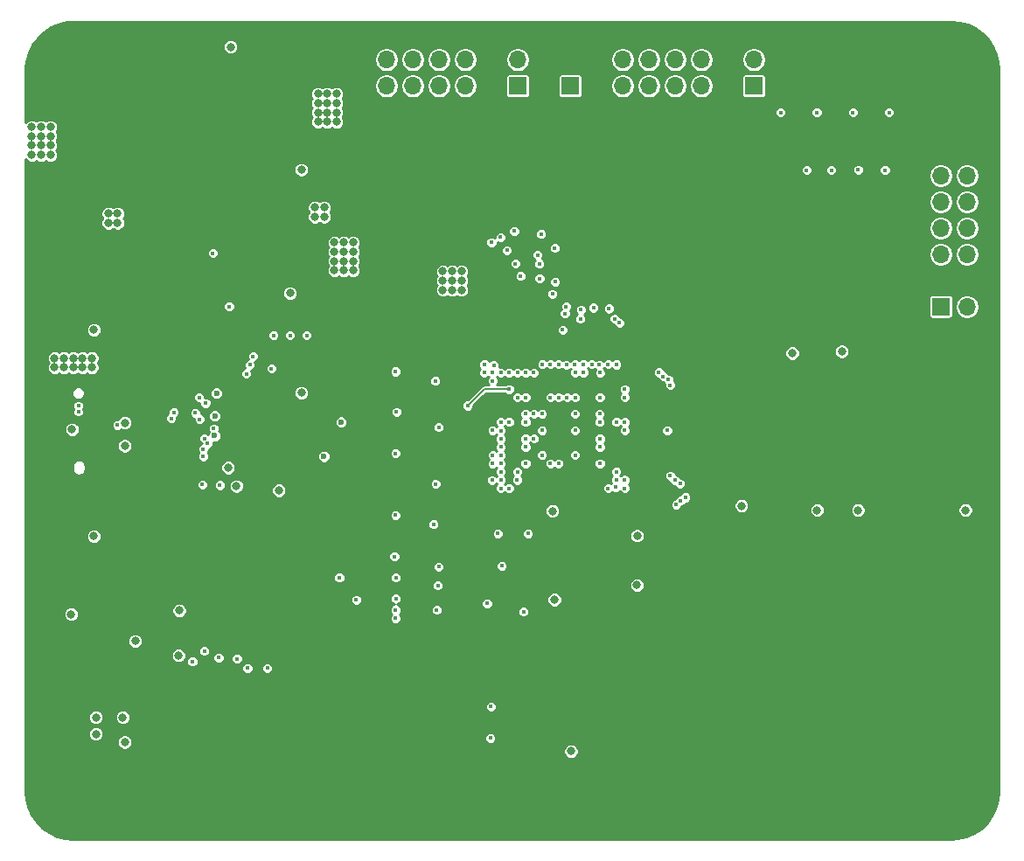
<source format=gbr>
G04 #@! TF.GenerationSoftware,KiCad,Pcbnew,5.0.1*
G04 #@! TF.CreationDate,2018-12-10T00:47:38+01:00*
G04 #@! TF.ProjectId,Kilsyth,4B696C737974682E6B696361645F7063,rev?*
G04 #@! TF.SameCoordinates,Original*
G04 #@! TF.FileFunction,Copper,L2,Inr,Signal*
G04 #@! TF.FilePolarity,Positive*
%FSLAX46Y46*%
G04 Gerber Fmt 4.6, Leading zero omitted, Abs format (unit mm)*
G04 Created by KiCad (PCBNEW 5.0.1) date Mon 10 Dec 2018 12:47:38 AM CET*
%MOMM*%
%LPD*%
G01*
G04 APERTURE LIST*
G04 #@! TA.AperFunction,ViaPad*
%ADD10R,1.700000X1.700000*%
G04 #@! TD*
G04 #@! TA.AperFunction,ViaPad*
%ADD11O,1.700000X1.700000*%
G04 #@! TD*
G04 #@! TA.AperFunction,ViaPad*
%ADD12C,1.450000*%
G04 #@! TD*
G04 #@! TA.AperFunction,ViaPad*
%ADD13O,1.900000X1.200000*%
G04 #@! TD*
G04 #@! TA.AperFunction,ViaPad*
%ADD14O,2.600000X1.300000*%
G04 #@! TD*
G04 #@! TA.AperFunction,ViaPad*
%ADD15O,2.300000X1.200000*%
G04 #@! TD*
G04 #@! TA.AperFunction,ViaPad*
%ADD16O,1.100000X1.650000*%
G04 #@! TD*
G04 #@! TA.AperFunction,ViaPad*
%ADD17C,6.400000*%
G04 #@! TD*
G04 #@! TA.AperFunction,ViaPad*
%ADD18C,0.800000*%
G04 #@! TD*
G04 #@! TA.AperFunction,ViaPad*
%ADD19C,0.450000*%
G04 #@! TD*
G04 #@! TA.AperFunction,ViaPad*
%ADD20C,0.600000*%
G04 #@! TD*
G04 #@! TA.AperFunction,Conductor*
%ADD21C,0.280000*%
G04 #@! TD*
G04 #@! TA.AperFunction,Conductor*
%ADD22C,0.127000*%
G04 #@! TD*
G04 #@! TA.AperFunction,Conductor*
%ADD23C,0.254000*%
G04 #@! TD*
G04 APERTURE END LIST*
D10*
G04 #@! TO.N,+3V3*
G04 #@! TO.C,J10*
X103124000Y-56642000D03*
D11*
G04 #@! TO.N,GND*
X103124000Y-54102000D03*
G04 #@! TD*
D12*
G04 #@! TO.N,GND*
G04 #@! TO.C,J3*
X54712500Y-100000000D03*
X54712500Y-105000000D03*
D13*
X52012500Y-99000000D03*
X52012500Y-106000000D03*
G04 #@! TD*
D14*
G04 #@! TO.N,GND*
G04 #@! TO.C,J2*
X52450000Y-94320000D03*
X52450000Y-85680000D03*
D15*
X57500000Y-85680000D03*
X57500000Y-94320000D03*
D16*
X56900000Y-86020000D03*
X56910000Y-93980000D03*
G04 #@! TD*
D17*
G04 #@! TO.N,GND*
G04 #@! TO.C,H4*
X140000000Y-125000000D03*
G04 #@! TD*
G04 #@! TO.N,GND*
G04 #@! TO.C,H3*
X55000000Y-125000000D03*
G04 #@! TD*
G04 #@! TO.N,GND*
G04 #@! TO.C,H2*
X140000000Y-55000000D03*
G04 #@! TD*
G04 #@! TO.N,GND*
G04 #@! TO.C,H1*
X55000000Y-56500000D03*
G04 #@! TD*
D11*
G04 #@! TO.N,/PMOD2_5*
G04 #@! TO.C,J9*
X141540000Y-65300000D03*
G04 #@! TO.N,/PMOD2_1*
X139000000Y-65300000D03*
G04 #@! TO.N,/PMOD2_6*
X141540000Y-67840000D03*
G04 #@! TO.N,/PMOD2_2*
X139000000Y-67840000D03*
G04 #@! TO.N,/PMOD2_7*
X141540000Y-70380000D03*
G04 #@! TO.N,/PMOD2_3*
X139000000Y-70380000D03*
G04 #@! TO.N,/PMOD2_8*
X141540000Y-72920000D03*
G04 #@! TO.N,/PMOD2_4*
X139000000Y-72920000D03*
G04 #@! TO.N,GND*
X141540000Y-75460000D03*
X139000000Y-75460000D03*
G04 #@! TO.N,+3V3*
X141540000Y-78000000D03*
D10*
X139000000Y-78000000D03*
G04 #@! TD*
D11*
G04 #@! TO.N,/PMOD0_5*
G04 #@! TO.C,J5*
X85344000Y-54102000D03*
G04 #@! TO.N,/PMOD0_1*
X85344000Y-56642000D03*
G04 #@! TO.N,/PMOD0_6*
X87884000Y-54102000D03*
G04 #@! TO.N,/PMOD0_2*
X87884000Y-56642000D03*
G04 #@! TO.N,/PMOD0_7*
X90424000Y-54102000D03*
G04 #@! TO.N,/PMOD0_3*
X90424000Y-56642000D03*
G04 #@! TO.N,/PMOD0_8*
X92964000Y-54102000D03*
G04 #@! TO.N,/PMOD0_4*
X92964000Y-56642000D03*
G04 #@! TO.N,GND*
X95504000Y-54102000D03*
X95504000Y-56642000D03*
G04 #@! TO.N,+3V3*
X98044000Y-54102000D03*
D10*
X98044000Y-56642000D03*
G04 #@! TD*
D11*
G04 #@! TO.N,/PMOD1_5*
G04 #@! TO.C,J8*
X108204000Y-54102000D03*
G04 #@! TO.N,/PMOD1_1*
X108204000Y-56642000D03*
G04 #@! TO.N,/PMOD1_6*
X110744000Y-54102000D03*
G04 #@! TO.N,/PMOD1_2*
X110744000Y-56642000D03*
G04 #@! TO.N,/PMOD1_7*
X113284000Y-54102000D03*
G04 #@! TO.N,/PMOD1_3*
X113284000Y-56642000D03*
G04 #@! TO.N,/PMOD1_8*
X115824000Y-54102000D03*
G04 #@! TO.N,/PMOD1_4*
X115824000Y-56642000D03*
G04 #@! TO.N,GND*
X118364000Y-54102000D03*
X118364000Y-56642000D03*
G04 #@! TO.N,+3V3*
X120904000Y-54102000D03*
D10*
X120904000Y-56642000D03*
G04 #@! TD*
D18*
G04 #@! TO.N,GND*
X59714000Y-93472000D03*
X59850000Y-85950000D03*
X52400000Y-88000000D03*
X52400006Y-91900000D03*
X57000000Y-104250000D03*
X52000000Y-97500000D03*
X52000000Y-107500000D03*
D19*
X106800000Y-97200000D03*
X106000000Y-97200000D03*
X105200000Y-98000000D03*
X106000000Y-98000000D03*
X106800000Y-98000000D03*
X107600000Y-98000000D03*
X109200000Y-98000000D03*
X103600000Y-98000000D03*
X102800000Y-98000000D03*
X110000000Y-97200000D03*
X109200000Y-97200000D03*
X103600000Y-97200000D03*
X106800000Y-96400000D03*
X106000000Y-96400000D03*
X106000000Y-95600000D03*
X106000000Y-94800000D03*
X98800000Y-94800000D03*
X105200000Y-93200000D03*
X106000000Y-92400000D03*
X105200000Y-92400000D03*
X106800000Y-91600000D03*
X105200000Y-91600000D03*
X105200000Y-90000000D03*
X99600000Y-90000000D03*
X98800000Y-90000000D03*
X105200000Y-89200000D03*
X99600000Y-89200000D03*
X107600000Y-87600000D03*
X97200000Y-85200000D03*
X102000000Y-90800000D03*
X101200000Y-91600000D03*
D18*
X77100000Y-59200000D03*
X77100000Y-60100000D03*
X75300000Y-60100000D03*
X77100000Y-57400000D03*
X75300000Y-59200000D03*
X77100000Y-58300000D03*
X76200000Y-59200000D03*
X76200000Y-57400000D03*
X75300000Y-57400000D03*
X76200000Y-60100000D03*
X75300000Y-58300000D03*
X76200000Y-58300000D03*
X61100000Y-59000000D03*
X61100000Y-60500000D03*
D19*
X67500000Y-60950000D03*
X67500000Y-60450000D03*
X67500000Y-59950000D03*
D18*
X75300000Y-67100000D03*
X58575000Y-66925000D03*
X57675000Y-66925000D03*
X55875000Y-66925000D03*
X59475000Y-66925000D03*
X60375000Y-66925000D03*
X56775000Y-66925000D03*
X74300000Y-70700000D03*
X129390000Y-97710000D03*
X141400000Y-82360000D03*
D19*
X108400036Y-87600000D03*
D18*
X126916413Y-82483587D03*
X123800010Y-97700000D03*
X74350000Y-90200000D03*
X72550000Y-90200000D03*
X73450000Y-91100000D03*
X73450000Y-90200000D03*
X72550000Y-89300000D03*
X74350000Y-88400000D03*
X72550000Y-91100000D03*
X72550000Y-88400000D03*
X73450000Y-89300000D03*
X74350000Y-89300000D03*
X74350000Y-91100000D03*
X73450000Y-88400000D03*
X76000000Y-75300000D03*
D19*
X82000000Y-53100000D03*
D18*
X140500000Y-91000000D03*
X141400000Y-91900000D03*
X141400000Y-91000000D03*
X140500000Y-90100000D03*
X140500000Y-91900000D03*
X140500000Y-89200000D03*
X141400000Y-90100000D03*
X141400000Y-89200000D03*
D19*
X108394500Y-84391500D03*
X105206810Y-82804000D03*
D18*
X86360000Y-77724000D03*
X117400000Y-96300000D03*
X118300000Y-95400000D03*
X117400000Y-95400000D03*
X116500000Y-96300000D03*
X118300000Y-96300000D03*
X115600000Y-96300000D03*
X116500000Y-95400000D03*
X115600000Y-95400000D03*
X62700000Y-104500000D03*
X61800000Y-103600000D03*
X60900000Y-103600000D03*
X62700000Y-103600000D03*
X60000000Y-103600000D03*
X61800000Y-104500000D03*
X60000000Y-104500000D03*
X60900000Y-104500000D03*
X130400000Y-86000000D03*
X134100000Y-77200000D03*
X135000000Y-78100000D03*
X135000000Y-77200000D03*
X134100000Y-76300000D03*
X134100000Y-78100000D03*
X134100000Y-75400000D03*
X135000000Y-76300000D03*
X135000000Y-75400000D03*
X79000000Y-80625000D03*
D19*
X99600000Y-91600000D03*
D18*
X62400000Y-117800000D03*
X69200000Y-118000000D03*
D19*
X67317230Y-87851458D03*
D18*
X79552702Y-89899715D03*
D19*
X99559215Y-83580856D03*
D18*
X119550180Y-84236560D03*
X122234960Y-85958680D03*
D19*
X98015510Y-96400000D03*
X98846521Y-96400000D03*
X97850960Y-98940620D03*
X99021900Y-98229420D03*
X99837240Y-98295460D03*
X100517960Y-98264980D03*
X98815471Y-97231239D03*
X99611182Y-97198180D03*
X95576014Y-90812617D03*
X98793300Y-95597980D03*
X108418202Y-93960298D03*
X109199680Y-96400620D03*
X110109000Y-96441260D03*
X99618800Y-86817200D03*
X104400000Y-86825409D03*
X105200000Y-86825409D03*
X100445837Y-86823423D03*
X106009440Y-87602060D03*
X105200000Y-87584490D03*
X105971276Y-89991500D03*
G04 #@! TO.N,+3V3*
X102000000Y-93200000D03*
X101200000Y-93200000D03*
X98800000Y-90800000D03*
X99600000Y-90800000D03*
D18*
X78700000Y-60100000D03*
X79600000Y-60100000D03*
X80500000Y-60100000D03*
X80500000Y-59200000D03*
X78700000Y-59200000D03*
X79600000Y-59200000D03*
X80500000Y-58300000D03*
X78700000Y-58300000D03*
X79600000Y-58300000D03*
X80500000Y-57400000D03*
X78700000Y-57400000D03*
X79600000Y-57400000D03*
D19*
X98800000Y-91600000D03*
X98800000Y-89200000D03*
X98800000Y-88400000D03*
X99600000Y-88400000D03*
X106000000Y-90800000D03*
X106000000Y-91600000D03*
D18*
X127030000Y-97720000D03*
X130990000Y-97730000D03*
X141390000Y-97720000D03*
X129420000Y-82350000D03*
X119700000Y-97299982D03*
D20*
X68700000Y-90500014D03*
D18*
X70800000Y-95400000D03*
X76000000Y-76700000D03*
D19*
X90297000Y-105029000D03*
D18*
X65278000Y-107442000D03*
D19*
X82400000Y-106400000D03*
X86200000Y-107400000D03*
D18*
X101400000Y-97800000D03*
X109600000Y-100200000D03*
X109587500Y-104987500D03*
X101600000Y-106400000D03*
X54800000Y-107800000D03*
X103200002Y-121078000D03*
D20*
X68872100Y-86398100D03*
X68715529Y-88600032D03*
X80934560Y-89197180D03*
X79273400Y-92522040D03*
D18*
X74912220Y-95806260D03*
X124620000Y-82513163D03*
D19*
X95542945Y-94800000D03*
X96403160Y-94802960D03*
X102800001Y-86819584D03*
X103599999Y-86819584D03*
X101196140Y-86794340D03*
X102000002Y-86819584D03*
X105974583Y-88400000D03*
X105986580Y-89197180D03*
G04 #@! TO.N,/FT_DATA_0*
X90400000Y-103200000D03*
X96415215Y-93204200D03*
G04 #@! TO.N,/FT_DATA_13*
X90400000Y-89700006D03*
X96400000Y-90015511D03*
G04 #@! TO.N,/PMOD0_5*
X102715613Y-77997758D03*
G04 #@! TO.N,/PMOD1_4*
X107891580Y-79580740D03*
G04 #@! TO.N,/PMOD0_2*
X103601520Y-84394040D03*
G04 #@! TO.N,/PMOD2_2*
X107594400Y-83616800D03*
G04 #@! TO.N,/RAM_DQ6*
X107600000Y-94800000D03*
X112800000Y-94384490D03*
G04 #@! TO.N,/FT_DATA_1*
X86100000Y-102212249D03*
X95599998Y-93219585D03*
G04 #@! TO.N,/FT_TXE_N*
X86200000Y-84300000D03*
X96400000Y-89184491D03*
G04 #@! TO.N,/FT_CLK*
X96400000Y-91600000D03*
X90086579Y-95194459D03*
G04 #@! TO.N,/PMOD0_7*
X104176599Y-78300000D03*
G04 #@! TO.N,/PMOD0_4*
X104401620Y-84396580D03*
G04 #@! TO.N,/RAM_DQ2*
X108406633Y-95612743D03*
X113813745Y-96816208D03*
G04 #@! TO.N,/RAM_DQ1*
X107528360Y-95493840D03*
X114286263Y-96485047D03*
G04 #@! TO.N,/FT_DATA_10*
X96400000Y-90800000D03*
X86200000Y-92212249D03*
G04 #@! TO.N,/PMOD1_6*
X106004360Y-84409282D03*
G04 #@! TO.N,/PMOD1_3*
X105950798Y-83626214D03*
G04 #@! TO.N,/PMOD1_1*
X105375490Y-78118721D03*
G04 #@! TO.N,/FT_DATA_5*
X86200020Y-98212249D03*
X95613220Y-92387420D03*
G04 #@! TO.N,/FT_BE_1*
X97200000Y-89200000D03*
X90069150Y-85220850D03*
G04 #@! TO.N,/PMOD0_6*
X103564470Y-83614567D03*
G04 #@! TO.N,/PMOD0_3*
X104100000Y-79199988D03*
G04 #@! TO.N,/PMOD0_1*
X102613460Y-78681580D03*
G04 #@! TO.N,/RAM_DQ15*
X108400000Y-89200000D03*
X112808027Y-85617863D03*
G04 #@! TO.N,/RAM_A6*
X108400000Y-90000000D03*
X112516281Y-89986147D03*
G04 #@! TO.N,/RAM_DQ3*
X106796840Y-95603060D03*
X113372193Y-97187658D03*
G04 #@! TO.N,/RAM_DQ4*
X113750000Y-95150000D03*
X107600000Y-94000000D03*
G04 #@! TO.N,/FT_DATA_4*
X89898705Y-99098705D03*
X96411252Y-92408092D03*
G04 #@! TO.N,/FT_DATA_14*
X86300000Y-88200000D03*
X95600000Y-89981606D03*
G04 #@! TO.N,/PMOD1_7*
X107417418Y-79177700D03*
G04 #@! TO.N,/PMOD1_5*
X105204260Y-83611720D03*
G04 #@! TO.N,/PMOD1_2*
X106866087Y-78194567D03*
G04 #@! TO.N,/RAM_DQ12*
X108400000Y-86000000D03*
X111705184Y-84377543D03*
G04 #@! TO.N,/RAM_DQ14*
X107600000Y-89200000D03*
X112621753Y-85071745D03*
G04 #@! TO.N,/RAM_DQ5*
X113244865Y-94805135D03*
X108400000Y-94791310D03*
D18*
G04 #@! TO.N,+2V5*
X82100000Y-73600000D03*
X82100000Y-74500000D03*
X80300000Y-74500000D03*
X82100000Y-71800000D03*
X80300000Y-73600000D03*
X82100000Y-72700000D03*
X81200000Y-73600000D03*
X81200000Y-71800000D03*
X80300000Y-71800000D03*
X81200000Y-74500000D03*
X80300000Y-72700000D03*
X81200000Y-72700000D03*
D19*
X98800000Y-86800000D03*
X106000000Y-86800000D03*
X106000000Y-93200000D03*
X98000000Y-86800000D03*
X98800000Y-93200000D03*
G04 #@! TO.N,/RAM_DQ13*
X108400000Y-86800000D03*
X112133654Y-84764009D03*
G04 #@! TO.N,+1V1*
X100400000Y-92400000D03*
X100400000Y-88400000D03*
X100400000Y-90000000D03*
X103600000Y-92400000D03*
X103600000Y-88400000D03*
X103600000Y-90000000D03*
D18*
X52800000Y-61500000D03*
X52800000Y-62400000D03*
X51000000Y-62400000D03*
X52800000Y-63325000D03*
X51000000Y-61500000D03*
X52800000Y-60600000D03*
X51900000Y-61500000D03*
X51900000Y-63325000D03*
X51000000Y-63325000D03*
X51900000Y-62400000D03*
X51000000Y-60600000D03*
X51900000Y-60600000D03*
X90800000Y-76400000D03*
X92600000Y-74600000D03*
X90800000Y-75500000D03*
X90800000Y-74600000D03*
X92600000Y-75500000D03*
X91700000Y-76400000D03*
X91700000Y-75500000D03*
X91700000Y-74600000D03*
X92600000Y-76400000D03*
D19*
G04 #@! TO.N,Net-(R3-Pad2)*
X86200000Y-108200000D03*
X96400620Y-95608142D03*
G04 #@! TO.N,/JTAG_TDI*
X98000000Y-94000000D03*
X98602801Y-107566460D03*
G04 #@! TO.N,Net-(R1-Pad2)*
X96400000Y-94000000D03*
X86233000Y-106299000D03*
G04 #@! TO.N,/JTAG_TCK*
X95400000Y-119799998D03*
X97990660Y-94808040D03*
G04 #@! TO.N,/FLASH_SCK*
X67691000Y-111379000D03*
D18*
X61000000Y-110400012D03*
D19*
X70866000Y-112124702D03*
G04 #@! TO.N,/JTAG_TMS*
X95450660Y-116758034D03*
X97198180Y-95610684D03*
D18*
G04 #@! TO.N,/FLASH_MISO*
X57199999Y-119400000D03*
X57200000Y-117800000D03*
D19*
G04 #@! TO.N,/INITn*
X90200000Y-107400000D03*
X95072260Y-106772260D03*
G04 #@! TO.N,/FLASH_HOLDn*
X71882000Y-113020890D03*
X66548000Y-112395000D03*
G04 #@! TO.N,/FLASH_MOSI*
X73787000Y-113030000D03*
D18*
X65200000Y-111800000D03*
D19*
X69082862Y-112008870D03*
D18*
G04 #@! TO.N,/FLASH_WPn*
X60000028Y-120200000D03*
X59800000Y-117800000D03*
D19*
G04 #@! TO.N,DONE*
X99050000Y-100000004D03*
X96109915Y-100000015D03*
G04 #@! TO.N,Net-(C21-Pad2)*
X70100000Y-78000000D03*
X68511420Y-72831960D03*
D18*
G04 #@! TO.N,+5V*
X79300000Y-68400000D03*
X79300000Y-69300000D03*
X78400000Y-68400000D03*
X78400000Y-69300000D03*
X58400000Y-69000000D03*
X58400000Y-69900000D03*
X59300000Y-69000000D03*
X59300000Y-69900000D03*
X57000000Y-80250000D03*
X70000000Y-93600000D03*
G04 #@! TO.N,VD10*
X77100000Y-86350000D03*
D19*
G04 #@! TO.N,Net-(R32-Pad1)*
X77600000Y-80800000D03*
X74200000Y-84000016D03*
G04 #@! TO.N,Net-(R33-Pad1)*
X76000000Y-80800000D03*
X72420480Y-82814160D03*
G04 #@! TO.N,Net-(R34-Pad1)*
X74400000Y-80800000D03*
X72110600Y-83654900D03*
G04 #@! TO.N,FT_GPIO0*
X86233000Y-104267000D03*
X96500000Y-103124000D03*
G04 #@! TO.N,Net-(R31-Pad1)*
X69200000Y-95300000D03*
X68600030Y-89815510D03*
G04 #@! TO.N,/FT_TODN*
X67696576Y-90772547D03*
X67809449Y-87350000D03*
G04 #@! TO.N,FT_GPIO1*
X93200000Y-87600000D03*
X97200000Y-86000000D03*
G04 #@! TO.N,/FT_TODP*
X67200000Y-86812249D03*
X68006059Y-91259541D03*
G04 #@! TO.N,/FT_RIDN*
X64500000Y-88827003D03*
X55500000Y-88184023D03*
X67227741Y-88913803D03*
X67599992Y-91800000D03*
G04 #@! TO.N,/FT_RIDP*
X64750000Y-88249924D03*
X55500000Y-87607010D03*
X66812241Y-88312241D03*
X67595137Y-92512159D03*
D18*
G04 #@! TO.N,Net-(C22-Pad1)*
X70250000Y-52850000D03*
X77099998Y-64750000D03*
D19*
G04 #@! TO.N,Net-(J2-PadA5)*
X67500000Y-95250000D03*
X59270900Y-89468960D03*
D18*
G04 #@! TO.N,VBUS*
X60000000Y-89250000D03*
X54900000Y-89900000D03*
X60000000Y-91500014D03*
X57000000Y-100250000D03*
X55900000Y-83000000D03*
X54100000Y-83000000D03*
X55000000Y-83900000D03*
X54100000Y-83900000D03*
X55900000Y-83900000D03*
X53200000Y-83000000D03*
X53200000Y-83900000D03*
X56800000Y-83900000D03*
X56800000Y-83000000D03*
X55000000Y-83000000D03*
D19*
G04 #@! TO.N,Net-(R24-Pad1)*
X80772000Y-104267000D03*
X71760080Y-84518500D03*
G04 #@! TO.N,/PMOD1_8*
X106799380Y-83599020D03*
G04 #@! TO.N,/PMOD0_8*
X104386380Y-83604102D03*
G04 #@! TO.N,/WIDE_40*
X102382320Y-80261460D03*
X102758858Y-83633521D03*
G04 #@! TO.N,/WIDE_37*
X130500000Y-59200000D03*
X131000000Y-64750006D03*
G04 #@! TO.N,/WIDE_39*
X134000000Y-59200000D03*
X133604000Y-64800000D03*
G04 #@! TO.N,/WIDE_38*
X102000000Y-83600000D03*
X101406960Y-76765381D03*
G04 #@! TO.N,/WIDE_35*
X127000000Y-59200000D03*
X128400000Y-64800000D03*
G04 #@! TO.N,/WIDE_33*
X101200000Y-83600000D03*
X123500000Y-59200000D03*
X126000000Y-64800000D03*
X101669597Y-75605613D03*
G04 #@! TO.N,/WIDE_32*
X100415510Y-83600000D03*
X100153798Y-75282607D03*
G04 #@! TO.N,/WIDE_27*
X99600000Y-84400000D03*
X100142038Y-73870820D03*
G04 #@! TO.N,/WIDE_25*
X98800000Y-84400000D03*
X99959160Y-72996628D03*
G04 #@! TO.N,/WIDE_24*
X98000000Y-84400000D03*
X101630498Y-72340215D03*
G04 #@! TO.N,/WIDE_21*
X97203260Y-84391500D03*
X98306742Y-75053848D03*
G04 #@! TO.N,/WIDE_20*
X95600001Y-85204300D03*
X100308851Y-70992524D03*
G04 #@! TO.N,/WIDE_17*
X96393000Y-84399120D03*
X97811882Y-73841498D03*
G04 #@! TO.N,/WIDE_16*
X95600000Y-84400000D03*
X96989678Y-72560691D03*
G04 #@! TO.N,/WIDE_13*
X95711230Y-83670447D03*
X97697712Y-70686781D03*
G04 #@! TO.N,/WIDE_12*
X94800000Y-84400000D03*
X96384671Y-71278832D03*
G04 #@! TO.N,/WIDE_9*
X95504000Y-71772780D03*
X94804010Y-83621224D03*
G04 #@! TD*
D21*
G04 #@! TO.N,GND*
X67092231Y-87626459D02*
X67317230Y-87851458D01*
X66975001Y-87475001D02*
X66975001Y-87509229D01*
X66975001Y-87509229D02*
X67092231Y-87626459D01*
D22*
G04 #@! TO.N,FT_GPIO1*
X94800000Y-86000000D02*
X93200000Y-87600000D01*
X97200000Y-86000000D02*
X94800000Y-86000000D01*
G04 #@! TD*
D23*
G04 #@! TO.N,GND*
G36*
X140813384Y-50479403D02*
X141601058Y-50694887D01*
X142338122Y-51046448D01*
X143001283Y-51522977D01*
X143569580Y-52109414D01*
X144025042Y-52787214D01*
X144353281Y-53534963D01*
X144544664Y-54332129D01*
X144594800Y-55014860D01*
X144594801Y-124981941D01*
X144520597Y-125813384D01*
X144305114Y-126601056D01*
X143953550Y-127338126D01*
X143477023Y-128001283D01*
X142890586Y-128569580D01*
X142212786Y-129025042D01*
X141465040Y-129353280D01*
X140667873Y-129544664D01*
X139985140Y-129594800D01*
X55018048Y-129594800D01*
X54186616Y-129520597D01*
X53398944Y-129305114D01*
X52661874Y-128953550D01*
X51998717Y-128477023D01*
X51430420Y-127890586D01*
X50974958Y-127212786D01*
X50646720Y-126465040D01*
X50455336Y-125667873D01*
X50405200Y-124985140D01*
X50405200Y-120932754D01*
X102469802Y-120932754D01*
X102469802Y-121223246D01*
X102580969Y-121491625D01*
X102786377Y-121697033D01*
X103054756Y-121808200D01*
X103345248Y-121808200D01*
X103613627Y-121697033D01*
X103819035Y-121491625D01*
X103930202Y-121223246D01*
X103930202Y-120932754D01*
X103819035Y-120664375D01*
X103613627Y-120458967D01*
X103345248Y-120347800D01*
X103054756Y-120347800D01*
X102786377Y-120458967D01*
X102580969Y-120664375D01*
X102469802Y-120932754D01*
X50405200Y-120932754D01*
X50405200Y-119254754D01*
X56469799Y-119254754D01*
X56469799Y-119545246D01*
X56580966Y-119813625D01*
X56786374Y-120019033D01*
X57054753Y-120130200D01*
X57345245Y-120130200D01*
X57527386Y-120054754D01*
X59269828Y-120054754D01*
X59269828Y-120345246D01*
X59380995Y-120613625D01*
X59586403Y-120819033D01*
X59854782Y-120930200D01*
X60145274Y-120930200D01*
X60413653Y-120819033D01*
X60619061Y-120613625D01*
X60730228Y-120345246D01*
X60730228Y-120054754D01*
X60619061Y-119786375D01*
X60522248Y-119689562D01*
X94844800Y-119689562D01*
X94844800Y-119910434D01*
X94929324Y-120114494D01*
X95085504Y-120270674D01*
X95289564Y-120355198D01*
X95510436Y-120355198D01*
X95714496Y-120270674D01*
X95870676Y-120114494D01*
X95955200Y-119910434D01*
X95955200Y-119689562D01*
X95870676Y-119485502D01*
X95714496Y-119329322D01*
X95510436Y-119244798D01*
X95289564Y-119244798D01*
X95085504Y-119329322D01*
X94929324Y-119485502D01*
X94844800Y-119689562D01*
X60522248Y-119689562D01*
X60413653Y-119580967D01*
X60145274Y-119469800D01*
X59854782Y-119469800D01*
X59586403Y-119580967D01*
X59380995Y-119786375D01*
X59269828Y-120054754D01*
X57527386Y-120054754D01*
X57613624Y-120019033D01*
X57819032Y-119813625D01*
X57930199Y-119545246D01*
X57930199Y-119254754D01*
X57819032Y-118986375D01*
X57613624Y-118780967D01*
X57345245Y-118669800D01*
X57054753Y-118669800D01*
X56786374Y-118780967D01*
X56580966Y-118986375D01*
X56469799Y-119254754D01*
X50405200Y-119254754D01*
X50405200Y-117654754D01*
X56469800Y-117654754D01*
X56469800Y-117945246D01*
X56580967Y-118213625D01*
X56786375Y-118419033D01*
X57054754Y-118530200D01*
X57345246Y-118530200D01*
X57613625Y-118419033D01*
X57819033Y-118213625D01*
X57930200Y-117945246D01*
X57930200Y-117654754D01*
X59069800Y-117654754D01*
X59069800Y-117945246D01*
X59180967Y-118213625D01*
X59386375Y-118419033D01*
X59654754Y-118530200D01*
X59945246Y-118530200D01*
X60213625Y-118419033D01*
X60419033Y-118213625D01*
X60530200Y-117945246D01*
X60530200Y-117654754D01*
X60419033Y-117386375D01*
X60213625Y-117180967D01*
X59945246Y-117069800D01*
X59654754Y-117069800D01*
X59386375Y-117180967D01*
X59180967Y-117386375D01*
X59069800Y-117654754D01*
X57930200Y-117654754D01*
X57819033Y-117386375D01*
X57613625Y-117180967D01*
X57345246Y-117069800D01*
X57054754Y-117069800D01*
X56786375Y-117180967D01*
X56580967Y-117386375D01*
X56469800Y-117654754D01*
X50405200Y-117654754D01*
X50405200Y-116647598D01*
X94895460Y-116647598D01*
X94895460Y-116868470D01*
X94979984Y-117072530D01*
X95136164Y-117228710D01*
X95340224Y-117313234D01*
X95561096Y-117313234D01*
X95765156Y-117228710D01*
X95921336Y-117072530D01*
X96005860Y-116868470D01*
X96005860Y-116647598D01*
X95921336Y-116443538D01*
X95765156Y-116287358D01*
X95561096Y-116202834D01*
X95340224Y-116202834D01*
X95136164Y-116287358D01*
X94979984Y-116443538D01*
X94895460Y-116647598D01*
X50405200Y-116647598D01*
X50405200Y-111654754D01*
X64469800Y-111654754D01*
X64469800Y-111945246D01*
X64580967Y-112213625D01*
X64786375Y-112419033D01*
X65054754Y-112530200D01*
X65345246Y-112530200D01*
X65613625Y-112419033D01*
X65748094Y-112284564D01*
X65992800Y-112284564D01*
X65992800Y-112505436D01*
X66077324Y-112709496D01*
X66233504Y-112865676D01*
X66437564Y-112950200D01*
X66658436Y-112950200D01*
X66754391Y-112910454D01*
X71326800Y-112910454D01*
X71326800Y-113131326D01*
X71411324Y-113335386D01*
X71567504Y-113491566D01*
X71771564Y-113576090D01*
X71992436Y-113576090D01*
X72196496Y-113491566D01*
X72352676Y-113335386D01*
X72437200Y-113131326D01*
X72437200Y-112919564D01*
X73231800Y-112919564D01*
X73231800Y-113140436D01*
X73316324Y-113344496D01*
X73472504Y-113500676D01*
X73676564Y-113585200D01*
X73897436Y-113585200D01*
X74101496Y-113500676D01*
X74257676Y-113344496D01*
X74342200Y-113140436D01*
X74342200Y-112919564D01*
X74257676Y-112715504D01*
X74101496Y-112559324D01*
X73897436Y-112474800D01*
X73676564Y-112474800D01*
X73472504Y-112559324D01*
X73316324Y-112715504D01*
X73231800Y-112919564D01*
X72437200Y-112919564D01*
X72437200Y-112910454D01*
X72352676Y-112706394D01*
X72196496Y-112550214D01*
X71992436Y-112465690D01*
X71771564Y-112465690D01*
X71567504Y-112550214D01*
X71411324Y-112706394D01*
X71326800Y-112910454D01*
X66754391Y-112910454D01*
X66862496Y-112865676D01*
X67018676Y-112709496D01*
X67103200Y-112505436D01*
X67103200Y-112284564D01*
X67018676Y-112080504D01*
X66862496Y-111924324D01*
X66658436Y-111839800D01*
X66437564Y-111839800D01*
X66233504Y-111924324D01*
X66077324Y-112080504D01*
X65992800Y-112284564D01*
X65748094Y-112284564D01*
X65819033Y-112213625D01*
X65930200Y-111945246D01*
X65930200Y-111654754D01*
X65819033Y-111386375D01*
X65701222Y-111268564D01*
X67135800Y-111268564D01*
X67135800Y-111489436D01*
X67220324Y-111693496D01*
X67376504Y-111849676D01*
X67580564Y-111934200D01*
X67801436Y-111934200D01*
X67887783Y-111898434D01*
X68527662Y-111898434D01*
X68527662Y-112119306D01*
X68612186Y-112323366D01*
X68768366Y-112479546D01*
X68972426Y-112564070D01*
X69193298Y-112564070D01*
X69397358Y-112479546D01*
X69553538Y-112323366D01*
X69638062Y-112119306D01*
X69638062Y-112014266D01*
X70310800Y-112014266D01*
X70310800Y-112235138D01*
X70395324Y-112439198D01*
X70551504Y-112595378D01*
X70755564Y-112679902D01*
X70976436Y-112679902D01*
X71180496Y-112595378D01*
X71336676Y-112439198D01*
X71421200Y-112235138D01*
X71421200Y-112014266D01*
X71336676Y-111810206D01*
X71180496Y-111654026D01*
X70976436Y-111569502D01*
X70755564Y-111569502D01*
X70551504Y-111654026D01*
X70395324Y-111810206D01*
X70310800Y-112014266D01*
X69638062Y-112014266D01*
X69638062Y-111898434D01*
X69553538Y-111694374D01*
X69397358Y-111538194D01*
X69193298Y-111453670D01*
X68972426Y-111453670D01*
X68768366Y-111538194D01*
X68612186Y-111694374D01*
X68527662Y-111898434D01*
X67887783Y-111898434D01*
X68005496Y-111849676D01*
X68161676Y-111693496D01*
X68246200Y-111489436D01*
X68246200Y-111268564D01*
X68161676Y-111064504D01*
X68005496Y-110908324D01*
X67801436Y-110823800D01*
X67580564Y-110823800D01*
X67376504Y-110908324D01*
X67220324Y-111064504D01*
X67135800Y-111268564D01*
X65701222Y-111268564D01*
X65613625Y-111180967D01*
X65345246Y-111069800D01*
X65054754Y-111069800D01*
X64786375Y-111180967D01*
X64580967Y-111386375D01*
X64469800Y-111654754D01*
X50405200Y-111654754D01*
X50405200Y-110254766D01*
X60269800Y-110254766D01*
X60269800Y-110545258D01*
X60380967Y-110813637D01*
X60586375Y-111019045D01*
X60854754Y-111130212D01*
X61145246Y-111130212D01*
X61413625Y-111019045D01*
X61619033Y-110813637D01*
X61730200Y-110545258D01*
X61730200Y-110254766D01*
X61619033Y-109986387D01*
X61413625Y-109780979D01*
X61145246Y-109669812D01*
X60854754Y-109669812D01*
X60586375Y-109780979D01*
X60380967Y-109986387D01*
X60269800Y-110254766D01*
X50405200Y-110254766D01*
X50405200Y-107654754D01*
X54069800Y-107654754D01*
X54069800Y-107945246D01*
X54180967Y-108213625D01*
X54386375Y-108419033D01*
X54654754Y-108530200D01*
X54945246Y-108530200D01*
X55213625Y-108419033D01*
X55419033Y-108213625D01*
X55530200Y-107945246D01*
X55530200Y-107654754D01*
X55419033Y-107386375D01*
X55329412Y-107296754D01*
X64547800Y-107296754D01*
X64547800Y-107587246D01*
X64658967Y-107855625D01*
X64864375Y-108061033D01*
X65132754Y-108172200D01*
X65423246Y-108172200D01*
X65691625Y-108061033D01*
X65897033Y-107855625D01*
X66008200Y-107587246D01*
X66008200Y-107296754D01*
X66005222Y-107289564D01*
X85644800Y-107289564D01*
X85644800Y-107510436D01*
X85729324Y-107714496D01*
X85814828Y-107800000D01*
X85729324Y-107885504D01*
X85644800Y-108089564D01*
X85644800Y-108310436D01*
X85729324Y-108514496D01*
X85885504Y-108670676D01*
X86089564Y-108755200D01*
X86310436Y-108755200D01*
X86514496Y-108670676D01*
X86670676Y-108514496D01*
X86755200Y-108310436D01*
X86755200Y-108089564D01*
X86670676Y-107885504D01*
X86585172Y-107800000D01*
X86670676Y-107714496D01*
X86755200Y-107510436D01*
X86755200Y-107289564D01*
X89644800Y-107289564D01*
X89644800Y-107510436D01*
X89729324Y-107714496D01*
X89885504Y-107870676D01*
X90089564Y-107955200D01*
X90310436Y-107955200D01*
X90514496Y-107870676D01*
X90670676Y-107714496D01*
X90755200Y-107510436D01*
X90755200Y-107456024D01*
X98047601Y-107456024D01*
X98047601Y-107676896D01*
X98132125Y-107880956D01*
X98288305Y-108037136D01*
X98492365Y-108121660D01*
X98713237Y-108121660D01*
X98917297Y-108037136D01*
X99073477Y-107880956D01*
X99158001Y-107676896D01*
X99158001Y-107456024D01*
X99073477Y-107251964D01*
X98917297Y-107095784D01*
X98713237Y-107011260D01*
X98492365Y-107011260D01*
X98288305Y-107095784D01*
X98132125Y-107251964D01*
X98047601Y-107456024D01*
X90755200Y-107456024D01*
X90755200Y-107289564D01*
X90670676Y-107085504D01*
X90514496Y-106929324D01*
X90310436Y-106844800D01*
X90089564Y-106844800D01*
X89885504Y-106929324D01*
X89729324Y-107085504D01*
X89644800Y-107289564D01*
X86755200Y-107289564D01*
X86670676Y-107085504D01*
X86514496Y-106929324D01*
X86333130Y-106854200D01*
X86343436Y-106854200D01*
X86547496Y-106769676D01*
X86655348Y-106661824D01*
X94517060Y-106661824D01*
X94517060Y-106882696D01*
X94601584Y-107086756D01*
X94757764Y-107242936D01*
X94961824Y-107327460D01*
X95182696Y-107327460D01*
X95386756Y-107242936D01*
X95542936Y-107086756D01*
X95627460Y-106882696D01*
X95627460Y-106661824D01*
X95542936Y-106457764D01*
X95386756Y-106301584D01*
X95273698Y-106254754D01*
X100869800Y-106254754D01*
X100869800Y-106545246D01*
X100980967Y-106813625D01*
X101186375Y-107019033D01*
X101454754Y-107130200D01*
X101745246Y-107130200D01*
X102013625Y-107019033D01*
X102219033Y-106813625D01*
X102330200Y-106545246D01*
X102330200Y-106254754D01*
X102219033Y-105986375D01*
X102013625Y-105780967D01*
X101745246Y-105669800D01*
X101454754Y-105669800D01*
X101186375Y-105780967D01*
X100980967Y-105986375D01*
X100869800Y-106254754D01*
X95273698Y-106254754D01*
X95182696Y-106217060D01*
X94961824Y-106217060D01*
X94757764Y-106301584D01*
X94601584Y-106457764D01*
X94517060Y-106661824D01*
X86655348Y-106661824D01*
X86703676Y-106613496D01*
X86788200Y-106409436D01*
X86788200Y-106188564D01*
X86703676Y-105984504D01*
X86547496Y-105828324D01*
X86343436Y-105743800D01*
X86122564Y-105743800D01*
X85918504Y-105828324D01*
X85762324Y-105984504D01*
X85677800Y-106188564D01*
X85677800Y-106409436D01*
X85762324Y-106613496D01*
X85918504Y-106769676D01*
X86099870Y-106844800D01*
X86089564Y-106844800D01*
X85885504Y-106929324D01*
X85729324Y-107085504D01*
X85644800Y-107289564D01*
X66005222Y-107289564D01*
X65897033Y-107028375D01*
X65691625Y-106822967D01*
X65423246Y-106711800D01*
X65132754Y-106711800D01*
X64864375Y-106822967D01*
X64658967Y-107028375D01*
X64547800Y-107296754D01*
X55329412Y-107296754D01*
X55213625Y-107180967D01*
X54945246Y-107069800D01*
X54654754Y-107069800D01*
X54386375Y-107180967D01*
X54180967Y-107386375D01*
X54069800Y-107654754D01*
X50405200Y-107654754D01*
X50405200Y-106289564D01*
X81844800Y-106289564D01*
X81844800Y-106510436D01*
X81929324Y-106714496D01*
X82085504Y-106870676D01*
X82289564Y-106955200D01*
X82510436Y-106955200D01*
X82714496Y-106870676D01*
X82870676Y-106714496D01*
X82955200Y-106510436D01*
X82955200Y-106289564D01*
X82870676Y-106085504D01*
X82714496Y-105929324D01*
X82510436Y-105844800D01*
X82289564Y-105844800D01*
X82085504Y-105929324D01*
X81929324Y-106085504D01*
X81844800Y-106289564D01*
X50405200Y-106289564D01*
X50405200Y-104918564D01*
X89741800Y-104918564D01*
X89741800Y-105139436D01*
X89826324Y-105343496D01*
X89982504Y-105499676D01*
X90186564Y-105584200D01*
X90407436Y-105584200D01*
X90611496Y-105499676D01*
X90767676Y-105343496D01*
X90852200Y-105139436D01*
X90852200Y-104918564D01*
X90820592Y-104842254D01*
X108857300Y-104842254D01*
X108857300Y-105132746D01*
X108968467Y-105401125D01*
X109173875Y-105606533D01*
X109442254Y-105717700D01*
X109732746Y-105717700D01*
X110001125Y-105606533D01*
X110206533Y-105401125D01*
X110317700Y-105132746D01*
X110317700Y-104842254D01*
X110206533Y-104573875D01*
X110001125Y-104368467D01*
X109732746Y-104257300D01*
X109442254Y-104257300D01*
X109173875Y-104368467D01*
X108968467Y-104573875D01*
X108857300Y-104842254D01*
X90820592Y-104842254D01*
X90767676Y-104714504D01*
X90611496Y-104558324D01*
X90407436Y-104473800D01*
X90186564Y-104473800D01*
X89982504Y-104558324D01*
X89826324Y-104714504D01*
X89741800Y-104918564D01*
X50405200Y-104918564D01*
X50405200Y-104156564D01*
X80216800Y-104156564D01*
X80216800Y-104377436D01*
X80301324Y-104581496D01*
X80457504Y-104737676D01*
X80661564Y-104822200D01*
X80882436Y-104822200D01*
X81086496Y-104737676D01*
X81242676Y-104581496D01*
X81327200Y-104377436D01*
X81327200Y-104156564D01*
X85677800Y-104156564D01*
X85677800Y-104377436D01*
X85762324Y-104581496D01*
X85918504Y-104737676D01*
X86122564Y-104822200D01*
X86343436Y-104822200D01*
X86547496Y-104737676D01*
X86703676Y-104581496D01*
X86788200Y-104377436D01*
X86788200Y-104156564D01*
X86703676Y-103952504D01*
X86547496Y-103796324D01*
X86343436Y-103711800D01*
X86122564Y-103711800D01*
X85918504Y-103796324D01*
X85762324Y-103952504D01*
X85677800Y-104156564D01*
X81327200Y-104156564D01*
X81242676Y-103952504D01*
X81086496Y-103796324D01*
X80882436Y-103711800D01*
X80661564Y-103711800D01*
X80457504Y-103796324D01*
X80301324Y-103952504D01*
X80216800Y-104156564D01*
X50405200Y-104156564D01*
X50405200Y-103089564D01*
X89844800Y-103089564D01*
X89844800Y-103310436D01*
X89929324Y-103514496D01*
X90085504Y-103670676D01*
X90289564Y-103755200D01*
X90510436Y-103755200D01*
X90714496Y-103670676D01*
X90870676Y-103514496D01*
X90955200Y-103310436D01*
X90955200Y-103089564D01*
X90923720Y-103013564D01*
X95944800Y-103013564D01*
X95944800Y-103234436D01*
X96029324Y-103438496D01*
X96185504Y-103594676D01*
X96389564Y-103679200D01*
X96610436Y-103679200D01*
X96814496Y-103594676D01*
X96970676Y-103438496D01*
X97055200Y-103234436D01*
X97055200Y-103013564D01*
X96970676Y-102809504D01*
X96814496Y-102653324D01*
X96610436Y-102568800D01*
X96389564Y-102568800D01*
X96185504Y-102653324D01*
X96029324Y-102809504D01*
X95944800Y-103013564D01*
X90923720Y-103013564D01*
X90870676Y-102885504D01*
X90714496Y-102729324D01*
X90510436Y-102644800D01*
X90289564Y-102644800D01*
X90085504Y-102729324D01*
X89929324Y-102885504D01*
X89844800Y-103089564D01*
X50405200Y-103089564D01*
X50405200Y-102101813D01*
X85544800Y-102101813D01*
X85544800Y-102322685D01*
X85629324Y-102526745D01*
X85785504Y-102682925D01*
X85989564Y-102767449D01*
X86210436Y-102767449D01*
X86414496Y-102682925D01*
X86570676Y-102526745D01*
X86655200Y-102322685D01*
X86655200Y-102101813D01*
X86570676Y-101897753D01*
X86414496Y-101741573D01*
X86210436Y-101657049D01*
X85989564Y-101657049D01*
X85785504Y-101741573D01*
X85629324Y-101897753D01*
X85544800Y-102101813D01*
X50405200Y-102101813D01*
X50405200Y-100104754D01*
X56269800Y-100104754D01*
X56269800Y-100395246D01*
X56380967Y-100663625D01*
X56586375Y-100869033D01*
X56854754Y-100980200D01*
X57145246Y-100980200D01*
X57413625Y-100869033D01*
X57619033Y-100663625D01*
X57730200Y-100395246D01*
X57730200Y-100104754D01*
X57641071Y-99889579D01*
X95554715Y-99889579D01*
X95554715Y-100110451D01*
X95639239Y-100314511D01*
X95795419Y-100470691D01*
X95999479Y-100555215D01*
X96220351Y-100555215D01*
X96424411Y-100470691D01*
X96580591Y-100314511D01*
X96665115Y-100110451D01*
X96665115Y-99889579D01*
X96665111Y-99889568D01*
X98494800Y-99889568D01*
X98494800Y-100110440D01*
X98579324Y-100314500D01*
X98735504Y-100470680D01*
X98939564Y-100555204D01*
X99160436Y-100555204D01*
X99364496Y-100470680D01*
X99520676Y-100314500D01*
X99605200Y-100110440D01*
X99605200Y-100054754D01*
X108869800Y-100054754D01*
X108869800Y-100345246D01*
X108980967Y-100613625D01*
X109186375Y-100819033D01*
X109454754Y-100930200D01*
X109745246Y-100930200D01*
X110013625Y-100819033D01*
X110219033Y-100613625D01*
X110330200Y-100345246D01*
X110330200Y-100054754D01*
X110219033Y-99786375D01*
X110013625Y-99580967D01*
X109745246Y-99469800D01*
X109454754Y-99469800D01*
X109186375Y-99580967D01*
X108980967Y-99786375D01*
X108869800Y-100054754D01*
X99605200Y-100054754D01*
X99605200Y-99889568D01*
X99520676Y-99685508D01*
X99364496Y-99529328D01*
X99160436Y-99444804D01*
X98939564Y-99444804D01*
X98735504Y-99529328D01*
X98579324Y-99685508D01*
X98494800Y-99889568D01*
X96665111Y-99889568D01*
X96580591Y-99685519D01*
X96424411Y-99529339D01*
X96220351Y-99444815D01*
X95999479Y-99444815D01*
X95795419Y-99529339D01*
X95639239Y-99685519D01*
X95554715Y-99889579D01*
X57641071Y-99889579D01*
X57619033Y-99836375D01*
X57413625Y-99630967D01*
X57145246Y-99519800D01*
X56854754Y-99519800D01*
X56586375Y-99630967D01*
X56380967Y-99836375D01*
X56269800Y-100104754D01*
X50405200Y-100104754D01*
X50405200Y-98988269D01*
X89343505Y-98988269D01*
X89343505Y-99209141D01*
X89428029Y-99413201D01*
X89584209Y-99569381D01*
X89788269Y-99653905D01*
X90009141Y-99653905D01*
X90213201Y-99569381D01*
X90369381Y-99413201D01*
X90453905Y-99209141D01*
X90453905Y-98988269D01*
X90369381Y-98784209D01*
X90213201Y-98628029D01*
X90009141Y-98543505D01*
X89788269Y-98543505D01*
X89584209Y-98628029D01*
X89428029Y-98784209D01*
X89343505Y-98988269D01*
X50405200Y-98988269D01*
X50405200Y-98101813D01*
X85644820Y-98101813D01*
X85644820Y-98322685D01*
X85729344Y-98526745D01*
X85885524Y-98682925D01*
X86089584Y-98767449D01*
X86310456Y-98767449D01*
X86514516Y-98682925D01*
X86670696Y-98526745D01*
X86755220Y-98322685D01*
X86755220Y-98101813D01*
X86670696Y-97897753D01*
X86514516Y-97741573D01*
X86310456Y-97657049D01*
X86089584Y-97657049D01*
X85885524Y-97741573D01*
X85729344Y-97897753D01*
X85644820Y-98101813D01*
X50405200Y-98101813D01*
X50405200Y-97654754D01*
X100669800Y-97654754D01*
X100669800Y-97945246D01*
X100780967Y-98213625D01*
X100986375Y-98419033D01*
X101254754Y-98530200D01*
X101545246Y-98530200D01*
X101813625Y-98419033D01*
X102019033Y-98213625D01*
X102130200Y-97945246D01*
X102130200Y-97654754D01*
X102019033Y-97386375D01*
X101813625Y-97180967D01*
X101563165Y-97077222D01*
X112816993Y-97077222D01*
X112816993Y-97298094D01*
X112901517Y-97502154D01*
X113057697Y-97658334D01*
X113261757Y-97742858D01*
X113482629Y-97742858D01*
X113686689Y-97658334D01*
X113842869Y-97502154D01*
X113897025Y-97371408D01*
X113924181Y-97371408D01*
X114128241Y-97286884D01*
X114260389Y-97154736D01*
X118969800Y-97154736D01*
X118969800Y-97445228D01*
X119080967Y-97713607D01*
X119286375Y-97919015D01*
X119554754Y-98030182D01*
X119845246Y-98030182D01*
X120113625Y-97919015D01*
X120319033Y-97713607D01*
X120376548Y-97574754D01*
X126299800Y-97574754D01*
X126299800Y-97865246D01*
X126410967Y-98133625D01*
X126616375Y-98339033D01*
X126884754Y-98450200D01*
X127175246Y-98450200D01*
X127443625Y-98339033D01*
X127649033Y-98133625D01*
X127760200Y-97865246D01*
X127760200Y-97584754D01*
X130259800Y-97584754D01*
X130259800Y-97875246D01*
X130370967Y-98143625D01*
X130576375Y-98349033D01*
X130844754Y-98460200D01*
X131135246Y-98460200D01*
X131403625Y-98349033D01*
X131609033Y-98143625D01*
X131720200Y-97875246D01*
X131720200Y-97584754D01*
X131716058Y-97574754D01*
X140659800Y-97574754D01*
X140659800Y-97865246D01*
X140770967Y-98133625D01*
X140976375Y-98339033D01*
X141244754Y-98450200D01*
X141535246Y-98450200D01*
X141803625Y-98339033D01*
X142009033Y-98133625D01*
X142120200Y-97865246D01*
X142120200Y-97574754D01*
X142009033Y-97306375D01*
X141803625Y-97100967D01*
X141535246Y-96989800D01*
X141244754Y-96989800D01*
X140976375Y-97100967D01*
X140770967Y-97306375D01*
X140659800Y-97574754D01*
X131716058Y-97574754D01*
X131609033Y-97316375D01*
X131403625Y-97110967D01*
X131135246Y-96999800D01*
X130844754Y-96999800D01*
X130576375Y-97110967D01*
X130370967Y-97316375D01*
X130259800Y-97584754D01*
X127760200Y-97584754D01*
X127760200Y-97574754D01*
X127649033Y-97306375D01*
X127443625Y-97100967D01*
X127175246Y-96989800D01*
X126884754Y-96989800D01*
X126616375Y-97100967D01*
X126410967Y-97306375D01*
X126299800Y-97574754D01*
X120376548Y-97574754D01*
X120430200Y-97445228D01*
X120430200Y-97154736D01*
X120319033Y-96886357D01*
X120113625Y-96680949D01*
X119845246Y-96569782D01*
X119554754Y-96569782D01*
X119286375Y-96680949D01*
X119080967Y-96886357D01*
X118969800Y-97154736D01*
X114260389Y-97154736D01*
X114284421Y-97130704D01*
X114321889Y-97040247D01*
X114396699Y-97040247D01*
X114600759Y-96955723D01*
X114756939Y-96799543D01*
X114841463Y-96595483D01*
X114841463Y-96374611D01*
X114756939Y-96170551D01*
X114600759Y-96014371D01*
X114396699Y-95929847D01*
X114175827Y-95929847D01*
X113971767Y-96014371D01*
X113815587Y-96170551D01*
X113778119Y-96261008D01*
X113703309Y-96261008D01*
X113499249Y-96345532D01*
X113343069Y-96501712D01*
X113288913Y-96632458D01*
X113261757Y-96632458D01*
X113057697Y-96716982D01*
X112901517Y-96873162D01*
X112816993Y-97077222D01*
X101563165Y-97077222D01*
X101545246Y-97069800D01*
X101254754Y-97069800D01*
X100986375Y-97180967D01*
X100780967Y-97386375D01*
X100669800Y-97654754D01*
X50405200Y-97654754D01*
X50405200Y-95139564D01*
X66944800Y-95139564D01*
X66944800Y-95360436D01*
X67029324Y-95564496D01*
X67185504Y-95720676D01*
X67389564Y-95805200D01*
X67610436Y-95805200D01*
X67814496Y-95720676D01*
X67970676Y-95564496D01*
X68055200Y-95360436D01*
X68055200Y-95189564D01*
X68644800Y-95189564D01*
X68644800Y-95410436D01*
X68729324Y-95614496D01*
X68885504Y-95770676D01*
X69089564Y-95855200D01*
X69310436Y-95855200D01*
X69514496Y-95770676D01*
X69670676Y-95614496D01*
X69755200Y-95410436D01*
X69755200Y-95254754D01*
X70069800Y-95254754D01*
X70069800Y-95545246D01*
X70180967Y-95813625D01*
X70386375Y-96019033D01*
X70654754Y-96130200D01*
X70945246Y-96130200D01*
X71213625Y-96019033D01*
X71419033Y-95813625D01*
X71482246Y-95661014D01*
X74182020Y-95661014D01*
X74182020Y-95951506D01*
X74293187Y-96219885D01*
X74498595Y-96425293D01*
X74766974Y-96536460D01*
X75057466Y-96536460D01*
X75325845Y-96425293D01*
X75531253Y-96219885D01*
X75642420Y-95951506D01*
X75642420Y-95661014D01*
X75531253Y-95392635D01*
X75325845Y-95187227D01*
X75076691Y-95084023D01*
X89531379Y-95084023D01*
X89531379Y-95304895D01*
X89615903Y-95508955D01*
X89772083Y-95665135D01*
X89976143Y-95749659D01*
X90197015Y-95749659D01*
X90401075Y-95665135D01*
X90557255Y-95508955D01*
X90641779Y-95304895D01*
X90641779Y-95084023D01*
X90557255Y-94879963D01*
X90401075Y-94723783D01*
X90318463Y-94689564D01*
X94987745Y-94689564D01*
X94987745Y-94910436D01*
X95072269Y-95114496D01*
X95228449Y-95270676D01*
X95432509Y-95355200D01*
X95653381Y-95355200D01*
X95857441Y-95270676D01*
X95971573Y-95156545D01*
X96019309Y-95204281D01*
X95929944Y-95293646D01*
X95845420Y-95497706D01*
X95845420Y-95718578D01*
X95929944Y-95922638D01*
X96086124Y-96078818D01*
X96290184Y-96163342D01*
X96511056Y-96163342D01*
X96715116Y-96078818D01*
X96798129Y-95995805D01*
X96883684Y-96081360D01*
X97087744Y-96165884D01*
X97308616Y-96165884D01*
X97512676Y-96081360D01*
X97668856Y-95925180D01*
X97753380Y-95721120D01*
X97753380Y-95500248D01*
X97750223Y-95492624D01*
X106241640Y-95492624D01*
X106241640Y-95713496D01*
X106326164Y-95917556D01*
X106482344Y-96073736D01*
X106686404Y-96158260D01*
X106907276Y-96158260D01*
X107111336Y-96073736D01*
X107218596Y-95966476D01*
X107417924Y-96049040D01*
X107638796Y-96049040D01*
X107842856Y-95964516D01*
X107919607Y-95887765D01*
X107935957Y-95927239D01*
X108092137Y-96083419D01*
X108296197Y-96167943D01*
X108517069Y-96167943D01*
X108721129Y-96083419D01*
X108877309Y-95927239D01*
X108961833Y-95723179D01*
X108961833Y-95502307D01*
X108877309Y-95298247D01*
X108777772Y-95198710D01*
X108870676Y-95105806D01*
X108955200Y-94901746D01*
X108955200Y-94680874D01*
X108870676Y-94476814D01*
X108714496Y-94320634D01*
X108602042Y-94274054D01*
X112244800Y-94274054D01*
X112244800Y-94494926D01*
X112329324Y-94698986D01*
X112485504Y-94855166D01*
X112689564Y-94939690D01*
X112699655Y-94939690D01*
X112774189Y-95119631D01*
X112930369Y-95275811D01*
X113134429Y-95360335D01*
X113236179Y-95360335D01*
X113279324Y-95464496D01*
X113435504Y-95620676D01*
X113639564Y-95705200D01*
X113860436Y-95705200D01*
X114064496Y-95620676D01*
X114220676Y-95464496D01*
X114305200Y-95260436D01*
X114305200Y-95039564D01*
X114220676Y-94835504D01*
X114064496Y-94679324D01*
X113860436Y-94594800D01*
X113758686Y-94594800D01*
X113715541Y-94490639D01*
X113559361Y-94334459D01*
X113355301Y-94249935D01*
X113345210Y-94249935D01*
X113270676Y-94069994D01*
X113114496Y-93913814D01*
X112910436Y-93829290D01*
X112689564Y-93829290D01*
X112485504Y-93913814D01*
X112329324Y-94069994D01*
X112244800Y-94274054D01*
X108602042Y-94274054D01*
X108510436Y-94236110D01*
X108289564Y-94236110D01*
X108085504Y-94320634D01*
X107995655Y-94410483D01*
X107985172Y-94400000D01*
X108070676Y-94314496D01*
X108155200Y-94110436D01*
X108155200Y-93889564D01*
X108070676Y-93685504D01*
X107914496Y-93529324D01*
X107710436Y-93444800D01*
X107489564Y-93444800D01*
X107285504Y-93529324D01*
X107129324Y-93685504D01*
X107044800Y-93889564D01*
X107044800Y-94110436D01*
X107129324Y-94314496D01*
X107214828Y-94400000D01*
X107129324Y-94485504D01*
X107044800Y-94689564D01*
X107044800Y-94910436D01*
X107127335Y-95109693D01*
X107106604Y-95130424D01*
X106907276Y-95047860D01*
X106686404Y-95047860D01*
X106482344Y-95132384D01*
X106326164Y-95288564D01*
X106241640Y-95492624D01*
X97750223Y-95492624D01*
X97668856Y-95296188D01*
X97512676Y-95140008D01*
X97308616Y-95055484D01*
X97087744Y-95055484D01*
X96883684Y-95140008D01*
X96800671Y-95223021D01*
X96784471Y-95206821D01*
X96873836Y-95117456D01*
X96958360Y-94913396D01*
X96958360Y-94697604D01*
X97435460Y-94697604D01*
X97435460Y-94918476D01*
X97519984Y-95122536D01*
X97676164Y-95278716D01*
X97880224Y-95363240D01*
X98101096Y-95363240D01*
X98305156Y-95278716D01*
X98461336Y-95122536D01*
X98545860Y-94918476D01*
X98545860Y-94697604D01*
X98461336Y-94493544D01*
X98376482Y-94408690D01*
X98470676Y-94314496D01*
X98555200Y-94110436D01*
X98555200Y-93889564D01*
X98470676Y-93685504D01*
X98314496Y-93529324D01*
X98110436Y-93444800D01*
X97889564Y-93444800D01*
X97685504Y-93529324D01*
X97529324Y-93685504D01*
X97444800Y-93889564D01*
X97444800Y-94110436D01*
X97529324Y-94314496D01*
X97614178Y-94399350D01*
X97519984Y-94493544D01*
X97435460Y-94697604D01*
X96958360Y-94697604D01*
X96958360Y-94692524D01*
X96873836Y-94488464D01*
X96785272Y-94399900D01*
X96870676Y-94314496D01*
X96955200Y-94110436D01*
X96955200Y-93889564D01*
X96870676Y-93685504D01*
X96794880Y-93609708D01*
X96885891Y-93518696D01*
X96970415Y-93314636D01*
X96970415Y-93093764D01*
X96968676Y-93089564D01*
X98244800Y-93089564D01*
X98244800Y-93310436D01*
X98329324Y-93514496D01*
X98485504Y-93670676D01*
X98689564Y-93755200D01*
X98910436Y-93755200D01*
X99114496Y-93670676D01*
X99270676Y-93514496D01*
X99355200Y-93310436D01*
X99355200Y-93089564D01*
X100644800Y-93089564D01*
X100644800Y-93310436D01*
X100729324Y-93514496D01*
X100885504Y-93670676D01*
X101089564Y-93755200D01*
X101310436Y-93755200D01*
X101514496Y-93670676D01*
X101600000Y-93585172D01*
X101685504Y-93670676D01*
X101889564Y-93755200D01*
X102110436Y-93755200D01*
X102314496Y-93670676D01*
X102470676Y-93514496D01*
X102555200Y-93310436D01*
X102555200Y-93089564D01*
X105444800Y-93089564D01*
X105444800Y-93310436D01*
X105529324Y-93514496D01*
X105685504Y-93670676D01*
X105889564Y-93755200D01*
X106110436Y-93755200D01*
X106314496Y-93670676D01*
X106470676Y-93514496D01*
X106555200Y-93310436D01*
X106555200Y-93089564D01*
X106470676Y-92885504D01*
X106314496Y-92729324D01*
X106110436Y-92644800D01*
X105889564Y-92644800D01*
X105685504Y-92729324D01*
X105529324Y-92885504D01*
X105444800Y-93089564D01*
X102555200Y-93089564D01*
X102470676Y-92885504D01*
X102314496Y-92729324D01*
X102110436Y-92644800D01*
X101889564Y-92644800D01*
X101685504Y-92729324D01*
X101600000Y-92814828D01*
X101514496Y-92729324D01*
X101310436Y-92644800D01*
X101089564Y-92644800D01*
X100885504Y-92729324D01*
X100729324Y-92885504D01*
X100644800Y-93089564D01*
X99355200Y-93089564D01*
X99270676Y-92885504D01*
X99114496Y-92729324D01*
X98910436Y-92644800D01*
X98689564Y-92644800D01*
X98485504Y-92729324D01*
X98329324Y-92885504D01*
X98244800Y-93089564D01*
X96968676Y-93089564D01*
X96885891Y-92889704D01*
X96800352Y-92804165D01*
X96881928Y-92722588D01*
X96966452Y-92518528D01*
X96966452Y-92297656D01*
X96963101Y-92289564D01*
X99844800Y-92289564D01*
X99844800Y-92510436D01*
X99929324Y-92714496D01*
X100085504Y-92870676D01*
X100289564Y-92955200D01*
X100510436Y-92955200D01*
X100714496Y-92870676D01*
X100870676Y-92714496D01*
X100955200Y-92510436D01*
X100955200Y-92289564D01*
X103044800Y-92289564D01*
X103044800Y-92510436D01*
X103129324Y-92714496D01*
X103285504Y-92870676D01*
X103489564Y-92955200D01*
X103710436Y-92955200D01*
X103914496Y-92870676D01*
X104070676Y-92714496D01*
X104155200Y-92510436D01*
X104155200Y-92289564D01*
X104070676Y-92085504D01*
X103914496Y-91929324D01*
X103710436Y-91844800D01*
X103489564Y-91844800D01*
X103285504Y-91929324D01*
X103129324Y-92085504D01*
X103044800Y-92289564D01*
X100955200Y-92289564D01*
X100870676Y-92085504D01*
X100714496Y-91929324D01*
X100510436Y-91844800D01*
X100289564Y-91844800D01*
X100085504Y-91929324D01*
X99929324Y-92085504D01*
X99844800Y-92289564D01*
X96963101Y-92289564D01*
X96881928Y-92093596D01*
X96786752Y-91998420D01*
X96870676Y-91914496D01*
X96955200Y-91710436D01*
X96955200Y-91489564D01*
X96870676Y-91285504D01*
X96785172Y-91200000D01*
X96870676Y-91114496D01*
X96955200Y-90910436D01*
X96955200Y-90689564D01*
X98244800Y-90689564D01*
X98244800Y-90910436D01*
X98329324Y-91114496D01*
X98414828Y-91200000D01*
X98329324Y-91285504D01*
X98244800Y-91489564D01*
X98244800Y-91710436D01*
X98329324Y-91914496D01*
X98485504Y-92070676D01*
X98689564Y-92155200D01*
X98910436Y-92155200D01*
X99114496Y-92070676D01*
X99270676Y-91914496D01*
X99355200Y-91710436D01*
X99355200Y-91489564D01*
X99270676Y-91285504D01*
X99185172Y-91200000D01*
X99200000Y-91185172D01*
X99285504Y-91270676D01*
X99489564Y-91355200D01*
X99710436Y-91355200D01*
X99914496Y-91270676D01*
X100070676Y-91114496D01*
X100155200Y-90910436D01*
X100155200Y-90689564D01*
X105444800Y-90689564D01*
X105444800Y-90910436D01*
X105529324Y-91114496D01*
X105614828Y-91200000D01*
X105529324Y-91285504D01*
X105444800Y-91489564D01*
X105444800Y-91710436D01*
X105529324Y-91914496D01*
X105685504Y-92070676D01*
X105889564Y-92155200D01*
X106110436Y-92155200D01*
X106314496Y-92070676D01*
X106470676Y-91914496D01*
X106555200Y-91710436D01*
X106555200Y-91489564D01*
X106470676Y-91285504D01*
X106385172Y-91200000D01*
X106470676Y-91114496D01*
X106555200Y-90910436D01*
X106555200Y-90689564D01*
X106470676Y-90485504D01*
X106314496Y-90329324D01*
X106110436Y-90244800D01*
X105889564Y-90244800D01*
X105685504Y-90329324D01*
X105529324Y-90485504D01*
X105444800Y-90689564D01*
X100155200Y-90689564D01*
X100070676Y-90485504D01*
X99914496Y-90329324D01*
X99710436Y-90244800D01*
X99489564Y-90244800D01*
X99285504Y-90329324D01*
X99200000Y-90414828D01*
X99114496Y-90329324D01*
X98910436Y-90244800D01*
X98689564Y-90244800D01*
X98485504Y-90329324D01*
X98329324Y-90485504D01*
X98244800Y-90689564D01*
X96955200Y-90689564D01*
X96870676Y-90485504D01*
X96792928Y-90407756D01*
X96870676Y-90330007D01*
X96955200Y-90125947D01*
X96955200Y-89905075D01*
X96948776Y-89889564D01*
X99844800Y-89889564D01*
X99844800Y-90110436D01*
X99929324Y-90314496D01*
X100085504Y-90470676D01*
X100289564Y-90555200D01*
X100510436Y-90555200D01*
X100714496Y-90470676D01*
X100870676Y-90314496D01*
X100955200Y-90110436D01*
X100955200Y-89889564D01*
X103044800Y-89889564D01*
X103044800Y-90110436D01*
X103129324Y-90314496D01*
X103285504Y-90470676D01*
X103489564Y-90555200D01*
X103710436Y-90555200D01*
X103914496Y-90470676D01*
X104070676Y-90314496D01*
X104155200Y-90110436D01*
X104155200Y-89889564D01*
X104070676Y-89685504D01*
X103914496Y-89529324D01*
X103710436Y-89444800D01*
X103489564Y-89444800D01*
X103285504Y-89529324D01*
X103129324Y-89685504D01*
X103044800Y-89889564D01*
X100955200Y-89889564D01*
X100870676Y-89685504D01*
X100714496Y-89529324D01*
X100510436Y-89444800D01*
X100289564Y-89444800D01*
X100085504Y-89529324D01*
X99929324Y-89685504D01*
X99844800Y-89889564D01*
X96948776Y-89889564D01*
X96870676Y-89701015D01*
X96769662Y-89600001D01*
X96792246Y-89577418D01*
X96885504Y-89670676D01*
X97089564Y-89755200D01*
X97310436Y-89755200D01*
X97514496Y-89670676D01*
X97670676Y-89514496D01*
X97755200Y-89310436D01*
X97755200Y-89089564D01*
X97670676Y-88885504D01*
X97514496Y-88729324D01*
X97310436Y-88644800D01*
X97089564Y-88644800D01*
X96885504Y-88729324D01*
X96807755Y-88807074D01*
X96714496Y-88713815D01*
X96510436Y-88629291D01*
X96289564Y-88629291D01*
X96085504Y-88713815D01*
X95929324Y-88869995D01*
X95844800Y-89074055D01*
X95844800Y-89294927D01*
X95929324Y-89498987D01*
X96030338Y-89600001D01*
X96016953Y-89613387D01*
X95914496Y-89510930D01*
X95710436Y-89426406D01*
X95489564Y-89426406D01*
X95285504Y-89510930D01*
X95129324Y-89667110D01*
X95044800Y-89871170D01*
X95044800Y-90092042D01*
X95129324Y-90296102D01*
X95285504Y-90452282D01*
X95489564Y-90536806D01*
X95710436Y-90536806D01*
X95914496Y-90452282D01*
X95983048Y-90383731D01*
X96007073Y-90407756D01*
X95929324Y-90485504D01*
X95844800Y-90689564D01*
X95844800Y-90910436D01*
X95929324Y-91114496D01*
X96014828Y-91200000D01*
X95929324Y-91285504D01*
X95844800Y-91489564D01*
X95844800Y-91710436D01*
X95929324Y-91914496D01*
X96024500Y-92009672D01*
X96022572Y-92011600D01*
X95927716Y-91916744D01*
X95723656Y-91832220D01*
X95502784Y-91832220D01*
X95298724Y-91916744D01*
X95142544Y-92072924D01*
X95058020Y-92276984D01*
X95058020Y-92497856D01*
X95142544Y-92701916D01*
X95237520Y-92796892D01*
X95129322Y-92905089D01*
X95044798Y-93109149D01*
X95044798Y-93330021D01*
X95129322Y-93534081D01*
X95285502Y-93690261D01*
X95489562Y-93774785D01*
X95710434Y-93774785D01*
X95914494Y-93690261D01*
X96015299Y-93589456D01*
X96020336Y-93594493D01*
X95929324Y-93685504D01*
X95844800Y-93889564D01*
X95844800Y-94110436D01*
X95929324Y-94314496D01*
X96017888Y-94403060D01*
X95974533Y-94446416D01*
X95857441Y-94329324D01*
X95653381Y-94244800D01*
X95432509Y-94244800D01*
X95228449Y-94329324D01*
X95072269Y-94485504D01*
X94987745Y-94689564D01*
X90318463Y-94689564D01*
X90197015Y-94639259D01*
X89976143Y-94639259D01*
X89772083Y-94723783D01*
X89615903Y-94879963D01*
X89531379Y-95084023D01*
X75076691Y-95084023D01*
X75057466Y-95076060D01*
X74766974Y-95076060D01*
X74498595Y-95187227D01*
X74293187Y-95392635D01*
X74182020Y-95661014D01*
X71482246Y-95661014D01*
X71530200Y-95545246D01*
X71530200Y-95254754D01*
X71419033Y-94986375D01*
X71213625Y-94780967D01*
X70945246Y-94669800D01*
X70654754Y-94669800D01*
X70386375Y-94780967D01*
X70180967Y-94986375D01*
X70069800Y-95254754D01*
X69755200Y-95254754D01*
X69755200Y-95189564D01*
X69670676Y-94985504D01*
X69514496Y-94829324D01*
X69310436Y-94744800D01*
X69089564Y-94744800D01*
X68885504Y-94829324D01*
X68729324Y-94985504D01*
X68644800Y-95189564D01*
X68055200Y-95189564D01*
X68055200Y-95139564D01*
X67970676Y-94935504D01*
X67814496Y-94779324D01*
X67610436Y-94694800D01*
X67389564Y-94694800D01*
X67185504Y-94779324D01*
X67029324Y-94935504D01*
X66944800Y-95139564D01*
X50405200Y-95139564D01*
X50405200Y-93412933D01*
X54934800Y-93412933D01*
X54934800Y-93787066D01*
X54971365Y-93970891D01*
X55110651Y-94179349D01*
X55319108Y-94318635D01*
X55565000Y-94367546D01*
X55810891Y-94318635D01*
X56019349Y-94179349D01*
X56158635Y-93970892D01*
X56195200Y-93787067D01*
X56195200Y-93454754D01*
X69269800Y-93454754D01*
X69269800Y-93745246D01*
X69380967Y-94013625D01*
X69586375Y-94219033D01*
X69854754Y-94330200D01*
X70145246Y-94330200D01*
X70413625Y-94219033D01*
X70619033Y-94013625D01*
X70730200Y-93745246D01*
X70730200Y-93454754D01*
X70619033Y-93186375D01*
X70413625Y-92980967D01*
X70145246Y-92869800D01*
X69854754Y-92869800D01*
X69586375Y-92980967D01*
X69380967Y-93186375D01*
X69269800Y-93454754D01*
X56195200Y-93454754D01*
X56195200Y-93412934D01*
X56158635Y-93229109D01*
X56019349Y-93020651D01*
X55810892Y-92881365D01*
X55565000Y-92832454D01*
X55319109Y-92881365D01*
X55110652Y-93020651D01*
X54971365Y-93229108D01*
X54934800Y-93412933D01*
X50405200Y-93412933D01*
X50405200Y-92401723D01*
X67039937Y-92401723D01*
X67039937Y-92622595D01*
X67124461Y-92826655D01*
X67280641Y-92982835D01*
X67484701Y-93067359D01*
X67705573Y-93067359D01*
X67909633Y-92982835D01*
X68065813Y-92826655D01*
X68150337Y-92622595D01*
X68150337Y-92401723D01*
X68148251Y-92396685D01*
X78643200Y-92396685D01*
X78643200Y-92647395D01*
X78739143Y-92879019D01*
X78916421Y-93056297D01*
X79148045Y-93152240D01*
X79398755Y-93152240D01*
X79630379Y-93056297D01*
X79807657Y-92879019D01*
X79903600Y-92647395D01*
X79903600Y-92396685D01*
X79807657Y-92165061D01*
X79744409Y-92101813D01*
X85644800Y-92101813D01*
X85644800Y-92322685D01*
X85729324Y-92526745D01*
X85885504Y-92682925D01*
X86089564Y-92767449D01*
X86310436Y-92767449D01*
X86514496Y-92682925D01*
X86670676Y-92526745D01*
X86755200Y-92322685D01*
X86755200Y-92101813D01*
X86670676Y-91897753D01*
X86514496Y-91741573D01*
X86310436Y-91657049D01*
X86089564Y-91657049D01*
X85885504Y-91741573D01*
X85729324Y-91897753D01*
X85644800Y-92101813D01*
X79744409Y-92101813D01*
X79630379Y-91987783D01*
X79398755Y-91891840D01*
X79148045Y-91891840D01*
X78916421Y-91987783D01*
X78739143Y-92165061D01*
X78643200Y-92396685D01*
X68148251Y-92396685D01*
X68065813Y-92197663D01*
X68026657Y-92158507D01*
X68070668Y-92114496D01*
X68155192Y-91910436D01*
X68155192Y-91798712D01*
X68320555Y-91730217D01*
X68476735Y-91574037D01*
X68561259Y-91369977D01*
X68561259Y-91149105D01*
X68549041Y-91119608D01*
X68574645Y-91130214D01*
X68825355Y-91130214D01*
X69056979Y-91034271D01*
X69234257Y-90856993D01*
X69330200Y-90625369D01*
X69330200Y-90374659D01*
X69234257Y-90143035D01*
X69114793Y-90023571D01*
X69155230Y-89925946D01*
X69155230Y-89705074D01*
X69070706Y-89501014D01*
X68914526Y-89344834D01*
X68710466Y-89260310D01*
X68489594Y-89260310D01*
X68285534Y-89344834D01*
X68129354Y-89501014D01*
X68044830Y-89705074D01*
X68044830Y-89925946D01*
X68129354Y-90130006D01*
X68158901Y-90159553D01*
X68073918Y-90364717D01*
X68011072Y-90301871D01*
X67807012Y-90217347D01*
X67586140Y-90217347D01*
X67382080Y-90301871D01*
X67225900Y-90458051D01*
X67141376Y-90662111D01*
X67141376Y-90882983D01*
X67225900Y-91087043D01*
X67382080Y-91243223D01*
X67437722Y-91266270D01*
X67285496Y-91329324D01*
X67129316Y-91485504D01*
X67044792Y-91689564D01*
X67044792Y-91910436D01*
X67129316Y-92114496D01*
X67168472Y-92153652D01*
X67124461Y-92197663D01*
X67039937Y-92401723D01*
X50405200Y-92401723D01*
X50405200Y-91354768D01*
X59269800Y-91354768D01*
X59269800Y-91645260D01*
X59380967Y-91913639D01*
X59586375Y-92119047D01*
X59854754Y-92230214D01*
X60145246Y-92230214D01*
X60413625Y-92119047D01*
X60619033Y-91913639D01*
X60730200Y-91645260D01*
X60730200Y-91354768D01*
X60619033Y-91086389D01*
X60413625Y-90880981D01*
X60145246Y-90769814D01*
X59854754Y-90769814D01*
X59586375Y-90880981D01*
X59380967Y-91086389D01*
X59269800Y-91354768D01*
X50405200Y-91354768D01*
X50405200Y-89754754D01*
X54169800Y-89754754D01*
X54169800Y-90045246D01*
X54280967Y-90313625D01*
X54486375Y-90519033D01*
X54754754Y-90630200D01*
X55045246Y-90630200D01*
X55313625Y-90519033D01*
X55519033Y-90313625D01*
X55630200Y-90045246D01*
X55630200Y-89754754D01*
X55519033Y-89486375D01*
X55391182Y-89358524D01*
X58715700Y-89358524D01*
X58715700Y-89579396D01*
X58800224Y-89783456D01*
X58956404Y-89939636D01*
X59160464Y-90024160D01*
X59381336Y-90024160D01*
X59585396Y-89939636D01*
X59635607Y-89889425D01*
X59854754Y-89980200D01*
X60145246Y-89980200D01*
X60413625Y-89869033D01*
X60619033Y-89663625D01*
X60730200Y-89395246D01*
X60730200Y-89104754D01*
X60619033Y-88836375D01*
X60499225Y-88716567D01*
X63944800Y-88716567D01*
X63944800Y-88937439D01*
X64029324Y-89141499D01*
X64185504Y-89297679D01*
X64389564Y-89382203D01*
X64610436Y-89382203D01*
X64814496Y-89297679D01*
X64970676Y-89141499D01*
X65055200Y-88937439D01*
X65055200Y-88724451D01*
X65064496Y-88720600D01*
X65220676Y-88564420D01*
X65305200Y-88360360D01*
X65305200Y-88201805D01*
X66257041Y-88201805D01*
X66257041Y-88422677D01*
X66341565Y-88626737D01*
X66497745Y-88782917D01*
X66672541Y-88855320D01*
X66672541Y-89024239D01*
X66757065Y-89228299D01*
X66913245Y-89384479D01*
X67117305Y-89469003D01*
X67338177Y-89469003D01*
X67542237Y-89384479D01*
X67698417Y-89228299D01*
X67782941Y-89024239D01*
X67782941Y-88803367D01*
X67698417Y-88599307D01*
X67573787Y-88474677D01*
X68085329Y-88474677D01*
X68085329Y-88725387D01*
X68181272Y-88957011D01*
X68358550Y-89134289D01*
X68590174Y-89230232D01*
X68840884Y-89230232D01*
X69072508Y-89134289D01*
X69134972Y-89071825D01*
X80304360Y-89071825D01*
X80304360Y-89322535D01*
X80400303Y-89554159D01*
X80577581Y-89731437D01*
X80809205Y-89827380D01*
X81059915Y-89827380D01*
X81291539Y-89731437D01*
X81433406Y-89589570D01*
X89844800Y-89589570D01*
X89844800Y-89810442D01*
X89929324Y-90014502D01*
X90085504Y-90170682D01*
X90289564Y-90255206D01*
X90510436Y-90255206D01*
X90714496Y-90170682D01*
X90870676Y-90014502D01*
X90955200Y-89810442D01*
X90955200Y-89589570D01*
X90870676Y-89385510D01*
X90714496Y-89229330D01*
X90510436Y-89144806D01*
X90289564Y-89144806D01*
X90085504Y-89229330D01*
X89929324Y-89385510D01*
X89844800Y-89589570D01*
X81433406Y-89589570D01*
X81468817Y-89554159D01*
X81564760Y-89322535D01*
X81564760Y-89071825D01*
X81468817Y-88840201D01*
X81291539Y-88662923D01*
X81059915Y-88566980D01*
X80809205Y-88566980D01*
X80577581Y-88662923D01*
X80400303Y-88840201D01*
X80304360Y-89071825D01*
X69134972Y-89071825D01*
X69249786Y-88957011D01*
X69345729Y-88725387D01*
X69345729Y-88474677D01*
X69249786Y-88243053D01*
X69096297Y-88089564D01*
X85744800Y-88089564D01*
X85744800Y-88310436D01*
X85829324Y-88514496D01*
X85985504Y-88670676D01*
X86189564Y-88755200D01*
X86410436Y-88755200D01*
X86614496Y-88670676D01*
X86770676Y-88514496D01*
X86855200Y-88310436D01*
X86855200Y-88289564D01*
X98244800Y-88289564D01*
X98244800Y-88510436D01*
X98329324Y-88714496D01*
X98414828Y-88800000D01*
X98329324Y-88885504D01*
X98244800Y-89089564D01*
X98244800Y-89310436D01*
X98329324Y-89514496D01*
X98485504Y-89670676D01*
X98689564Y-89755200D01*
X98910436Y-89755200D01*
X99114496Y-89670676D01*
X99270676Y-89514496D01*
X99355200Y-89310436D01*
X99355200Y-89089564D01*
X99270676Y-88885504D01*
X99185172Y-88800000D01*
X99200000Y-88785172D01*
X99285504Y-88870676D01*
X99489564Y-88955200D01*
X99710436Y-88955200D01*
X99914496Y-88870676D01*
X100000000Y-88785172D01*
X100085504Y-88870676D01*
X100289564Y-88955200D01*
X100510436Y-88955200D01*
X100714496Y-88870676D01*
X100870676Y-88714496D01*
X100955200Y-88510436D01*
X100955200Y-88289564D01*
X103044800Y-88289564D01*
X103044800Y-88510436D01*
X103129324Y-88714496D01*
X103285504Y-88870676D01*
X103489564Y-88955200D01*
X103710436Y-88955200D01*
X103914496Y-88870676D01*
X104070676Y-88714496D01*
X104155200Y-88510436D01*
X104155200Y-88289564D01*
X105419383Y-88289564D01*
X105419383Y-88510436D01*
X105503907Y-88714496D01*
X105594000Y-88804589D01*
X105515904Y-88882684D01*
X105431380Y-89086744D01*
X105431380Y-89307616D01*
X105515904Y-89511676D01*
X105672084Y-89667856D01*
X105876144Y-89752380D01*
X106097016Y-89752380D01*
X106301076Y-89667856D01*
X106457256Y-89511676D01*
X106541780Y-89307616D01*
X106541780Y-89089564D01*
X107044800Y-89089564D01*
X107044800Y-89310436D01*
X107129324Y-89514496D01*
X107285504Y-89670676D01*
X107489564Y-89755200D01*
X107710436Y-89755200D01*
X107914496Y-89670676D01*
X108000000Y-89585172D01*
X108014828Y-89600000D01*
X107929324Y-89685504D01*
X107844800Y-89889564D01*
X107844800Y-90110436D01*
X107929324Y-90314496D01*
X108085504Y-90470676D01*
X108289564Y-90555200D01*
X108510436Y-90555200D01*
X108714496Y-90470676D01*
X108870676Y-90314496D01*
X108955200Y-90110436D01*
X108955200Y-89889564D01*
X108949462Y-89875711D01*
X111961081Y-89875711D01*
X111961081Y-90096583D01*
X112045605Y-90300643D01*
X112201785Y-90456823D01*
X112405845Y-90541347D01*
X112626717Y-90541347D01*
X112830777Y-90456823D01*
X112986957Y-90300643D01*
X113071481Y-90096583D01*
X113071481Y-89875711D01*
X112986957Y-89671651D01*
X112830777Y-89515471D01*
X112626717Y-89430947D01*
X112405845Y-89430947D01*
X112201785Y-89515471D01*
X112045605Y-89671651D01*
X111961081Y-89875711D01*
X108949462Y-89875711D01*
X108870676Y-89685504D01*
X108785172Y-89600000D01*
X108870676Y-89514496D01*
X108955200Y-89310436D01*
X108955200Y-89089564D01*
X108870676Y-88885504D01*
X108714496Y-88729324D01*
X108510436Y-88644800D01*
X108289564Y-88644800D01*
X108085504Y-88729324D01*
X108000000Y-88814828D01*
X107914496Y-88729324D01*
X107710436Y-88644800D01*
X107489564Y-88644800D01*
X107285504Y-88729324D01*
X107129324Y-88885504D01*
X107044800Y-89089564D01*
X106541780Y-89089564D01*
X106541780Y-89086744D01*
X106457256Y-88882684D01*
X106367164Y-88792592D01*
X106445259Y-88714496D01*
X106529783Y-88510436D01*
X106529783Y-88289564D01*
X106445259Y-88085504D01*
X106289079Y-87929324D01*
X106085019Y-87844800D01*
X105864147Y-87844800D01*
X105660087Y-87929324D01*
X105503907Y-88085504D01*
X105419383Y-88289564D01*
X104155200Y-88289564D01*
X104070676Y-88085504D01*
X103914496Y-87929324D01*
X103710436Y-87844800D01*
X103489564Y-87844800D01*
X103285504Y-87929324D01*
X103129324Y-88085504D01*
X103044800Y-88289564D01*
X100955200Y-88289564D01*
X100870676Y-88085504D01*
X100714496Y-87929324D01*
X100510436Y-87844800D01*
X100289564Y-87844800D01*
X100085504Y-87929324D01*
X100000000Y-88014828D01*
X99914496Y-87929324D01*
X99710436Y-87844800D01*
X99489564Y-87844800D01*
X99285504Y-87929324D01*
X99200000Y-88014828D01*
X99114496Y-87929324D01*
X98910436Y-87844800D01*
X98689564Y-87844800D01*
X98485504Y-87929324D01*
X98329324Y-88085504D01*
X98244800Y-88289564D01*
X86855200Y-88289564D01*
X86855200Y-88089564D01*
X86770676Y-87885504D01*
X86614496Y-87729324D01*
X86410436Y-87644800D01*
X86189564Y-87644800D01*
X85985504Y-87729324D01*
X85829324Y-87885504D01*
X85744800Y-88089564D01*
X69096297Y-88089564D01*
X69072508Y-88065775D01*
X68840884Y-87969832D01*
X68590174Y-87969832D01*
X68358550Y-88065775D01*
X68181272Y-88243053D01*
X68085329Y-88474677D01*
X67573787Y-88474677D01*
X67542237Y-88443127D01*
X67367441Y-88370724D01*
X67367441Y-88201805D01*
X67282917Y-87997745D01*
X67126737Y-87841565D01*
X66922677Y-87757041D01*
X66701805Y-87757041D01*
X66497745Y-87841565D01*
X66341565Y-87997745D01*
X66257041Y-88201805D01*
X65305200Y-88201805D01*
X65305200Y-88139488D01*
X65220676Y-87935428D01*
X65064496Y-87779248D01*
X64860436Y-87694724D01*
X64639564Y-87694724D01*
X64435504Y-87779248D01*
X64279324Y-87935428D01*
X64194800Y-88139488D01*
X64194800Y-88352476D01*
X64185504Y-88356327D01*
X64029324Y-88512507D01*
X63944800Y-88716567D01*
X60499225Y-88716567D01*
X60413625Y-88630967D01*
X60145246Y-88519800D01*
X59854754Y-88519800D01*
X59586375Y-88630967D01*
X59380967Y-88836375D01*
X59348913Y-88913760D01*
X59160464Y-88913760D01*
X58956404Y-88998284D01*
X58800224Y-89154464D01*
X58715700Y-89358524D01*
X55391182Y-89358524D01*
X55313625Y-89280967D01*
X55045246Y-89169800D01*
X54754754Y-89169800D01*
X54486375Y-89280967D01*
X54280967Y-89486375D01*
X54169800Y-89754754D01*
X50405200Y-89754754D01*
X50405200Y-87496574D01*
X54944800Y-87496574D01*
X54944800Y-87717446D01*
X55018559Y-87895517D01*
X54944800Y-88073587D01*
X54944800Y-88294459D01*
X55029324Y-88498519D01*
X55185504Y-88654699D01*
X55389564Y-88739223D01*
X55610436Y-88739223D01*
X55814496Y-88654699D01*
X55970676Y-88498519D01*
X56055200Y-88294459D01*
X56055200Y-88073587D01*
X55981441Y-87895517D01*
X56055200Y-87717446D01*
X56055200Y-87496574D01*
X55970676Y-87292514D01*
X55814496Y-87136334D01*
X55610436Y-87051810D01*
X55389564Y-87051810D01*
X55185504Y-87136334D01*
X55029324Y-87292514D01*
X54944800Y-87496574D01*
X50405200Y-87496574D01*
X50405200Y-86274645D01*
X54869800Y-86274645D01*
X54869800Y-86525355D01*
X54965743Y-86756979D01*
X55143021Y-86934257D01*
X55374645Y-87030200D01*
X55625355Y-87030200D01*
X55856979Y-86934257D01*
X56034257Y-86756979D01*
X56057107Y-86701813D01*
X66644800Y-86701813D01*
X66644800Y-86922685D01*
X66729324Y-87126745D01*
X66885504Y-87282925D01*
X67089564Y-87367449D01*
X67254249Y-87367449D01*
X67254249Y-87460436D01*
X67338773Y-87664496D01*
X67494953Y-87820676D01*
X67699013Y-87905200D01*
X67919885Y-87905200D01*
X68123945Y-87820676D01*
X68280125Y-87664496D01*
X68352583Y-87489564D01*
X92644800Y-87489564D01*
X92644800Y-87710436D01*
X92729324Y-87914496D01*
X92885504Y-88070676D01*
X93089564Y-88155200D01*
X93310436Y-88155200D01*
X93514496Y-88070676D01*
X93670676Y-87914496D01*
X93755200Y-87710436D01*
X93755200Y-87601575D01*
X94667211Y-86689564D01*
X97444800Y-86689564D01*
X97444800Y-86910436D01*
X97529324Y-87114496D01*
X97685504Y-87270676D01*
X97889564Y-87355200D01*
X98110436Y-87355200D01*
X98314496Y-87270676D01*
X98400000Y-87185172D01*
X98485504Y-87270676D01*
X98689564Y-87355200D01*
X98910436Y-87355200D01*
X99114496Y-87270676D01*
X99270676Y-87114496D01*
X99355200Y-86910436D01*
X99355200Y-86689564D01*
X99352856Y-86683904D01*
X100640940Y-86683904D01*
X100640940Y-86904776D01*
X100725464Y-87108836D01*
X100881644Y-87265016D01*
X101085704Y-87349540D01*
X101306576Y-87349540D01*
X101510636Y-87265016D01*
X101585449Y-87190203D01*
X101685506Y-87290260D01*
X101889566Y-87374784D01*
X102110438Y-87374784D01*
X102314498Y-87290260D01*
X102400002Y-87204757D01*
X102485505Y-87290260D01*
X102689565Y-87374784D01*
X102910437Y-87374784D01*
X103114497Y-87290260D01*
X103200000Y-87204757D01*
X103285503Y-87290260D01*
X103489563Y-87374784D01*
X103710435Y-87374784D01*
X103914495Y-87290260D01*
X104070675Y-87134080D01*
X104155199Y-86930020D01*
X104155199Y-86709148D01*
X104147088Y-86689564D01*
X105444800Y-86689564D01*
X105444800Y-86910436D01*
X105529324Y-87114496D01*
X105685504Y-87270676D01*
X105889564Y-87355200D01*
X106110436Y-87355200D01*
X106314496Y-87270676D01*
X106470676Y-87114496D01*
X106555200Y-86910436D01*
X106555200Y-86689564D01*
X106470676Y-86485504D01*
X106314496Y-86329324D01*
X106110436Y-86244800D01*
X105889564Y-86244800D01*
X105685504Y-86329324D01*
X105529324Y-86485504D01*
X105444800Y-86689564D01*
X104147088Y-86689564D01*
X104070675Y-86505088D01*
X103914495Y-86348908D01*
X103710435Y-86264384D01*
X103489563Y-86264384D01*
X103285503Y-86348908D01*
X103200000Y-86434411D01*
X103114497Y-86348908D01*
X102910437Y-86264384D01*
X102689565Y-86264384D01*
X102485505Y-86348908D01*
X102400002Y-86434412D01*
X102314498Y-86348908D01*
X102110438Y-86264384D01*
X101889566Y-86264384D01*
X101685506Y-86348908D01*
X101610693Y-86423721D01*
X101510636Y-86323664D01*
X101306576Y-86239140D01*
X101085704Y-86239140D01*
X100881644Y-86323664D01*
X100725464Y-86479844D01*
X100640940Y-86683904D01*
X99352856Y-86683904D01*
X99270676Y-86485504D01*
X99114496Y-86329324D01*
X98910436Y-86244800D01*
X98689564Y-86244800D01*
X98485504Y-86329324D01*
X98400000Y-86414828D01*
X98314496Y-86329324D01*
X98110436Y-86244800D01*
X97889564Y-86244800D01*
X97685504Y-86329324D01*
X97529324Y-86485504D01*
X97444800Y-86689564D01*
X94667211Y-86689564D01*
X94963075Y-86393700D01*
X96808528Y-86393700D01*
X96885504Y-86470676D01*
X97089564Y-86555200D01*
X97310436Y-86555200D01*
X97514496Y-86470676D01*
X97670676Y-86314496D01*
X97755200Y-86110436D01*
X97755200Y-85889564D01*
X107844800Y-85889564D01*
X107844800Y-86110436D01*
X107929324Y-86314496D01*
X108014828Y-86400000D01*
X107929324Y-86485504D01*
X107844800Y-86689564D01*
X107844800Y-86910436D01*
X107929324Y-87114496D01*
X108085504Y-87270676D01*
X108289564Y-87355200D01*
X108510436Y-87355200D01*
X108714496Y-87270676D01*
X108870676Y-87114496D01*
X108955200Y-86910436D01*
X108955200Y-86689564D01*
X108870676Y-86485504D01*
X108785172Y-86400000D01*
X108870676Y-86314496D01*
X108955200Y-86110436D01*
X108955200Y-85889564D01*
X108870676Y-85685504D01*
X108714496Y-85529324D01*
X108510436Y-85444800D01*
X108289564Y-85444800D01*
X108085504Y-85529324D01*
X107929324Y-85685504D01*
X107844800Y-85889564D01*
X97755200Y-85889564D01*
X97670676Y-85685504D01*
X97514496Y-85529324D01*
X97310436Y-85444800D01*
X97089564Y-85444800D01*
X96885504Y-85529324D01*
X96808528Y-85606300D01*
X95983173Y-85606300D01*
X96070677Y-85518796D01*
X96155201Y-85314736D01*
X96155201Y-85093864D01*
X96070677Y-84889804D01*
X95983023Y-84802150D01*
X95996940Y-84788232D01*
X96078504Y-84869796D01*
X96282564Y-84954320D01*
X96503436Y-84954320D01*
X96707496Y-84869796D01*
X96801940Y-84775352D01*
X96888764Y-84862176D01*
X97092824Y-84946700D01*
X97313696Y-84946700D01*
X97517756Y-84862176D01*
X97597380Y-84782552D01*
X97685504Y-84870676D01*
X97889564Y-84955200D01*
X98110436Y-84955200D01*
X98314496Y-84870676D01*
X98400000Y-84785172D01*
X98485504Y-84870676D01*
X98689564Y-84955200D01*
X98910436Y-84955200D01*
X99114496Y-84870676D01*
X99200000Y-84785172D01*
X99285504Y-84870676D01*
X99489564Y-84955200D01*
X99710436Y-84955200D01*
X99914496Y-84870676D01*
X100070676Y-84714496D01*
X100155200Y-84510436D01*
X100155200Y-84289564D01*
X100070676Y-84085504D01*
X99914496Y-83929324D01*
X99710436Y-83844800D01*
X99489564Y-83844800D01*
X99285504Y-83929324D01*
X99200000Y-84014828D01*
X99114496Y-83929324D01*
X98910436Y-83844800D01*
X98689564Y-83844800D01*
X98485504Y-83929324D01*
X98400000Y-84014828D01*
X98314496Y-83929324D01*
X98110436Y-83844800D01*
X97889564Y-83844800D01*
X97685504Y-83929324D01*
X97605880Y-84008948D01*
X97517756Y-83920824D01*
X97313696Y-83836300D01*
X97092824Y-83836300D01*
X96888764Y-83920824D01*
X96794320Y-84015268D01*
X96707496Y-83928444D01*
X96503436Y-83843920D01*
X96282564Y-83843920D01*
X96231570Y-83865042D01*
X96266430Y-83780883D01*
X96266430Y-83560011D01*
X96237251Y-83489564D01*
X99860310Y-83489564D01*
X99860310Y-83710436D01*
X99944834Y-83914496D01*
X100101014Y-84070676D01*
X100305074Y-84155200D01*
X100525946Y-84155200D01*
X100730006Y-84070676D01*
X100807755Y-83992927D01*
X100885504Y-84070676D01*
X101089564Y-84155200D01*
X101310436Y-84155200D01*
X101514496Y-84070676D01*
X101600000Y-83985172D01*
X101685504Y-84070676D01*
X101889564Y-84155200D01*
X102110436Y-84155200D01*
X102314496Y-84070676D01*
X102362669Y-84022504D01*
X102444362Y-84104197D01*
X102648422Y-84188721D01*
X102869294Y-84188721D01*
X103073354Y-84104197D01*
X103171141Y-84006410D01*
X103187560Y-84022829D01*
X103130844Y-84079544D01*
X103046320Y-84283604D01*
X103046320Y-84504476D01*
X103130844Y-84708536D01*
X103287024Y-84864716D01*
X103491084Y-84949240D01*
X103711956Y-84949240D01*
X103916016Y-84864716D01*
X104000300Y-84780432D01*
X104087124Y-84867256D01*
X104291184Y-84951780D01*
X104512056Y-84951780D01*
X104716116Y-84867256D01*
X104872296Y-84711076D01*
X104956820Y-84507016D01*
X104956820Y-84286144D01*
X104872296Y-84082084D01*
X104782933Y-83992721D01*
X104791511Y-83984143D01*
X104889764Y-84082396D01*
X105093824Y-84166920D01*
X105314696Y-84166920D01*
X105518756Y-84082396D01*
X105570282Y-84030870D01*
X105583941Y-84044529D01*
X105533684Y-84094786D01*
X105449160Y-84298846D01*
X105449160Y-84519718D01*
X105533684Y-84723778D01*
X105689864Y-84879958D01*
X105893924Y-84964482D01*
X106114796Y-84964482D01*
X106318856Y-84879958D01*
X106475036Y-84723778D01*
X106559560Y-84519718D01*
X106559560Y-84298846D01*
X106546414Y-84267107D01*
X111149984Y-84267107D01*
X111149984Y-84487979D01*
X111234508Y-84692039D01*
X111390688Y-84848219D01*
X111594748Y-84932743D01*
X111602602Y-84932743D01*
X111662978Y-85078505D01*
X111819158Y-85234685D01*
X112023218Y-85319209D01*
X112123312Y-85319209D01*
X112151077Y-85386241D01*
X112258520Y-85493684D01*
X112252827Y-85507427D01*
X112252827Y-85728299D01*
X112337351Y-85932359D01*
X112493531Y-86088539D01*
X112697591Y-86173063D01*
X112918463Y-86173063D01*
X113122523Y-86088539D01*
X113278703Y-85932359D01*
X113363227Y-85728299D01*
X113363227Y-85507427D01*
X113278703Y-85303367D01*
X113171260Y-85195924D01*
X113176953Y-85182181D01*
X113176953Y-84961309D01*
X113092429Y-84757249D01*
X112936249Y-84601069D01*
X112732189Y-84516545D01*
X112632095Y-84516545D01*
X112604330Y-84449513D01*
X112448150Y-84293333D01*
X112244090Y-84208809D01*
X112236236Y-84208809D01*
X112175860Y-84063047D01*
X112019680Y-83906867D01*
X111815620Y-83822343D01*
X111594748Y-83822343D01*
X111390688Y-83906867D01*
X111234508Y-84063047D01*
X111149984Y-84267107D01*
X106546414Y-84267107D01*
X106475036Y-84094786D01*
X106371217Y-83990967D01*
X106388686Y-83973498D01*
X106484884Y-84069696D01*
X106688944Y-84154220D01*
X106909816Y-84154220D01*
X107113876Y-84069696D01*
X107188000Y-83995572D01*
X107279904Y-84087476D01*
X107483964Y-84172000D01*
X107704836Y-84172000D01*
X107908896Y-84087476D01*
X108065076Y-83931296D01*
X108149600Y-83727236D01*
X108149600Y-83506364D01*
X108065076Y-83302304D01*
X107908896Y-83146124D01*
X107704836Y-83061600D01*
X107483964Y-83061600D01*
X107279904Y-83146124D01*
X107205780Y-83220248D01*
X107113876Y-83128344D01*
X106909816Y-83043820D01*
X106688944Y-83043820D01*
X106484884Y-83128344D01*
X106361492Y-83251736D01*
X106265294Y-83155538D01*
X106061234Y-83071014D01*
X105840362Y-83071014D01*
X105636302Y-83155538D01*
X105584776Y-83207064D01*
X105518756Y-83141044D01*
X105314696Y-83056520D01*
X105093824Y-83056520D01*
X104889764Y-83141044D01*
X104799129Y-83231679D01*
X104700876Y-83133426D01*
X104496816Y-83048902D01*
X104275944Y-83048902D01*
X104071884Y-83133426D01*
X103970193Y-83235118D01*
X103878966Y-83143891D01*
X103674906Y-83059367D01*
X103454034Y-83059367D01*
X103249974Y-83143891D01*
X103152187Y-83241678D01*
X103073354Y-83162845D01*
X102869294Y-83078321D01*
X102648422Y-83078321D01*
X102444362Y-83162845D01*
X102396190Y-83211018D01*
X102314496Y-83129324D01*
X102110436Y-83044800D01*
X101889564Y-83044800D01*
X101685504Y-83129324D01*
X101600000Y-83214828D01*
X101514496Y-83129324D01*
X101310436Y-83044800D01*
X101089564Y-83044800D01*
X100885504Y-83129324D01*
X100807755Y-83207073D01*
X100730006Y-83129324D01*
X100525946Y-83044800D01*
X100305074Y-83044800D01*
X100101014Y-83129324D01*
X99944834Y-83285504D01*
X99860310Y-83489564D01*
X96237251Y-83489564D01*
X96181906Y-83355951D01*
X96025726Y-83199771D01*
X95821666Y-83115247D01*
X95600794Y-83115247D01*
X95396734Y-83199771D01*
X95279106Y-83317399D01*
X95274686Y-83306728D01*
X95118506Y-83150548D01*
X94914446Y-83066024D01*
X94693574Y-83066024D01*
X94489514Y-83150548D01*
X94333334Y-83306728D01*
X94248810Y-83510788D01*
X94248810Y-83731660D01*
X94333334Y-83935720D01*
X94406221Y-84008607D01*
X94329324Y-84085504D01*
X94244800Y-84289564D01*
X94244800Y-84510436D01*
X94329324Y-84714496D01*
X94485504Y-84870676D01*
X94689564Y-84955200D01*
X94910436Y-84955200D01*
X95114496Y-84870676D01*
X95200000Y-84785172D01*
X95216979Y-84802151D01*
X95129325Y-84889804D01*
X95044801Y-85093864D01*
X95044801Y-85314736D01*
X95129325Y-85518796D01*
X95216829Y-85606300D01*
X94838776Y-85606300D01*
X94800000Y-85598587D01*
X94761224Y-85606300D01*
X94646386Y-85629143D01*
X94516158Y-85716158D01*
X94494191Y-85749034D01*
X93198425Y-87044800D01*
X93089564Y-87044800D01*
X92885504Y-87129324D01*
X92729324Y-87285504D01*
X92644800Y-87489564D01*
X68352583Y-87489564D01*
X68364649Y-87460436D01*
X68364649Y-87239564D01*
X68280125Y-87035504D01*
X68123945Y-86879324D01*
X67919885Y-86794800D01*
X67755200Y-86794800D01*
X67755200Y-86701813D01*
X67670676Y-86497753D01*
X67514496Y-86341573D01*
X67348330Y-86272745D01*
X68241900Y-86272745D01*
X68241900Y-86523455D01*
X68337843Y-86755079D01*
X68515121Y-86932357D01*
X68746745Y-87028300D01*
X68997455Y-87028300D01*
X69229079Y-86932357D01*
X69406357Y-86755079D01*
X69502300Y-86523455D01*
X69502300Y-86272745D01*
X69474137Y-86204754D01*
X76369800Y-86204754D01*
X76369800Y-86495246D01*
X76480967Y-86763625D01*
X76686375Y-86969033D01*
X76954754Y-87080200D01*
X77245246Y-87080200D01*
X77513625Y-86969033D01*
X77719033Y-86763625D01*
X77830200Y-86495246D01*
X77830200Y-86204754D01*
X77719033Y-85936375D01*
X77513625Y-85730967D01*
X77245246Y-85619800D01*
X76954754Y-85619800D01*
X76686375Y-85730967D01*
X76480967Y-85936375D01*
X76369800Y-86204754D01*
X69474137Y-86204754D01*
X69406357Y-86041121D01*
X69229079Y-85863843D01*
X68997455Y-85767900D01*
X68746745Y-85767900D01*
X68515121Y-85863843D01*
X68337843Y-86041121D01*
X68241900Y-86272745D01*
X67348330Y-86272745D01*
X67310436Y-86257049D01*
X67089564Y-86257049D01*
X66885504Y-86341573D01*
X66729324Y-86497753D01*
X66644800Y-86701813D01*
X56057107Y-86701813D01*
X56130200Y-86525355D01*
X56130200Y-86274645D01*
X56034257Y-86043021D01*
X55856979Y-85865743D01*
X55625355Y-85769800D01*
X55374645Y-85769800D01*
X55143021Y-85865743D01*
X54965743Y-86043021D01*
X54869800Y-86274645D01*
X50405200Y-86274645D01*
X50405200Y-85110414D01*
X89513950Y-85110414D01*
X89513950Y-85331286D01*
X89598474Y-85535346D01*
X89754654Y-85691526D01*
X89958714Y-85776050D01*
X90179586Y-85776050D01*
X90383646Y-85691526D01*
X90539826Y-85535346D01*
X90624350Y-85331286D01*
X90624350Y-85110414D01*
X90539826Y-84906354D01*
X90383646Y-84750174D01*
X90179586Y-84665650D01*
X89958714Y-84665650D01*
X89754654Y-84750174D01*
X89598474Y-84906354D01*
X89513950Y-85110414D01*
X50405200Y-85110414D01*
X50405200Y-82854754D01*
X52469800Y-82854754D01*
X52469800Y-83145246D01*
X52580967Y-83413625D01*
X52617342Y-83450000D01*
X52580967Y-83486375D01*
X52469800Y-83754754D01*
X52469800Y-84045246D01*
X52580967Y-84313625D01*
X52786375Y-84519033D01*
X53054754Y-84630200D01*
X53345246Y-84630200D01*
X53613625Y-84519033D01*
X53650000Y-84482658D01*
X53686375Y-84519033D01*
X53954754Y-84630200D01*
X54245246Y-84630200D01*
X54513625Y-84519033D01*
X54550000Y-84482658D01*
X54586375Y-84519033D01*
X54854754Y-84630200D01*
X55145246Y-84630200D01*
X55413625Y-84519033D01*
X55450000Y-84482658D01*
X55486375Y-84519033D01*
X55754754Y-84630200D01*
X56045246Y-84630200D01*
X56313625Y-84519033D01*
X56350000Y-84482658D01*
X56386375Y-84519033D01*
X56654754Y-84630200D01*
X56945246Y-84630200D01*
X57213625Y-84519033D01*
X57324594Y-84408064D01*
X71204880Y-84408064D01*
X71204880Y-84628936D01*
X71289404Y-84832996D01*
X71445584Y-84989176D01*
X71649644Y-85073700D01*
X71870516Y-85073700D01*
X72074576Y-84989176D01*
X72230756Y-84832996D01*
X72315280Y-84628936D01*
X72315280Y-84408064D01*
X72231488Y-84205771D01*
X72425096Y-84125576D01*
X72581276Y-83969396D01*
X72614336Y-83889580D01*
X73644800Y-83889580D01*
X73644800Y-84110452D01*
X73729324Y-84314512D01*
X73885504Y-84470692D01*
X74089564Y-84555216D01*
X74310436Y-84555216D01*
X74514496Y-84470692D01*
X74670676Y-84314512D01*
X74722430Y-84189564D01*
X85644800Y-84189564D01*
X85644800Y-84410436D01*
X85729324Y-84614496D01*
X85885504Y-84770676D01*
X86089564Y-84855200D01*
X86310436Y-84855200D01*
X86514496Y-84770676D01*
X86670676Y-84614496D01*
X86755200Y-84410436D01*
X86755200Y-84189564D01*
X86670676Y-83985504D01*
X86514496Y-83829324D01*
X86310436Y-83744800D01*
X86089564Y-83744800D01*
X85885504Y-83829324D01*
X85729324Y-83985504D01*
X85644800Y-84189564D01*
X74722430Y-84189564D01*
X74755200Y-84110452D01*
X74755200Y-83889580D01*
X74670676Y-83685520D01*
X74514496Y-83529340D01*
X74310436Y-83444816D01*
X74089564Y-83444816D01*
X73885504Y-83529340D01*
X73729324Y-83685520D01*
X73644800Y-83889580D01*
X72614336Y-83889580D01*
X72665800Y-83765336D01*
X72665800Y-83544464D01*
X72584138Y-83347315D01*
X72734976Y-83284836D01*
X72891156Y-83128656D01*
X72975680Y-82924596D01*
X72975680Y-82703724D01*
X72891156Y-82499664D01*
X72759409Y-82367917D01*
X123889800Y-82367917D01*
X123889800Y-82658409D01*
X124000967Y-82926788D01*
X124206375Y-83132196D01*
X124474754Y-83243363D01*
X124765246Y-83243363D01*
X125033625Y-83132196D01*
X125239033Y-82926788D01*
X125350200Y-82658409D01*
X125350200Y-82367917D01*
X125282616Y-82204754D01*
X128689800Y-82204754D01*
X128689800Y-82495246D01*
X128800967Y-82763625D01*
X129006375Y-82969033D01*
X129274754Y-83080200D01*
X129565246Y-83080200D01*
X129833625Y-82969033D01*
X130039033Y-82763625D01*
X130150200Y-82495246D01*
X130150200Y-82204754D01*
X130039033Y-81936375D01*
X129833625Y-81730967D01*
X129565246Y-81619800D01*
X129274754Y-81619800D01*
X129006375Y-81730967D01*
X128800967Y-81936375D01*
X128689800Y-82204754D01*
X125282616Y-82204754D01*
X125239033Y-82099538D01*
X125033625Y-81894130D01*
X124765246Y-81782963D01*
X124474754Y-81782963D01*
X124206375Y-81894130D01*
X124000967Y-82099538D01*
X123889800Y-82367917D01*
X72759409Y-82367917D01*
X72734976Y-82343484D01*
X72530916Y-82258960D01*
X72310044Y-82258960D01*
X72105984Y-82343484D01*
X71949804Y-82499664D01*
X71865280Y-82703724D01*
X71865280Y-82924596D01*
X71946942Y-83121745D01*
X71796104Y-83184224D01*
X71639924Y-83340404D01*
X71555400Y-83544464D01*
X71555400Y-83765336D01*
X71639192Y-83967629D01*
X71445584Y-84047824D01*
X71289404Y-84204004D01*
X71204880Y-84408064D01*
X57324594Y-84408064D01*
X57419033Y-84313625D01*
X57530200Y-84045246D01*
X57530200Y-83754754D01*
X57419033Y-83486375D01*
X57382658Y-83450000D01*
X57419033Y-83413625D01*
X57530200Y-83145246D01*
X57530200Y-82854754D01*
X57419033Y-82586375D01*
X57213625Y-82380967D01*
X56945246Y-82269800D01*
X56654754Y-82269800D01*
X56386375Y-82380967D01*
X56350000Y-82417342D01*
X56313625Y-82380967D01*
X56045246Y-82269800D01*
X55754754Y-82269800D01*
X55486375Y-82380967D01*
X55450000Y-82417342D01*
X55413625Y-82380967D01*
X55145246Y-82269800D01*
X54854754Y-82269800D01*
X54586375Y-82380967D01*
X54550000Y-82417342D01*
X54513625Y-82380967D01*
X54245246Y-82269800D01*
X53954754Y-82269800D01*
X53686375Y-82380967D01*
X53650000Y-82417342D01*
X53613625Y-82380967D01*
X53345246Y-82269800D01*
X53054754Y-82269800D01*
X52786375Y-82380967D01*
X52580967Y-82586375D01*
X52469800Y-82854754D01*
X50405200Y-82854754D01*
X50405200Y-80104754D01*
X56269800Y-80104754D01*
X56269800Y-80395246D01*
X56380967Y-80663625D01*
X56586375Y-80869033D01*
X56854754Y-80980200D01*
X57145246Y-80980200D01*
X57413625Y-80869033D01*
X57593094Y-80689564D01*
X73844800Y-80689564D01*
X73844800Y-80910436D01*
X73929324Y-81114496D01*
X74085504Y-81270676D01*
X74289564Y-81355200D01*
X74510436Y-81355200D01*
X74714496Y-81270676D01*
X74870676Y-81114496D01*
X74955200Y-80910436D01*
X74955200Y-80689564D01*
X75444800Y-80689564D01*
X75444800Y-80910436D01*
X75529324Y-81114496D01*
X75685504Y-81270676D01*
X75889564Y-81355200D01*
X76110436Y-81355200D01*
X76314496Y-81270676D01*
X76470676Y-81114496D01*
X76555200Y-80910436D01*
X76555200Y-80689564D01*
X77044800Y-80689564D01*
X77044800Y-80910436D01*
X77129324Y-81114496D01*
X77285504Y-81270676D01*
X77489564Y-81355200D01*
X77710436Y-81355200D01*
X77914496Y-81270676D01*
X78070676Y-81114496D01*
X78155200Y-80910436D01*
X78155200Y-80689564D01*
X78070676Y-80485504D01*
X77914496Y-80329324D01*
X77710436Y-80244800D01*
X77489564Y-80244800D01*
X77285504Y-80329324D01*
X77129324Y-80485504D01*
X77044800Y-80689564D01*
X76555200Y-80689564D01*
X76470676Y-80485504D01*
X76314496Y-80329324D01*
X76110436Y-80244800D01*
X75889564Y-80244800D01*
X75685504Y-80329324D01*
X75529324Y-80485504D01*
X75444800Y-80689564D01*
X74955200Y-80689564D01*
X74870676Y-80485504D01*
X74714496Y-80329324D01*
X74510436Y-80244800D01*
X74289564Y-80244800D01*
X74085504Y-80329324D01*
X73929324Y-80485504D01*
X73844800Y-80689564D01*
X57593094Y-80689564D01*
X57619033Y-80663625D01*
X57730200Y-80395246D01*
X57730200Y-80151024D01*
X101827120Y-80151024D01*
X101827120Y-80371896D01*
X101911644Y-80575956D01*
X102067824Y-80732136D01*
X102271884Y-80816660D01*
X102492756Y-80816660D01*
X102696816Y-80732136D01*
X102852996Y-80575956D01*
X102937520Y-80371896D01*
X102937520Y-80151024D01*
X102852996Y-79946964D01*
X102696816Y-79790784D01*
X102492756Y-79706260D01*
X102271884Y-79706260D01*
X102067824Y-79790784D01*
X101911644Y-79946964D01*
X101827120Y-80151024D01*
X57730200Y-80151024D01*
X57730200Y-80104754D01*
X57619033Y-79836375D01*
X57413625Y-79630967D01*
X57145246Y-79519800D01*
X56854754Y-79519800D01*
X56586375Y-79630967D01*
X56380967Y-79836375D01*
X56269800Y-80104754D01*
X50405200Y-80104754D01*
X50405200Y-78571144D01*
X102058260Y-78571144D01*
X102058260Y-78792016D01*
X102142784Y-78996076D01*
X102298964Y-79152256D01*
X102503024Y-79236780D01*
X102723896Y-79236780D01*
X102927956Y-79152256D01*
X102990660Y-79089552D01*
X103544800Y-79089552D01*
X103544800Y-79310424D01*
X103629324Y-79514484D01*
X103785504Y-79670664D01*
X103989564Y-79755188D01*
X104210436Y-79755188D01*
X104414496Y-79670664D01*
X104570676Y-79514484D01*
X104655200Y-79310424D01*
X104655200Y-79089552D01*
X104645969Y-79067264D01*
X106862218Y-79067264D01*
X106862218Y-79288136D01*
X106946742Y-79492196D01*
X107102922Y-79648376D01*
X107306982Y-79732900D01*
X107353663Y-79732900D01*
X107420904Y-79895236D01*
X107577084Y-80051416D01*
X107781144Y-80135940D01*
X108002016Y-80135940D01*
X108206076Y-80051416D01*
X108362256Y-79895236D01*
X108446780Y-79691176D01*
X108446780Y-79470304D01*
X108362256Y-79266244D01*
X108206076Y-79110064D01*
X108002016Y-79025540D01*
X107955335Y-79025540D01*
X107888094Y-78863204D01*
X107731914Y-78707024D01*
X107527854Y-78622500D01*
X107306982Y-78622500D01*
X107102922Y-78707024D01*
X106946742Y-78863204D01*
X106862218Y-79067264D01*
X104645969Y-79067264D01*
X104570676Y-78885492D01*
X104466180Y-78780996D01*
X104491095Y-78770676D01*
X104647275Y-78614496D01*
X104731799Y-78410436D01*
X104731799Y-78189564D01*
X104656712Y-78008285D01*
X104820290Y-78008285D01*
X104820290Y-78229157D01*
X104904814Y-78433217D01*
X105060994Y-78589397D01*
X105265054Y-78673921D01*
X105485926Y-78673921D01*
X105689986Y-78589397D01*
X105846166Y-78433217D01*
X105930690Y-78229157D01*
X105930690Y-78084131D01*
X106310887Y-78084131D01*
X106310887Y-78305003D01*
X106395411Y-78509063D01*
X106551591Y-78665243D01*
X106755651Y-78749767D01*
X106976523Y-78749767D01*
X107180583Y-78665243D01*
X107336763Y-78509063D01*
X107421287Y-78305003D01*
X107421287Y-78084131D01*
X107336763Y-77880071D01*
X107180583Y-77723891D01*
X106976523Y-77639367D01*
X106755651Y-77639367D01*
X106551591Y-77723891D01*
X106395411Y-77880071D01*
X106310887Y-78084131D01*
X105930690Y-78084131D01*
X105930690Y-78008285D01*
X105846166Y-77804225D01*
X105689986Y-77648045D01*
X105485926Y-77563521D01*
X105265054Y-77563521D01*
X105060994Y-77648045D01*
X104904814Y-77804225D01*
X104820290Y-78008285D01*
X104656712Y-78008285D01*
X104647275Y-77985504D01*
X104491095Y-77829324D01*
X104287035Y-77744800D01*
X104066163Y-77744800D01*
X103862103Y-77829324D01*
X103705923Y-77985504D01*
X103621399Y-78189564D01*
X103621399Y-78410436D01*
X103705923Y-78614496D01*
X103810419Y-78718992D01*
X103785504Y-78729312D01*
X103629324Y-78885492D01*
X103544800Y-79089552D01*
X102990660Y-79089552D01*
X103084136Y-78996076D01*
X103168660Y-78792016D01*
X103168660Y-78571144D01*
X103097997Y-78400546D01*
X103186289Y-78312254D01*
X103270813Y-78108194D01*
X103270813Y-77887322D01*
X103186289Y-77683262D01*
X103030109Y-77527082D01*
X102826049Y-77442558D01*
X102605177Y-77442558D01*
X102401117Y-77527082D01*
X102244937Y-77683262D01*
X102160413Y-77887322D01*
X102160413Y-78108194D01*
X102231076Y-78278792D01*
X102142784Y-78367084D01*
X102058260Y-78571144D01*
X50405200Y-78571144D01*
X50405200Y-77889564D01*
X69544800Y-77889564D01*
X69544800Y-78110436D01*
X69629324Y-78314496D01*
X69785504Y-78470676D01*
X69989564Y-78555200D01*
X70210436Y-78555200D01*
X70414496Y-78470676D01*
X70570676Y-78314496D01*
X70655200Y-78110436D01*
X70655200Y-77889564D01*
X70570676Y-77685504D01*
X70414496Y-77529324D01*
X70210436Y-77444800D01*
X69989564Y-77444800D01*
X69785504Y-77529324D01*
X69629324Y-77685504D01*
X69544800Y-77889564D01*
X50405200Y-77889564D01*
X50405200Y-76554754D01*
X75269800Y-76554754D01*
X75269800Y-76845246D01*
X75380967Y-77113625D01*
X75586375Y-77319033D01*
X75854754Y-77430200D01*
X76145246Y-77430200D01*
X76413625Y-77319033D01*
X76619033Y-77113625D01*
X76730200Y-76845246D01*
X76730200Y-76554754D01*
X76619033Y-76286375D01*
X76413625Y-76080967D01*
X76145246Y-75969800D01*
X75854754Y-75969800D01*
X75586375Y-76080967D01*
X75380967Y-76286375D01*
X75269800Y-76554754D01*
X50405200Y-76554754D01*
X50405200Y-72721524D01*
X67956220Y-72721524D01*
X67956220Y-72942396D01*
X68040744Y-73146456D01*
X68196924Y-73302636D01*
X68400984Y-73387160D01*
X68621856Y-73387160D01*
X68825916Y-73302636D01*
X68982096Y-73146456D01*
X69066620Y-72942396D01*
X69066620Y-72721524D01*
X68982096Y-72517464D01*
X68825916Y-72361284D01*
X68621856Y-72276760D01*
X68400984Y-72276760D01*
X68196924Y-72361284D01*
X68040744Y-72517464D01*
X67956220Y-72721524D01*
X50405200Y-72721524D01*
X50405200Y-71654754D01*
X79569800Y-71654754D01*
X79569800Y-71945246D01*
X79680967Y-72213625D01*
X79717342Y-72250000D01*
X79680967Y-72286375D01*
X79569800Y-72554754D01*
X79569800Y-72845246D01*
X79680967Y-73113625D01*
X79717342Y-73150000D01*
X79680967Y-73186375D01*
X79569800Y-73454754D01*
X79569800Y-73745246D01*
X79680967Y-74013625D01*
X79717342Y-74050000D01*
X79680967Y-74086375D01*
X79569800Y-74354754D01*
X79569800Y-74645246D01*
X79680967Y-74913625D01*
X79886375Y-75119033D01*
X80154754Y-75230200D01*
X80445246Y-75230200D01*
X80713625Y-75119033D01*
X80750000Y-75082658D01*
X80786375Y-75119033D01*
X81054754Y-75230200D01*
X81345246Y-75230200D01*
X81613625Y-75119033D01*
X81650000Y-75082658D01*
X81686375Y-75119033D01*
X81954754Y-75230200D01*
X82245246Y-75230200D01*
X82513625Y-75119033D01*
X82719033Y-74913625D01*
X82830200Y-74645246D01*
X82830200Y-74454754D01*
X90069800Y-74454754D01*
X90069800Y-74745246D01*
X90180967Y-75013625D01*
X90217342Y-75050000D01*
X90180967Y-75086375D01*
X90069800Y-75354754D01*
X90069800Y-75645246D01*
X90180967Y-75913625D01*
X90217342Y-75950000D01*
X90180967Y-75986375D01*
X90069800Y-76254754D01*
X90069800Y-76545246D01*
X90180967Y-76813625D01*
X90386375Y-77019033D01*
X90654754Y-77130200D01*
X90945246Y-77130200D01*
X91213625Y-77019033D01*
X91250000Y-76982658D01*
X91286375Y-77019033D01*
X91554754Y-77130200D01*
X91845246Y-77130200D01*
X92113625Y-77019033D01*
X92150000Y-76982658D01*
X92186375Y-77019033D01*
X92454754Y-77130200D01*
X92745246Y-77130200D01*
X93013625Y-77019033D01*
X93219033Y-76813625D01*
X93284760Y-76654945D01*
X100851760Y-76654945D01*
X100851760Y-76875817D01*
X100936284Y-77079877D01*
X101092464Y-77236057D01*
X101296524Y-77320581D01*
X101517396Y-77320581D01*
X101721456Y-77236057D01*
X101807513Y-77150000D01*
X137813331Y-77150000D01*
X137813331Y-78850000D01*
X137838958Y-78978838D01*
X137911939Y-79088061D01*
X138021162Y-79161042D01*
X138150000Y-79186669D01*
X139850000Y-79186669D01*
X139978838Y-79161042D01*
X140088061Y-79088061D01*
X140161042Y-78978838D01*
X140186669Y-78850000D01*
X140186669Y-78000000D01*
X140336679Y-78000000D01*
X140428276Y-78460491D01*
X140689124Y-78850876D01*
X141079509Y-79111724D01*
X141423762Y-79180200D01*
X141656238Y-79180200D01*
X142000491Y-79111724D01*
X142390876Y-78850876D01*
X142651724Y-78460491D01*
X142743321Y-78000000D01*
X142651724Y-77539509D01*
X142390876Y-77149124D01*
X142000491Y-76888276D01*
X141656238Y-76819800D01*
X141423762Y-76819800D01*
X141079509Y-76888276D01*
X140689124Y-77149124D01*
X140428276Y-77539509D01*
X140336679Y-78000000D01*
X140186669Y-78000000D01*
X140186669Y-77150000D01*
X140161042Y-77021162D01*
X140088061Y-76911939D01*
X139978838Y-76838958D01*
X139850000Y-76813331D01*
X138150000Y-76813331D01*
X138021162Y-76838958D01*
X137911939Y-76911939D01*
X137838958Y-77021162D01*
X137813331Y-77150000D01*
X101807513Y-77150000D01*
X101877636Y-77079877D01*
X101962160Y-76875817D01*
X101962160Y-76654945D01*
X101877636Y-76450885D01*
X101721456Y-76294705D01*
X101517396Y-76210181D01*
X101296524Y-76210181D01*
X101092464Y-76294705D01*
X100936284Y-76450885D01*
X100851760Y-76654945D01*
X93284760Y-76654945D01*
X93330200Y-76545246D01*
X93330200Y-76254754D01*
X93219033Y-75986375D01*
X93182658Y-75950000D01*
X93219033Y-75913625D01*
X93330200Y-75645246D01*
X93330200Y-75354754D01*
X93219033Y-75086375D01*
X93182658Y-75050000D01*
X93219033Y-75013625D01*
X93248116Y-74943412D01*
X97751542Y-74943412D01*
X97751542Y-75164284D01*
X97836066Y-75368344D01*
X97992246Y-75524524D01*
X98196306Y-75609048D01*
X98417178Y-75609048D01*
X98621238Y-75524524D01*
X98777418Y-75368344D01*
X98858675Y-75172171D01*
X99598598Y-75172171D01*
X99598598Y-75393043D01*
X99683122Y-75597103D01*
X99839302Y-75753283D01*
X100043362Y-75837807D01*
X100264234Y-75837807D01*
X100468294Y-75753283D01*
X100624474Y-75597103D01*
X100666692Y-75495177D01*
X101114397Y-75495177D01*
X101114397Y-75716049D01*
X101198921Y-75920109D01*
X101355101Y-76076289D01*
X101559161Y-76160813D01*
X101780033Y-76160813D01*
X101984093Y-76076289D01*
X102140273Y-75920109D01*
X102224797Y-75716049D01*
X102224797Y-75495177D01*
X102140273Y-75291117D01*
X101984093Y-75134937D01*
X101780033Y-75050413D01*
X101559161Y-75050413D01*
X101355101Y-75134937D01*
X101198921Y-75291117D01*
X101114397Y-75495177D01*
X100666692Y-75495177D01*
X100708998Y-75393043D01*
X100708998Y-75172171D01*
X100624474Y-74968111D01*
X100468294Y-74811931D01*
X100264234Y-74727407D01*
X100043362Y-74727407D01*
X99839302Y-74811931D01*
X99683122Y-74968111D01*
X99598598Y-75172171D01*
X98858675Y-75172171D01*
X98861942Y-75164284D01*
X98861942Y-74943412D01*
X98777418Y-74739352D01*
X98621238Y-74583172D01*
X98417178Y-74498648D01*
X98196306Y-74498648D01*
X97992246Y-74583172D01*
X97836066Y-74739352D01*
X97751542Y-74943412D01*
X93248116Y-74943412D01*
X93330200Y-74745246D01*
X93330200Y-74454754D01*
X93219033Y-74186375D01*
X93013625Y-73980967D01*
X92745246Y-73869800D01*
X92454754Y-73869800D01*
X92186375Y-73980967D01*
X92150000Y-74017342D01*
X92113625Y-73980967D01*
X91845246Y-73869800D01*
X91554754Y-73869800D01*
X91286375Y-73980967D01*
X91250000Y-74017342D01*
X91213625Y-73980967D01*
X90945246Y-73869800D01*
X90654754Y-73869800D01*
X90386375Y-73980967D01*
X90180967Y-74186375D01*
X90069800Y-74454754D01*
X82830200Y-74454754D01*
X82830200Y-74354754D01*
X82719033Y-74086375D01*
X82682658Y-74050000D01*
X82719033Y-74013625D01*
X82830200Y-73745246D01*
X82830200Y-73731062D01*
X97256682Y-73731062D01*
X97256682Y-73951934D01*
X97341206Y-74155994D01*
X97497386Y-74312174D01*
X97701446Y-74396698D01*
X97922318Y-74396698D01*
X98126378Y-74312174D01*
X98282558Y-74155994D01*
X98367082Y-73951934D01*
X98367082Y-73731062D01*
X98282558Y-73527002D01*
X98126378Y-73370822D01*
X97922318Y-73286298D01*
X97701446Y-73286298D01*
X97497386Y-73370822D01*
X97341206Y-73527002D01*
X97256682Y-73731062D01*
X82830200Y-73731062D01*
X82830200Y-73454754D01*
X82719033Y-73186375D01*
X82682658Y-73150000D01*
X82719033Y-73113625D01*
X82830200Y-72845246D01*
X82830200Y-72554754D01*
X82786915Y-72450255D01*
X96434478Y-72450255D01*
X96434478Y-72671127D01*
X96519002Y-72875187D01*
X96675182Y-73031367D01*
X96879242Y-73115891D01*
X97100114Y-73115891D01*
X97304174Y-73031367D01*
X97449349Y-72886192D01*
X99403960Y-72886192D01*
X99403960Y-73107064D01*
X99488484Y-73311124D01*
X99644664Y-73467304D01*
X99726489Y-73501197D01*
X99671362Y-73556324D01*
X99586838Y-73760384D01*
X99586838Y-73981256D01*
X99671362Y-74185316D01*
X99827542Y-74341496D01*
X100031602Y-74426020D01*
X100252474Y-74426020D01*
X100456534Y-74341496D01*
X100612714Y-74185316D01*
X100697238Y-73981256D01*
X100697238Y-73760384D01*
X100612714Y-73556324D01*
X100456534Y-73400144D01*
X100374709Y-73366251D01*
X100429836Y-73311124D01*
X100514360Y-73107064D01*
X100514360Y-72920000D01*
X137796679Y-72920000D01*
X137888276Y-73380491D01*
X138149124Y-73770876D01*
X138539509Y-74031724D01*
X138883762Y-74100200D01*
X139116238Y-74100200D01*
X139460491Y-74031724D01*
X139850876Y-73770876D01*
X140111724Y-73380491D01*
X140203321Y-72920000D01*
X140336679Y-72920000D01*
X140428276Y-73380491D01*
X140689124Y-73770876D01*
X141079509Y-74031724D01*
X141423762Y-74100200D01*
X141656238Y-74100200D01*
X142000491Y-74031724D01*
X142390876Y-73770876D01*
X142651724Y-73380491D01*
X142743321Y-72920000D01*
X142651724Y-72459509D01*
X142390876Y-72069124D01*
X142000491Y-71808276D01*
X141656238Y-71739800D01*
X141423762Y-71739800D01*
X141079509Y-71808276D01*
X140689124Y-72069124D01*
X140428276Y-72459509D01*
X140336679Y-72920000D01*
X140203321Y-72920000D01*
X140111724Y-72459509D01*
X139850876Y-72069124D01*
X139460491Y-71808276D01*
X139116238Y-71739800D01*
X138883762Y-71739800D01*
X138539509Y-71808276D01*
X138149124Y-72069124D01*
X137888276Y-72459509D01*
X137796679Y-72920000D01*
X100514360Y-72920000D01*
X100514360Y-72886192D01*
X100429836Y-72682132D01*
X100273656Y-72525952D01*
X100069596Y-72441428D01*
X99848724Y-72441428D01*
X99644664Y-72525952D01*
X99488484Y-72682132D01*
X99403960Y-72886192D01*
X97449349Y-72886192D01*
X97460354Y-72875187D01*
X97544878Y-72671127D01*
X97544878Y-72450255D01*
X97460354Y-72246195D01*
X97443938Y-72229779D01*
X101075298Y-72229779D01*
X101075298Y-72450651D01*
X101159822Y-72654711D01*
X101316002Y-72810891D01*
X101520062Y-72895415D01*
X101740934Y-72895415D01*
X101944994Y-72810891D01*
X102101174Y-72654711D01*
X102185698Y-72450651D01*
X102185698Y-72229779D01*
X102101174Y-72025719D01*
X101944994Y-71869539D01*
X101740934Y-71785015D01*
X101520062Y-71785015D01*
X101316002Y-71869539D01*
X101159822Y-72025719D01*
X101075298Y-72229779D01*
X97443938Y-72229779D01*
X97304174Y-72090015D01*
X97100114Y-72005491D01*
X96879242Y-72005491D01*
X96675182Y-72090015D01*
X96519002Y-72246195D01*
X96434478Y-72450255D01*
X82786915Y-72450255D01*
X82719033Y-72286375D01*
X82682658Y-72250000D01*
X82719033Y-72213625D01*
X82830200Y-71945246D01*
X82830200Y-71662344D01*
X94948800Y-71662344D01*
X94948800Y-71883216D01*
X95033324Y-72087276D01*
X95189504Y-72243456D01*
X95393564Y-72327980D01*
X95614436Y-72327980D01*
X95818496Y-72243456D01*
X95974676Y-72087276D01*
X96059200Y-71883216D01*
X96059200Y-71738533D01*
X96070175Y-71749508D01*
X96274235Y-71834032D01*
X96495107Y-71834032D01*
X96699167Y-71749508D01*
X96855347Y-71593328D01*
X96939871Y-71389268D01*
X96939871Y-71168396D01*
X96855347Y-70964336D01*
X96699167Y-70808156D01*
X96495107Y-70723632D01*
X96274235Y-70723632D01*
X96070175Y-70808156D01*
X95913995Y-70964336D01*
X95829471Y-71168396D01*
X95829471Y-71313079D01*
X95818496Y-71302104D01*
X95614436Y-71217580D01*
X95393564Y-71217580D01*
X95189504Y-71302104D01*
X95033324Y-71458284D01*
X94948800Y-71662344D01*
X82830200Y-71662344D01*
X82830200Y-71654754D01*
X82719033Y-71386375D01*
X82513625Y-71180967D01*
X82245246Y-71069800D01*
X81954754Y-71069800D01*
X81686375Y-71180967D01*
X81650000Y-71217342D01*
X81613625Y-71180967D01*
X81345246Y-71069800D01*
X81054754Y-71069800D01*
X80786375Y-71180967D01*
X80750000Y-71217342D01*
X80713625Y-71180967D01*
X80445246Y-71069800D01*
X80154754Y-71069800D01*
X79886375Y-71180967D01*
X79680967Y-71386375D01*
X79569800Y-71654754D01*
X50405200Y-71654754D01*
X50405200Y-68854754D01*
X57669800Y-68854754D01*
X57669800Y-69145246D01*
X57780967Y-69413625D01*
X57817342Y-69450000D01*
X57780967Y-69486375D01*
X57669800Y-69754754D01*
X57669800Y-70045246D01*
X57780967Y-70313625D01*
X57986375Y-70519033D01*
X58254754Y-70630200D01*
X58545246Y-70630200D01*
X58813625Y-70519033D01*
X58850000Y-70482658D01*
X58886375Y-70519033D01*
X59154754Y-70630200D01*
X59445246Y-70630200D01*
X59575262Y-70576345D01*
X97142512Y-70576345D01*
X97142512Y-70797217D01*
X97227036Y-71001277D01*
X97383216Y-71157457D01*
X97587276Y-71241981D01*
X97808148Y-71241981D01*
X98012208Y-71157457D01*
X98168388Y-71001277D01*
X98217757Y-70882088D01*
X99753651Y-70882088D01*
X99753651Y-71102960D01*
X99838175Y-71307020D01*
X99994355Y-71463200D01*
X100198415Y-71547724D01*
X100419287Y-71547724D01*
X100623347Y-71463200D01*
X100779527Y-71307020D01*
X100864051Y-71102960D01*
X100864051Y-70882088D01*
X100779527Y-70678028D01*
X100623347Y-70521848D01*
X100419287Y-70437324D01*
X100198415Y-70437324D01*
X99994355Y-70521848D01*
X99838175Y-70678028D01*
X99753651Y-70882088D01*
X98217757Y-70882088D01*
X98252912Y-70797217D01*
X98252912Y-70576345D01*
X98171584Y-70380000D01*
X137796679Y-70380000D01*
X137888276Y-70840491D01*
X138149124Y-71230876D01*
X138539509Y-71491724D01*
X138883762Y-71560200D01*
X139116238Y-71560200D01*
X139460491Y-71491724D01*
X139850876Y-71230876D01*
X140111724Y-70840491D01*
X140203321Y-70380000D01*
X140336679Y-70380000D01*
X140428276Y-70840491D01*
X140689124Y-71230876D01*
X141079509Y-71491724D01*
X141423762Y-71560200D01*
X141656238Y-71560200D01*
X142000491Y-71491724D01*
X142390876Y-71230876D01*
X142651724Y-70840491D01*
X142743321Y-70380000D01*
X142651724Y-69919509D01*
X142390876Y-69529124D01*
X142000491Y-69268276D01*
X141656238Y-69199800D01*
X141423762Y-69199800D01*
X141079509Y-69268276D01*
X140689124Y-69529124D01*
X140428276Y-69919509D01*
X140336679Y-70380000D01*
X140203321Y-70380000D01*
X140111724Y-69919509D01*
X139850876Y-69529124D01*
X139460491Y-69268276D01*
X139116238Y-69199800D01*
X138883762Y-69199800D01*
X138539509Y-69268276D01*
X138149124Y-69529124D01*
X137888276Y-69919509D01*
X137796679Y-70380000D01*
X98171584Y-70380000D01*
X98168388Y-70372285D01*
X98012208Y-70216105D01*
X97808148Y-70131581D01*
X97587276Y-70131581D01*
X97383216Y-70216105D01*
X97227036Y-70372285D01*
X97142512Y-70576345D01*
X59575262Y-70576345D01*
X59713625Y-70519033D01*
X59919033Y-70313625D01*
X60030200Y-70045246D01*
X60030200Y-69754754D01*
X59919033Y-69486375D01*
X59882658Y-69450000D01*
X59919033Y-69413625D01*
X60030200Y-69145246D01*
X60030200Y-68854754D01*
X59919033Y-68586375D01*
X59713625Y-68380967D01*
X59445246Y-68269800D01*
X59154754Y-68269800D01*
X58886375Y-68380967D01*
X58850000Y-68417342D01*
X58813625Y-68380967D01*
X58545246Y-68269800D01*
X58254754Y-68269800D01*
X57986375Y-68380967D01*
X57780967Y-68586375D01*
X57669800Y-68854754D01*
X50405200Y-68854754D01*
X50405200Y-68254754D01*
X77669800Y-68254754D01*
X77669800Y-68545246D01*
X77780967Y-68813625D01*
X77817342Y-68850000D01*
X77780967Y-68886375D01*
X77669800Y-69154754D01*
X77669800Y-69445246D01*
X77780967Y-69713625D01*
X77986375Y-69919033D01*
X78254754Y-70030200D01*
X78545246Y-70030200D01*
X78813625Y-69919033D01*
X78850000Y-69882658D01*
X78886375Y-69919033D01*
X79154754Y-70030200D01*
X79445246Y-70030200D01*
X79713625Y-69919033D01*
X79919033Y-69713625D01*
X80030200Y-69445246D01*
X80030200Y-69154754D01*
X79919033Y-68886375D01*
X79882658Y-68850000D01*
X79919033Y-68813625D01*
X80030200Y-68545246D01*
X80030200Y-68254754D01*
X79919033Y-67986375D01*
X79772658Y-67840000D01*
X137796679Y-67840000D01*
X137888276Y-68300491D01*
X138149124Y-68690876D01*
X138539509Y-68951724D01*
X138883762Y-69020200D01*
X139116238Y-69020200D01*
X139460491Y-68951724D01*
X139850876Y-68690876D01*
X140111724Y-68300491D01*
X140203321Y-67840000D01*
X140336679Y-67840000D01*
X140428276Y-68300491D01*
X140689124Y-68690876D01*
X141079509Y-68951724D01*
X141423762Y-69020200D01*
X141656238Y-69020200D01*
X142000491Y-68951724D01*
X142390876Y-68690876D01*
X142651724Y-68300491D01*
X142743321Y-67840000D01*
X142651724Y-67379509D01*
X142390876Y-66989124D01*
X142000491Y-66728276D01*
X141656238Y-66659800D01*
X141423762Y-66659800D01*
X141079509Y-66728276D01*
X140689124Y-66989124D01*
X140428276Y-67379509D01*
X140336679Y-67840000D01*
X140203321Y-67840000D01*
X140111724Y-67379509D01*
X139850876Y-66989124D01*
X139460491Y-66728276D01*
X139116238Y-66659800D01*
X138883762Y-66659800D01*
X138539509Y-66728276D01*
X138149124Y-66989124D01*
X137888276Y-67379509D01*
X137796679Y-67840000D01*
X79772658Y-67840000D01*
X79713625Y-67780967D01*
X79445246Y-67669800D01*
X79154754Y-67669800D01*
X78886375Y-67780967D01*
X78850000Y-67817342D01*
X78813625Y-67780967D01*
X78545246Y-67669800D01*
X78254754Y-67669800D01*
X77986375Y-67780967D01*
X77780967Y-67986375D01*
X77669800Y-68254754D01*
X50405200Y-68254754D01*
X50405200Y-64604754D01*
X76369798Y-64604754D01*
X76369798Y-64895246D01*
X76480965Y-65163625D01*
X76686373Y-65369033D01*
X76954752Y-65480200D01*
X77245244Y-65480200D01*
X77513623Y-65369033D01*
X77719031Y-65163625D01*
X77830198Y-64895246D01*
X77830198Y-64689564D01*
X125444800Y-64689564D01*
X125444800Y-64910436D01*
X125529324Y-65114496D01*
X125685504Y-65270676D01*
X125889564Y-65355200D01*
X126110436Y-65355200D01*
X126314496Y-65270676D01*
X126470676Y-65114496D01*
X126555200Y-64910436D01*
X126555200Y-64689564D01*
X127844800Y-64689564D01*
X127844800Y-64910436D01*
X127929324Y-65114496D01*
X128085504Y-65270676D01*
X128289564Y-65355200D01*
X128510436Y-65355200D01*
X128714496Y-65270676D01*
X128870676Y-65114496D01*
X128955200Y-64910436D01*
X128955200Y-64689564D01*
X128934492Y-64639570D01*
X130444800Y-64639570D01*
X130444800Y-64860442D01*
X130529324Y-65064502D01*
X130685504Y-65220682D01*
X130889564Y-65305206D01*
X131110436Y-65305206D01*
X131314496Y-65220682D01*
X131470676Y-65064502D01*
X131555200Y-64860442D01*
X131555200Y-64689564D01*
X133048800Y-64689564D01*
X133048800Y-64910436D01*
X133133324Y-65114496D01*
X133289504Y-65270676D01*
X133493564Y-65355200D01*
X133714436Y-65355200D01*
X133847701Y-65300000D01*
X137796679Y-65300000D01*
X137888276Y-65760491D01*
X138149124Y-66150876D01*
X138539509Y-66411724D01*
X138883762Y-66480200D01*
X139116238Y-66480200D01*
X139460491Y-66411724D01*
X139850876Y-66150876D01*
X140111724Y-65760491D01*
X140203321Y-65300000D01*
X140336679Y-65300000D01*
X140428276Y-65760491D01*
X140689124Y-66150876D01*
X141079509Y-66411724D01*
X141423762Y-66480200D01*
X141656238Y-66480200D01*
X142000491Y-66411724D01*
X142390876Y-66150876D01*
X142651724Y-65760491D01*
X142743321Y-65300000D01*
X142651724Y-64839509D01*
X142390876Y-64449124D01*
X142000491Y-64188276D01*
X141656238Y-64119800D01*
X141423762Y-64119800D01*
X141079509Y-64188276D01*
X140689124Y-64449124D01*
X140428276Y-64839509D01*
X140336679Y-65300000D01*
X140203321Y-65300000D01*
X140111724Y-64839509D01*
X139850876Y-64449124D01*
X139460491Y-64188276D01*
X139116238Y-64119800D01*
X138883762Y-64119800D01*
X138539509Y-64188276D01*
X138149124Y-64449124D01*
X137888276Y-64839509D01*
X137796679Y-65300000D01*
X133847701Y-65300000D01*
X133918496Y-65270676D01*
X134074676Y-65114496D01*
X134159200Y-64910436D01*
X134159200Y-64689564D01*
X134074676Y-64485504D01*
X133918496Y-64329324D01*
X133714436Y-64244800D01*
X133493564Y-64244800D01*
X133289504Y-64329324D01*
X133133324Y-64485504D01*
X133048800Y-64689564D01*
X131555200Y-64689564D01*
X131555200Y-64639570D01*
X131470676Y-64435510D01*
X131314496Y-64279330D01*
X131110436Y-64194806D01*
X130889564Y-64194806D01*
X130685504Y-64279330D01*
X130529324Y-64435510D01*
X130444800Y-64639570D01*
X128934492Y-64639570D01*
X128870676Y-64485504D01*
X128714496Y-64329324D01*
X128510436Y-64244800D01*
X128289564Y-64244800D01*
X128085504Y-64329324D01*
X127929324Y-64485504D01*
X127844800Y-64689564D01*
X126555200Y-64689564D01*
X126470676Y-64485504D01*
X126314496Y-64329324D01*
X126110436Y-64244800D01*
X125889564Y-64244800D01*
X125685504Y-64329324D01*
X125529324Y-64485504D01*
X125444800Y-64689564D01*
X77830198Y-64689564D01*
X77830198Y-64604754D01*
X77719031Y-64336375D01*
X77513623Y-64130967D01*
X77245244Y-64019800D01*
X76954752Y-64019800D01*
X76686373Y-64130967D01*
X76480965Y-64336375D01*
X76369798Y-64604754D01*
X50405200Y-64604754D01*
X50405200Y-63762858D01*
X50586375Y-63944033D01*
X50854754Y-64055200D01*
X51145246Y-64055200D01*
X51413625Y-63944033D01*
X51450000Y-63907658D01*
X51486375Y-63944033D01*
X51754754Y-64055200D01*
X52045246Y-64055200D01*
X52313625Y-63944033D01*
X52350000Y-63907658D01*
X52386375Y-63944033D01*
X52654754Y-64055200D01*
X52945246Y-64055200D01*
X53213625Y-63944033D01*
X53419033Y-63738625D01*
X53530200Y-63470246D01*
X53530200Y-63179754D01*
X53419033Y-62911375D01*
X53370158Y-62862500D01*
X53419033Y-62813625D01*
X53530200Y-62545246D01*
X53530200Y-62254754D01*
X53419033Y-61986375D01*
X53382658Y-61950000D01*
X53419033Y-61913625D01*
X53530200Y-61645246D01*
X53530200Y-61354754D01*
X53419033Y-61086375D01*
X53382658Y-61050000D01*
X53419033Y-61013625D01*
X53530200Y-60745246D01*
X53530200Y-60454754D01*
X53419033Y-60186375D01*
X53213625Y-59980967D01*
X52945246Y-59869800D01*
X52654754Y-59869800D01*
X52386375Y-59980967D01*
X52350000Y-60017342D01*
X52313625Y-59980967D01*
X52045246Y-59869800D01*
X51754754Y-59869800D01*
X51486375Y-59980967D01*
X51450000Y-60017342D01*
X51413625Y-59980967D01*
X51145246Y-59869800D01*
X50854754Y-59869800D01*
X50586375Y-59980967D01*
X50405200Y-60162142D01*
X50405200Y-57254754D01*
X77969800Y-57254754D01*
X77969800Y-57545246D01*
X78080967Y-57813625D01*
X78117342Y-57850000D01*
X78080967Y-57886375D01*
X77969800Y-58154754D01*
X77969800Y-58445246D01*
X78080967Y-58713625D01*
X78117342Y-58750000D01*
X78080967Y-58786375D01*
X77969800Y-59054754D01*
X77969800Y-59345246D01*
X78080967Y-59613625D01*
X78117342Y-59650000D01*
X78080967Y-59686375D01*
X77969800Y-59954754D01*
X77969800Y-60245246D01*
X78080967Y-60513625D01*
X78286375Y-60719033D01*
X78554754Y-60830200D01*
X78845246Y-60830200D01*
X79113625Y-60719033D01*
X79150000Y-60682658D01*
X79186375Y-60719033D01*
X79454754Y-60830200D01*
X79745246Y-60830200D01*
X80013625Y-60719033D01*
X80050000Y-60682658D01*
X80086375Y-60719033D01*
X80354754Y-60830200D01*
X80645246Y-60830200D01*
X80913625Y-60719033D01*
X81119033Y-60513625D01*
X81230200Y-60245246D01*
X81230200Y-59954754D01*
X81119033Y-59686375D01*
X81082658Y-59650000D01*
X81119033Y-59613625D01*
X81230200Y-59345246D01*
X81230200Y-59089564D01*
X122944800Y-59089564D01*
X122944800Y-59310436D01*
X123029324Y-59514496D01*
X123185504Y-59670676D01*
X123389564Y-59755200D01*
X123610436Y-59755200D01*
X123814496Y-59670676D01*
X123970676Y-59514496D01*
X124055200Y-59310436D01*
X124055200Y-59089564D01*
X126444800Y-59089564D01*
X126444800Y-59310436D01*
X126529324Y-59514496D01*
X126685504Y-59670676D01*
X126889564Y-59755200D01*
X127110436Y-59755200D01*
X127314496Y-59670676D01*
X127470676Y-59514496D01*
X127555200Y-59310436D01*
X127555200Y-59089564D01*
X129944800Y-59089564D01*
X129944800Y-59310436D01*
X130029324Y-59514496D01*
X130185504Y-59670676D01*
X130389564Y-59755200D01*
X130610436Y-59755200D01*
X130814496Y-59670676D01*
X130970676Y-59514496D01*
X131055200Y-59310436D01*
X131055200Y-59089564D01*
X133444800Y-59089564D01*
X133444800Y-59310436D01*
X133529324Y-59514496D01*
X133685504Y-59670676D01*
X133889564Y-59755200D01*
X134110436Y-59755200D01*
X134314496Y-59670676D01*
X134470676Y-59514496D01*
X134555200Y-59310436D01*
X134555200Y-59089564D01*
X134470676Y-58885504D01*
X134314496Y-58729324D01*
X134110436Y-58644800D01*
X133889564Y-58644800D01*
X133685504Y-58729324D01*
X133529324Y-58885504D01*
X133444800Y-59089564D01*
X131055200Y-59089564D01*
X130970676Y-58885504D01*
X130814496Y-58729324D01*
X130610436Y-58644800D01*
X130389564Y-58644800D01*
X130185504Y-58729324D01*
X130029324Y-58885504D01*
X129944800Y-59089564D01*
X127555200Y-59089564D01*
X127470676Y-58885504D01*
X127314496Y-58729324D01*
X127110436Y-58644800D01*
X126889564Y-58644800D01*
X126685504Y-58729324D01*
X126529324Y-58885504D01*
X126444800Y-59089564D01*
X124055200Y-59089564D01*
X123970676Y-58885504D01*
X123814496Y-58729324D01*
X123610436Y-58644800D01*
X123389564Y-58644800D01*
X123185504Y-58729324D01*
X123029324Y-58885504D01*
X122944800Y-59089564D01*
X81230200Y-59089564D01*
X81230200Y-59054754D01*
X81119033Y-58786375D01*
X81082658Y-58750000D01*
X81119033Y-58713625D01*
X81230200Y-58445246D01*
X81230200Y-58154754D01*
X81119033Y-57886375D01*
X81082658Y-57850000D01*
X81119033Y-57813625D01*
X81230200Y-57545246D01*
X81230200Y-57254754D01*
X81119033Y-56986375D01*
X80913625Y-56780967D01*
X80645246Y-56669800D01*
X80354754Y-56669800D01*
X80086375Y-56780967D01*
X80050000Y-56817342D01*
X80013625Y-56780967D01*
X79745246Y-56669800D01*
X79454754Y-56669800D01*
X79186375Y-56780967D01*
X79150000Y-56817342D01*
X79113625Y-56780967D01*
X78845246Y-56669800D01*
X78554754Y-56669800D01*
X78286375Y-56780967D01*
X78080967Y-56986375D01*
X77969800Y-57254754D01*
X50405200Y-57254754D01*
X50405200Y-56642000D01*
X84140679Y-56642000D01*
X84232276Y-57102491D01*
X84493124Y-57492876D01*
X84883509Y-57753724D01*
X85227762Y-57822200D01*
X85460238Y-57822200D01*
X85804491Y-57753724D01*
X86194876Y-57492876D01*
X86455724Y-57102491D01*
X86547321Y-56642000D01*
X86680679Y-56642000D01*
X86772276Y-57102491D01*
X87033124Y-57492876D01*
X87423509Y-57753724D01*
X87767762Y-57822200D01*
X88000238Y-57822200D01*
X88344491Y-57753724D01*
X88734876Y-57492876D01*
X88995724Y-57102491D01*
X89087321Y-56642000D01*
X89220679Y-56642000D01*
X89312276Y-57102491D01*
X89573124Y-57492876D01*
X89963509Y-57753724D01*
X90307762Y-57822200D01*
X90540238Y-57822200D01*
X90884491Y-57753724D01*
X91274876Y-57492876D01*
X91535724Y-57102491D01*
X91627321Y-56642000D01*
X91760679Y-56642000D01*
X91852276Y-57102491D01*
X92113124Y-57492876D01*
X92503509Y-57753724D01*
X92847762Y-57822200D01*
X93080238Y-57822200D01*
X93424491Y-57753724D01*
X93814876Y-57492876D01*
X94075724Y-57102491D01*
X94167321Y-56642000D01*
X94075724Y-56181509D01*
X93815462Y-55792000D01*
X96857331Y-55792000D01*
X96857331Y-57492000D01*
X96882958Y-57620838D01*
X96955939Y-57730061D01*
X97065162Y-57803042D01*
X97194000Y-57828669D01*
X98894000Y-57828669D01*
X99022838Y-57803042D01*
X99132061Y-57730061D01*
X99205042Y-57620838D01*
X99230669Y-57492000D01*
X99230669Y-55792000D01*
X101937331Y-55792000D01*
X101937331Y-57492000D01*
X101962958Y-57620838D01*
X102035939Y-57730061D01*
X102145162Y-57803042D01*
X102274000Y-57828669D01*
X103974000Y-57828669D01*
X104102838Y-57803042D01*
X104212061Y-57730061D01*
X104285042Y-57620838D01*
X104310669Y-57492000D01*
X104310669Y-56642000D01*
X107000679Y-56642000D01*
X107092276Y-57102491D01*
X107353124Y-57492876D01*
X107743509Y-57753724D01*
X108087762Y-57822200D01*
X108320238Y-57822200D01*
X108664491Y-57753724D01*
X109054876Y-57492876D01*
X109315724Y-57102491D01*
X109407321Y-56642000D01*
X109540679Y-56642000D01*
X109632276Y-57102491D01*
X109893124Y-57492876D01*
X110283509Y-57753724D01*
X110627762Y-57822200D01*
X110860238Y-57822200D01*
X111204491Y-57753724D01*
X111594876Y-57492876D01*
X111855724Y-57102491D01*
X111947321Y-56642000D01*
X112080679Y-56642000D01*
X112172276Y-57102491D01*
X112433124Y-57492876D01*
X112823509Y-57753724D01*
X113167762Y-57822200D01*
X113400238Y-57822200D01*
X113744491Y-57753724D01*
X114134876Y-57492876D01*
X114395724Y-57102491D01*
X114487321Y-56642000D01*
X114620679Y-56642000D01*
X114712276Y-57102491D01*
X114973124Y-57492876D01*
X115363509Y-57753724D01*
X115707762Y-57822200D01*
X115940238Y-57822200D01*
X116284491Y-57753724D01*
X116674876Y-57492876D01*
X116935724Y-57102491D01*
X117027321Y-56642000D01*
X116935724Y-56181509D01*
X116675462Y-55792000D01*
X119717331Y-55792000D01*
X119717331Y-57492000D01*
X119742958Y-57620838D01*
X119815939Y-57730061D01*
X119925162Y-57803042D01*
X120054000Y-57828669D01*
X121754000Y-57828669D01*
X121882838Y-57803042D01*
X121992061Y-57730061D01*
X122065042Y-57620838D01*
X122090669Y-57492000D01*
X122090669Y-55792000D01*
X122065042Y-55663162D01*
X121992061Y-55553939D01*
X121882838Y-55480958D01*
X121754000Y-55455331D01*
X120054000Y-55455331D01*
X119925162Y-55480958D01*
X119815939Y-55553939D01*
X119742958Y-55663162D01*
X119717331Y-55792000D01*
X116675462Y-55792000D01*
X116674876Y-55791124D01*
X116284491Y-55530276D01*
X115940238Y-55461800D01*
X115707762Y-55461800D01*
X115363509Y-55530276D01*
X114973124Y-55791124D01*
X114712276Y-56181509D01*
X114620679Y-56642000D01*
X114487321Y-56642000D01*
X114395724Y-56181509D01*
X114134876Y-55791124D01*
X113744491Y-55530276D01*
X113400238Y-55461800D01*
X113167762Y-55461800D01*
X112823509Y-55530276D01*
X112433124Y-55791124D01*
X112172276Y-56181509D01*
X112080679Y-56642000D01*
X111947321Y-56642000D01*
X111855724Y-56181509D01*
X111594876Y-55791124D01*
X111204491Y-55530276D01*
X110860238Y-55461800D01*
X110627762Y-55461800D01*
X110283509Y-55530276D01*
X109893124Y-55791124D01*
X109632276Y-56181509D01*
X109540679Y-56642000D01*
X109407321Y-56642000D01*
X109315724Y-56181509D01*
X109054876Y-55791124D01*
X108664491Y-55530276D01*
X108320238Y-55461800D01*
X108087762Y-55461800D01*
X107743509Y-55530276D01*
X107353124Y-55791124D01*
X107092276Y-56181509D01*
X107000679Y-56642000D01*
X104310669Y-56642000D01*
X104310669Y-55792000D01*
X104285042Y-55663162D01*
X104212061Y-55553939D01*
X104102838Y-55480958D01*
X103974000Y-55455331D01*
X102274000Y-55455331D01*
X102145162Y-55480958D01*
X102035939Y-55553939D01*
X101962958Y-55663162D01*
X101937331Y-55792000D01*
X99230669Y-55792000D01*
X99205042Y-55663162D01*
X99132061Y-55553939D01*
X99022838Y-55480958D01*
X98894000Y-55455331D01*
X97194000Y-55455331D01*
X97065162Y-55480958D01*
X96955939Y-55553939D01*
X96882958Y-55663162D01*
X96857331Y-55792000D01*
X93815462Y-55792000D01*
X93814876Y-55791124D01*
X93424491Y-55530276D01*
X93080238Y-55461800D01*
X92847762Y-55461800D01*
X92503509Y-55530276D01*
X92113124Y-55791124D01*
X91852276Y-56181509D01*
X91760679Y-56642000D01*
X91627321Y-56642000D01*
X91535724Y-56181509D01*
X91274876Y-55791124D01*
X90884491Y-55530276D01*
X90540238Y-55461800D01*
X90307762Y-55461800D01*
X89963509Y-55530276D01*
X89573124Y-55791124D01*
X89312276Y-56181509D01*
X89220679Y-56642000D01*
X89087321Y-56642000D01*
X88995724Y-56181509D01*
X88734876Y-55791124D01*
X88344491Y-55530276D01*
X88000238Y-55461800D01*
X87767762Y-55461800D01*
X87423509Y-55530276D01*
X87033124Y-55791124D01*
X86772276Y-56181509D01*
X86680679Y-56642000D01*
X86547321Y-56642000D01*
X86455724Y-56181509D01*
X86194876Y-55791124D01*
X85804491Y-55530276D01*
X85460238Y-55461800D01*
X85227762Y-55461800D01*
X84883509Y-55530276D01*
X84493124Y-55791124D01*
X84232276Y-56181509D01*
X84140679Y-56642000D01*
X50405200Y-56642000D01*
X50405200Y-55018048D01*
X50479403Y-54186616D01*
X50502551Y-54102000D01*
X84140679Y-54102000D01*
X84232276Y-54562491D01*
X84493124Y-54952876D01*
X84883509Y-55213724D01*
X85227762Y-55282200D01*
X85460238Y-55282200D01*
X85804491Y-55213724D01*
X86194876Y-54952876D01*
X86455724Y-54562491D01*
X86547321Y-54102000D01*
X86680679Y-54102000D01*
X86772276Y-54562491D01*
X87033124Y-54952876D01*
X87423509Y-55213724D01*
X87767762Y-55282200D01*
X88000238Y-55282200D01*
X88344491Y-55213724D01*
X88734876Y-54952876D01*
X88995724Y-54562491D01*
X89087321Y-54102000D01*
X89220679Y-54102000D01*
X89312276Y-54562491D01*
X89573124Y-54952876D01*
X89963509Y-55213724D01*
X90307762Y-55282200D01*
X90540238Y-55282200D01*
X90884491Y-55213724D01*
X91274876Y-54952876D01*
X91535724Y-54562491D01*
X91627321Y-54102000D01*
X91760679Y-54102000D01*
X91852276Y-54562491D01*
X92113124Y-54952876D01*
X92503509Y-55213724D01*
X92847762Y-55282200D01*
X93080238Y-55282200D01*
X93424491Y-55213724D01*
X93814876Y-54952876D01*
X94075724Y-54562491D01*
X94167321Y-54102000D01*
X96840679Y-54102000D01*
X96932276Y-54562491D01*
X97193124Y-54952876D01*
X97583509Y-55213724D01*
X97927762Y-55282200D01*
X98160238Y-55282200D01*
X98504491Y-55213724D01*
X98894876Y-54952876D01*
X99155724Y-54562491D01*
X99247321Y-54102000D01*
X107000679Y-54102000D01*
X107092276Y-54562491D01*
X107353124Y-54952876D01*
X107743509Y-55213724D01*
X108087762Y-55282200D01*
X108320238Y-55282200D01*
X108664491Y-55213724D01*
X109054876Y-54952876D01*
X109315724Y-54562491D01*
X109407321Y-54102000D01*
X109540679Y-54102000D01*
X109632276Y-54562491D01*
X109893124Y-54952876D01*
X110283509Y-55213724D01*
X110627762Y-55282200D01*
X110860238Y-55282200D01*
X111204491Y-55213724D01*
X111594876Y-54952876D01*
X111855724Y-54562491D01*
X111947321Y-54102000D01*
X112080679Y-54102000D01*
X112172276Y-54562491D01*
X112433124Y-54952876D01*
X112823509Y-55213724D01*
X113167762Y-55282200D01*
X113400238Y-55282200D01*
X113744491Y-55213724D01*
X114134876Y-54952876D01*
X114395724Y-54562491D01*
X114487321Y-54102000D01*
X114620679Y-54102000D01*
X114712276Y-54562491D01*
X114973124Y-54952876D01*
X115363509Y-55213724D01*
X115707762Y-55282200D01*
X115940238Y-55282200D01*
X116284491Y-55213724D01*
X116674876Y-54952876D01*
X116935724Y-54562491D01*
X117027321Y-54102000D01*
X119700679Y-54102000D01*
X119792276Y-54562491D01*
X120053124Y-54952876D01*
X120443509Y-55213724D01*
X120787762Y-55282200D01*
X121020238Y-55282200D01*
X121364491Y-55213724D01*
X121754876Y-54952876D01*
X122015724Y-54562491D01*
X122107321Y-54102000D01*
X122015724Y-53641509D01*
X121754876Y-53251124D01*
X121364491Y-52990276D01*
X121020238Y-52921800D01*
X120787762Y-52921800D01*
X120443509Y-52990276D01*
X120053124Y-53251124D01*
X119792276Y-53641509D01*
X119700679Y-54102000D01*
X117027321Y-54102000D01*
X116935724Y-53641509D01*
X116674876Y-53251124D01*
X116284491Y-52990276D01*
X115940238Y-52921800D01*
X115707762Y-52921800D01*
X115363509Y-52990276D01*
X114973124Y-53251124D01*
X114712276Y-53641509D01*
X114620679Y-54102000D01*
X114487321Y-54102000D01*
X114395724Y-53641509D01*
X114134876Y-53251124D01*
X113744491Y-52990276D01*
X113400238Y-52921800D01*
X113167762Y-52921800D01*
X112823509Y-52990276D01*
X112433124Y-53251124D01*
X112172276Y-53641509D01*
X112080679Y-54102000D01*
X111947321Y-54102000D01*
X111855724Y-53641509D01*
X111594876Y-53251124D01*
X111204491Y-52990276D01*
X110860238Y-52921800D01*
X110627762Y-52921800D01*
X110283509Y-52990276D01*
X109893124Y-53251124D01*
X109632276Y-53641509D01*
X109540679Y-54102000D01*
X109407321Y-54102000D01*
X109315724Y-53641509D01*
X109054876Y-53251124D01*
X108664491Y-52990276D01*
X108320238Y-52921800D01*
X108087762Y-52921800D01*
X107743509Y-52990276D01*
X107353124Y-53251124D01*
X107092276Y-53641509D01*
X107000679Y-54102000D01*
X99247321Y-54102000D01*
X99155724Y-53641509D01*
X98894876Y-53251124D01*
X98504491Y-52990276D01*
X98160238Y-52921800D01*
X97927762Y-52921800D01*
X97583509Y-52990276D01*
X97193124Y-53251124D01*
X96932276Y-53641509D01*
X96840679Y-54102000D01*
X94167321Y-54102000D01*
X94075724Y-53641509D01*
X93814876Y-53251124D01*
X93424491Y-52990276D01*
X93080238Y-52921800D01*
X92847762Y-52921800D01*
X92503509Y-52990276D01*
X92113124Y-53251124D01*
X91852276Y-53641509D01*
X91760679Y-54102000D01*
X91627321Y-54102000D01*
X91535724Y-53641509D01*
X91274876Y-53251124D01*
X90884491Y-52990276D01*
X90540238Y-52921800D01*
X90307762Y-52921800D01*
X89963509Y-52990276D01*
X89573124Y-53251124D01*
X89312276Y-53641509D01*
X89220679Y-54102000D01*
X89087321Y-54102000D01*
X88995724Y-53641509D01*
X88734876Y-53251124D01*
X88344491Y-52990276D01*
X88000238Y-52921800D01*
X87767762Y-52921800D01*
X87423509Y-52990276D01*
X87033124Y-53251124D01*
X86772276Y-53641509D01*
X86680679Y-54102000D01*
X86547321Y-54102000D01*
X86455724Y-53641509D01*
X86194876Y-53251124D01*
X85804491Y-52990276D01*
X85460238Y-52921800D01*
X85227762Y-52921800D01*
X84883509Y-52990276D01*
X84493124Y-53251124D01*
X84232276Y-53641509D01*
X84140679Y-54102000D01*
X50502551Y-54102000D01*
X50694887Y-53398942D01*
X51025997Y-52704754D01*
X69519800Y-52704754D01*
X69519800Y-52995246D01*
X69630967Y-53263625D01*
X69836375Y-53469033D01*
X70104754Y-53580200D01*
X70395246Y-53580200D01*
X70663625Y-53469033D01*
X70869033Y-53263625D01*
X70980200Y-52995246D01*
X70980200Y-52704754D01*
X70869033Y-52436375D01*
X70663625Y-52230967D01*
X70395246Y-52119800D01*
X70104754Y-52119800D01*
X69836375Y-52230967D01*
X69630967Y-52436375D01*
X69519800Y-52704754D01*
X51025997Y-52704754D01*
X51046448Y-52661878D01*
X51522977Y-51998717D01*
X52109414Y-51430420D01*
X52787214Y-50974958D01*
X53534963Y-50646719D01*
X54332129Y-50455336D01*
X55014860Y-50405200D01*
X139981952Y-50405200D01*
X140813384Y-50479403D01*
X140813384Y-50479403D01*
G37*
X140813384Y-50479403D02*
X141601058Y-50694887D01*
X142338122Y-51046448D01*
X143001283Y-51522977D01*
X143569580Y-52109414D01*
X144025042Y-52787214D01*
X144353281Y-53534963D01*
X144544664Y-54332129D01*
X144594800Y-55014860D01*
X144594801Y-124981941D01*
X144520597Y-125813384D01*
X144305114Y-126601056D01*
X143953550Y-127338126D01*
X143477023Y-128001283D01*
X142890586Y-128569580D01*
X142212786Y-129025042D01*
X141465040Y-129353280D01*
X140667873Y-129544664D01*
X139985140Y-129594800D01*
X55018048Y-129594800D01*
X54186616Y-129520597D01*
X53398944Y-129305114D01*
X52661874Y-128953550D01*
X51998717Y-128477023D01*
X51430420Y-127890586D01*
X50974958Y-127212786D01*
X50646720Y-126465040D01*
X50455336Y-125667873D01*
X50405200Y-124985140D01*
X50405200Y-120932754D01*
X102469802Y-120932754D01*
X102469802Y-121223246D01*
X102580969Y-121491625D01*
X102786377Y-121697033D01*
X103054756Y-121808200D01*
X103345248Y-121808200D01*
X103613627Y-121697033D01*
X103819035Y-121491625D01*
X103930202Y-121223246D01*
X103930202Y-120932754D01*
X103819035Y-120664375D01*
X103613627Y-120458967D01*
X103345248Y-120347800D01*
X103054756Y-120347800D01*
X102786377Y-120458967D01*
X102580969Y-120664375D01*
X102469802Y-120932754D01*
X50405200Y-120932754D01*
X50405200Y-119254754D01*
X56469799Y-119254754D01*
X56469799Y-119545246D01*
X56580966Y-119813625D01*
X56786374Y-120019033D01*
X57054753Y-120130200D01*
X57345245Y-120130200D01*
X57527386Y-120054754D01*
X59269828Y-120054754D01*
X59269828Y-120345246D01*
X59380995Y-120613625D01*
X59586403Y-120819033D01*
X59854782Y-120930200D01*
X60145274Y-120930200D01*
X60413653Y-120819033D01*
X60619061Y-120613625D01*
X60730228Y-120345246D01*
X60730228Y-120054754D01*
X60619061Y-119786375D01*
X60522248Y-119689562D01*
X94844800Y-119689562D01*
X94844800Y-119910434D01*
X94929324Y-120114494D01*
X95085504Y-120270674D01*
X95289564Y-120355198D01*
X95510436Y-120355198D01*
X95714496Y-120270674D01*
X95870676Y-120114494D01*
X95955200Y-119910434D01*
X95955200Y-119689562D01*
X95870676Y-119485502D01*
X95714496Y-119329322D01*
X95510436Y-119244798D01*
X95289564Y-119244798D01*
X95085504Y-119329322D01*
X94929324Y-119485502D01*
X94844800Y-119689562D01*
X60522248Y-119689562D01*
X60413653Y-119580967D01*
X60145274Y-119469800D01*
X59854782Y-119469800D01*
X59586403Y-119580967D01*
X59380995Y-119786375D01*
X59269828Y-120054754D01*
X57527386Y-120054754D01*
X57613624Y-120019033D01*
X57819032Y-119813625D01*
X57930199Y-119545246D01*
X57930199Y-119254754D01*
X57819032Y-118986375D01*
X57613624Y-118780967D01*
X57345245Y-118669800D01*
X57054753Y-118669800D01*
X56786374Y-118780967D01*
X56580966Y-118986375D01*
X56469799Y-119254754D01*
X50405200Y-119254754D01*
X50405200Y-117654754D01*
X56469800Y-117654754D01*
X56469800Y-117945246D01*
X56580967Y-118213625D01*
X56786375Y-118419033D01*
X57054754Y-118530200D01*
X57345246Y-118530200D01*
X57613625Y-118419033D01*
X57819033Y-118213625D01*
X57930200Y-117945246D01*
X57930200Y-117654754D01*
X59069800Y-117654754D01*
X59069800Y-117945246D01*
X59180967Y-118213625D01*
X59386375Y-118419033D01*
X59654754Y-118530200D01*
X59945246Y-118530200D01*
X60213625Y-118419033D01*
X60419033Y-118213625D01*
X60530200Y-117945246D01*
X60530200Y-117654754D01*
X60419033Y-117386375D01*
X60213625Y-117180967D01*
X59945246Y-117069800D01*
X59654754Y-117069800D01*
X59386375Y-117180967D01*
X59180967Y-117386375D01*
X59069800Y-117654754D01*
X57930200Y-117654754D01*
X57819033Y-117386375D01*
X57613625Y-117180967D01*
X57345246Y-117069800D01*
X57054754Y-117069800D01*
X56786375Y-117180967D01*
X56580967Y-117386375D01*
X56469800Y-117654754D01*
X50405200Y-117654754D01*
X50405200Y-116647598D01*
X94895460Y-116647598D01*
X94895460Y-116868470D01*
X94979984Y-117072530D01*
X95136164Y-117228710D01*
X95340224Y-117313234D01*
X95561096Y-117313234D01*
X95765156Y-117228710D01*
X95921336Y-117072530D01*
X96005860Y-116868470D01*
X96005860Y-116647598D01*
X95921336Y-116443538D01*
X95765156Y-116287358D01*
X95561096Y-116202834D01*
X95340224Y-116202834D01*
X95136164Y-116287358D01*
X94979984Y-116443538D01*
X94895460Y-116647598D01*
X50405200Y-116647598D01*
X50405200Y-111654754D01*
X64469800Y-111654754D01*
X64469800Y-111945246D01*
X64580967Y-112213625D01*
X64786375Y-112419033D01*
X65054754Y-112530200D01*
X65345246Y-112530200D01*
X65613625Y-112419033D01*
X65748094Y-112284564D01*
X65992800Y-112284564D01*
X65992800Y-112505436D01*
X66077324Y-112709496D01*
X66233504Y-112865676D01*
X66437564Y-112950200D01*
X66658436Y-112950200D01*
X66754391Y-112910454D01*
X71326800Y-112910454D01*
X71326800Y-113131326D01*
X71411324Y-113335386D01*
X71567504Y-113491566D01*
X71771564Y-113576090D01*
X71992436Y-113576090D01*
X72196496Y-113491566D01*
X72352676Y-113335386D01*
X72437200Y-113131326D01*
X72437200Y-112919564D01*
X73231800Y-112919564D01*
X73231800Y-113140436D01*
X73316324Y-113344496D01*
X73472504Y-113500676D01*
X73676564Y-113585200D01*
X73897436Y-113585200D01*
X74101496Y-113500676D01*
X74257676Y-113344496D01*
X74342200Y-113140436D01*
X74342200Y-112919564D01*
X74257676Y-112715504D01*
X74101496Y-112559324D01*
X73897436Y-112474800D01*
X73676564Y-112474800D01*
X73472504Y-112559324D01*
X73316324Y-112715504D01*
X73231800Y-112919564D01*
X72437200Y-112919564D01*
X72437200Y-112910454D01*
X72352676Y-112706394D01*
X72196496Y-112550214D01*
X71992436Y-112465690D01*
X71771564Y-112465690D01*
X71567504Y-112550214D01*
X71411324Y-112706394D01*
X71326800Y-112910454D01*
X66754391Y-112910454D01*
X66862496Y-112865676D01*
X67018676Y-112709496D01*
X67103200Y-112505436D01*
X67103200Y-112284564D01*
X67018676Y-112080504D01*
X66862496Y-111924324D01*
X66658436Y-111839800D01*
X66437564Y-111839800D01*
X66233504Y-111924324D01*
X66077324Y-112080504D01*
X65992800Y-112284564D01*
X65748094Y-112284564D01*
X65819033Y-112213625D01*
X65930200Y-111945246D01*
X65930200Y-111654754D01*
X65819033Y-111386375D01*
X65701222Y-111268564D01*
X67135800Y-111268564D01*
X67135800Y-111489436D01*
X67220324Y-111693496D01*
X67376504Y-111849676D01*
X67580564Y-111934200D01*
X67801436Y-111934200D01*
X67887783Y-111898434D01*
X68527662Y-111898434D01*
X68527662Y-112119306D01*
X68612186Y-112323366D01*
X68768366Y-112479546D01*
X68972426Y-112564070D01*
X69193298Y-112564070D01*
X69397358Y-112479546D01*
X69553538Y-112323366D01*
X69638062Y-112119306D01*
X69638062Y-112014266D01*
X70310800Y-112014266D01*
X70310800Y-112235138D01*
X70395324Y-112439198D01*
X70551504Y-112595378D01*
X70755564Y-112679902D01*
X70976436Y-112679902D01*
X71180496Y-112595378D01*
X71336676Y-112439198D01*
X71421200Y-112235138D01*
X71421200Y-112014266D01*
X71336676Y-111810206D01*
X71180496Y-111654026D01*
X70976436Y-111569502D01*
X70755564Y-111569502D01*
X70551504Y-111654026D01*
X70395324Y-111810206D01*
X70310800Y-112014266D01*
X69638062Y-112014266D01*
X69638062Y-111898434D01*
X69553538Y-111694374D01*
X69397358Y-111538194D01*
X69193298Y-111453670D01*
X68972426Y-111453670D01*
X68768366Y-111538194D01*
X68612186Y-111694374D01*
X68527662Y-111898434D01*
X67887783Y-111898434D01*
X68005496Y-111849676D01*
X68161676Y-111693496D01*
X68246200Y-111489436D01*
X68246200Y-111268564D01*
X68161676Y-111064504D01*
X68005496Y-110908324D01*
X67801436Y-110823800D01*
X67580564Y-110823800D01*
X67376504Y-110908324D01*
X67220324Y-111064504D01*
X67135800Y-111268564D01*
X65701222Y-111268564D01*
X65613625Y-111180967D01*
X65345246Y-111069800D01*
X65054754Y-111069800D01*
X64786375Y-111180967D01*
X64580967Y-111386375D01*
X64469800Y-111654754D01*
X50405200Y-111654754D01*
X50405200Y-110254766D01*
X60269800Y-110254766D01*
X60269800Y-110545258D01*
X60380967Y-110813637D01*
X60586375Y-111019045D01*
X60854754Y-111130212D01*
X61145246Y-111130212D01*
X61413625Y-111019045D01*
X61619033Y-110813637D01*
X61730200Y-110545258D01*
X61730200Y-110254766D01*
X61619033Y-109986387D01*
X61413625Y-109780979D01*
X61145246Y-109669812D01*
X60854754Y-109669812D01*
X60586375Y-109780979D01*
X60380967Y-109986387D01*
X60269800Y-110254766D01*
X50405200Y-110254766D01*
X50405200Y-107654754D01*
X54069800Y-107654754D01*
X54069800Y-107945246D01*
X54180967Y-108213625D01*
X54386375Y-108419033D01*
X54654754Y-108530200D01*
X54945246Y-108530200D01*
X55213625Y-108419033D01*
X55419033Y-108213625D01*
X55530200Y-107945246D01*
X55530200Y-107654754D01*
X55419033Y-107386375D01*
X55329412Y-107296754D01*
X64547800Y-107296754D01*
X64547800Y-107587246D01*
X64658967Y-107855625D01*
X64864375Y-108061033D01*
X65132754Y-108172200D01*
X65423246Y-108172200D01*
X65691625Y-108061033D01*
X65897033Y-107855625D01*
X66008200Y-107587246D01*
X66008200Y-107296754D01*
X66005222Y-107289564D01*
X85644800Y-107289564D01*
X85644800Y-107510436D01*
X85729324Y-107714496D01*
X85814828Y-107800000D01*
X85729324Y-107885504D01*
X85644800Y-108089564D01*
X85644800Y-108310436D01*
X85729324Y-108514496D01*
X85885504Y-108670676D01*
X86089564Y-108755200D01*
X86310436Y-108755200D01*
X86514496Y-108670676D01*
X86670676Y-108514496D01*
X86755200Y-108310436D01*
X86755200Y-108089564D01*
X86670676Y-107885504D01*
X86585172Y-107800000D01*
X86670676Y-107714496D01*
X86755200Y-107510436D01*
X86755200Y-107289564D01*
X89644800Y-107289564D01*
X89644800Y-107510436D01*
X89729324Y-107714496D01*
X89885504Y-107870676D01*
X90089564Y-107955200D01*
X90310436Y-107955200D01*
X90514496Y-107870676D01*
X90670676Y-107714496D01*
X90755200Y-107510436D01*
X90755200Y-107456024D01*
X98047601Y-107456024D01*
X98047601Y-107676896D01*
X98132125Y-107880956D01*
X98288305Y-108037136D01*
X98492365Y-108121660D01*
X98713237Y-108121660D01*
X98917297Y-108037136D01*
X99073477Y-107880956D01*
X99158001Y-107676896D01*
X99158001Y-107456024D01*
X99073477Y-107251964D01*
X98917297Y-107095784D01*
X98713237Y-107011260D01*
X98492365Y-107011260D01*
X98288305Y-107095784D01*
X98132125Y-107251964D01*
X98047601Y-107456024D01*
X90755200Y-107456024D01*
X90755200Y-107289564D01*
X90670676Y-107085504D01*
X90514496Y-106929324D01*
X90310436Y-106844800D01*
X90089564Y-106844800D01*
X89885504Y-106929324D01*
X89729324Y-107085504D01*
X89644800Y-107289564D01*
X86755200Y-107289564D01*
X86670676Y-107085504D01*
X86514496Y-106929324D01*
X86333130Y-106854200D01*
X86343436Y-106854200D01*
X86547496Y-106769676D01*
X86655348Y-106661824D01*
X94517060Y-106661824D01*
X94517060Y-106882696D01*
X94601584Y-107086756D01*
X94757764Y-107242936D01*
X94961824Y-107327460D01*
X95182696Y-107327460D01*
X95386756Y-107242936D01*
X95542936Y-107086756D01*
X95627460Y-106882696D01*
X95627460Y-106661824D01*
X95542936Y-106457764D01*
X95386756Y-106301584D01*
X95273698Y-106254754D01*
X100869800Y-106254754D01*
X100869800Y-106545246D01*
X100980967Y-106813625D01*
X101186375Y-107019033D01*
X101454754Y-107130200D01*
X101745246Y-107130200D01*
X102013625Y-107019033D01*
X102219033Y-106813625D01*
X102330200Y-106545246D01*
X102330200Y-106254754D01*
X102219033Y-105986375D01*
X102013625Y-105780967D01*
X101745246Y-105669800D01*
X101454754Y-105669800D01*
X101186375Y-105780967D01*
X100980967Y-105986375D01*
X100869800Y-106254754D01*
X95273698Y-106254754D01*
X95182696Y-106217060D01*
X94961824Y-106217060D01*
X94757764Y-106301584D01*
X94601584Y-106457764D01*
X94517060Y-106661824D01*
X86655348Y-106661824D01*
X86703676Y-106613496D01*
X86788200Y-106409436D01*
X86788200Y-106188564D01*
X86703676Y-105984504D01*
X86547496Y-105828324D01*
X86343436Y-105743800D01*
X86122564Y-105743800D01*
X85918504Y-105828324D01*
X85762324Y-105984504D01*
X85677800Y-106188564D01*
X85677800Y-106409436D01*
X85762324Y-106613496D01*
X85918504Y-106769676D01*
X86099870Y-106844800D01*
X86089564Y-106844800D01*
X85885504Y-106929324D01*
X85729324Y-107085504D01*
X85644800Y-107289564D01*
X66005222Y-107289564D01*
X65897033Y-107028375D01*
X65691625Y-106822967D01*
X65423246Y-106711800D01*
X65132754Y-106711800D01*
X64864375Y-106822967D01*
X64658967Y-107028375D01*
X64547800Y-107296754D01*
X55329412Y-107296754D01*
X55213625Y-107180967D01*
X54945246Y-107069800D01*
X54654754Y-107069800D01*
X54386375Y-107180967D01*
X54180967Y-107386375D01*
X54069800Y-107654754D01*
X50405200Y-107654754D01*
X50405200Y-106289564D01*
X81844800Y-106289564D01*
X81844800Y-106510436D01*
X81929324Y-106714496D01*
X82085504Y-106870676D01*
X82289564Y-106955200D01*
X82510436Y-106955200D01*
X82714496Y-106870676D01*
X82870676Y-106714496D01*
X82955200Y-106510436D01*
X82955200Y-106289564D01*
X82870676Y-106085504D01*
X82714496Y-105929324D01*
X82510436Y-105844800D01*
X82289564Y-105844800D01*
X82085504Y-105929324D01*
X81929324Y-106085504D01*
X81844800Y-106289564D01*
X50405200Y-106289564D01*
X50405200Y-104918564D01*
X89741800Y-104918564D01*
X89741800Y-105139436D01*
X89826324Y-105343496D01*
X89982504Y-105499676D01*
X90186564Y-105584200D01*
X90407436Y-105584200D01*
X90611496Y-105499676D01*
X90767676Y-105343496D01*
X90852200Y-105139436D01*
X90852200Y-104918564D01*
X90820592Y-104842254D01*
X108857300Y-104842254D01*
X108857300Y-105132746D01*
X108968467Y-105401125D01*
X109173875Y-105606533D01*
X109442254Y-105717700D01*
X109732746Y-105717700D01*
X110001125Y-105606533D01*
X110206533Y-105401125D01*
X110317700Y-105132746D01*
X110317700Y-104842254D01*
X110206533Y-104573875D01*
X110001125Y-104368467D01*
X109732746Y-104257300D01*
X109442254Y-104257300D01*
X109173875Y-104368467D01*
X108968467Y-104573875D01*
X108857300Y-104842254D01*
X90820592Y-104842254D01*
X90767676Y-104714504D01*
X90611496Y-104558324D01*
X90407436Y-104473800D01*
X90186564Y-104473800D01*
X89982504Y-104558324D01*
X89826324Y-104714504D01*
X89741800Y-104918564D01*
X50405200Y-104918564D01*
X50405200Y-104156564D01*
X80216800Y-104156564D01*
X80216800Y-104377436D01*
X80301324Y-104581496D01*
X80457504Y-104737676D01*
X80661564Y-104822200D01*
X80882436Y-104822200D01*
X81086496Y-104737676D01*
X81242676Y-104581496D01*
X81327200Y-104377436D01*
X81327200Y-104156564D01*
X85677800Y-104156564D01*
X85677800Y-104377436D01*
X85762324Y-104581496D01*
X85918504Y-104737676D01*
X86122564Y-104822200D01*
X86343436Y-104822200D01*
X86547496Y-104737676D01*
X86703676Y-104581496D01*
X86788200Y-104377436D01*
X86788200Y-104156564D01*
X86703676Y-103952504D01*
X86547496Y-103796324D01*
X86343436Y-103711800D01*
X86122564Y-103711800D01*
X85918504Y-103796324D01*
X85762324Y-103952504D01*
X85677800Y-104156564D01*
X81327200Y-104156564D01*
X81242676Y-103952504D01*
X81086496Y-103796324D01*
X80882436Y-103711800D01*
X80661564Y-103711800D01*
X80457504Y-103796324D01*
X80301324Y-103952504D01*
X80216800Y-104156564D01*
X50405200Y-104156564D01*
X50405200Y-103089564D01*
X89844800Y-103089564D01*
X89844800Y-103310436D01*
X89929324Y-103514496D01*
X90085504Y-103670676D01*
X90289564Y-103755200D01*
X90510436Y-103755200D01*
X90714496Y-103670676D01*
X90870676Y-103514496D01*
X90955200Y-103310436D01*
X90955200Y-103089564D01*
X90923720Y-103013564D01*
X95944800Y-103013564D01*
X95944800Y-103234436D01*
X96029324Y-103438496D01*
X96185504Y-103594676D01*
X96389564Y-103679200D01*
X96610436Y-103679200D01*
X96814496Y-103594676D01*
X96970676Y-103438496D01*
X97055200Y-103234436D01*
X97055200Y-103013564D01*
X96970676Y-102809504D01*
X96814496Y-102653324D01*
X96610436Y-102568800D01*
X96389564Y-102568800D01*
X96185504Y-102653324D01*
X96029324Y-102809504D01*
X95944800Y-103013564D01*
X90923720Y-103013564D01*
X90870676Y-102885504D01*
X90714496Y-102729324D01*
X90510436Y-102644800D01*
X90289564Y-102644800D01*
X90085504Y-102729324D01*
X89929324Y-102885504D01*
X89844800Y-103089564D01*
X50405200Y-103089564D01*
X50405200Y-102101813D01*
X85544800Y-102101813D01*
X85544800Y-102322685D01*
X85629324Y-102526745D01*
X85785504Y-102682925D01*
X85989564Y-102767449D01*
X86210436Y-102767449D01*
X86414496Y-102682925D01*
X86570676Y-102526745D01*
X86655200Y-102322685D01*
X86655200Y-102101813D01*
X86570676Y-101897753D01*
X86414496Y-101741573D01*
X86210436Y-101657049D01*
X85989564Y-101657049D01*
X85785504Y-101741573D01*
X85629324Y-101897753D01*
X85544800Y-102101813D01*
X50405200Y-102101813D01*
X50405200Y-100104754D01*
X56269800Y-100104754D01*
X56269800Y-100395246D01*
X56380967Y-100663625D01*
X56586375Y-100869033D01*
X56854754Y-100980200D01*
X57145246Y-100980200D01*
X57413625Y-100869033D01*
X57619033Y-100663625D01*
X57730200Y-100395246D01*
X57730200Y-100104754D01*
X57641071Y-99889579D01*
X95554715Y-99889579D01*
X95554715Y-100110451D01*
X95639239Y-100314511D01*
X95795419Y-100470691D01*
X95999479Y-100555215D01*
X96220351Y-100555215D01*
X96424411Y-100470691D01*
X96580591Y-100314511D01*
X96665115Y-100110451D01*
X96665115Y-99889579D01*
X96665111Y-99889568D01*
X98494800Y-99889568D01*
X98494800Y-100110440D01*
X98579324Y-100314500D01*
X98735504Y-100470680D01*
X98939564Y-100555204D01*
X99160436Y-100555204D01*
X99364496Y-100470680D01*
X99520676Y-100314500D01*
X99605200Y-100110440D01*
X99605200Y-100054754D01*
X108869800Y-100054754D01*
X108869800Y-100345246D01*
X108980967Y-100613625D01*
X109186375Y-100819033D01*
X109454754Y-100930200D01*
X109745246Y-100930200D01*
X110013625Y-100819033D01*
X110219033Y-100613625D01*
X110330200Y-100345246D01*
X110330200Y-100054754D01*
X110219033Y-99786375D01*
X110013625Y-99580967D01*
X109745246Y-99469800D01*
X109454754Y-99469800D01*
X109186375Y-99580967D01*
X108980967Y-99786375D01*
X108869800Y-100054754D01*
X99605200Y-100054754D01*
X99605200Y-99889568D01*
X99520676Y-99685508D01*
X99364496Y-99529328D01*
X99160436Y-99444804D01*
X98939564Y-99444804D01*
X98735504Y-99529328D01*
X98579324Y-99685508D01*
X98494800Y-99889568D01*
X96665111Y-99889568D01*
X96580591Y-99685519D01*
X96424411Y-99529339D01*
X96220351Y-99444815D01*
X95999479Y-99444815D01*
X95795419Y-99529339D01*
X95639239Y-99685519D01*
X95554715Y-99889579D01*
X57641071Y-99889579D01*
X57619033Y-99836375D01*
X57413625Y-99630967D01*
X57145246Y-99519800D01*
X56854754Y-99519800D01*
X56586375Y-99630967D01*
X56380967Y-99836375D01*
X56269800Y-100104754D01*
X50405200Y-100104754D01*
X50405200Y-98988269D01*
X89343505Y-98988269D01*
X89343505Y-99209141D01*
X89428029Y-99413201D01*
X89584209Y-99569381D01*
X89788269Y-99653905D01*
X90009141Y-99653905D01*
X90213201Y-99569381D01*
X90369381Y-99413201D01*
X90453905Y-99209141D01*
X90453905Y-98988269D01*
X90369381Y-98784209D01*
X90213201Y-98628029D01*
X90009141Y-98543505D01*
X89788269Y-98543505D01*
X89584209Y-98628029D01*
X89428029Y-98784209D01*
X89343505Y-98988269D01*
X50405200Y-98988269D01*
X50405200Y-98101813D01*
X85644820Y-98101813D01*
X85644820Y-98322685D01*
X85729344Y-98526745D01*
X85885524Y-98682925D01*
X86089584Y-98767449D01*
X86310456Y-98767449D01*
X86514516Y-98682925D01*
X86670696Y-98526745D01*
X86755220Y-98322685D01*
X86755220Y-98101813D01*
X86670696Y-97897753D01*
X86514516Y-97741573D01*
X86310456Y-97657049D01*
X86089584Y-97657049D01*
X85885524Y-97741573D01*
X85729344Y-97897753D01*
X85644820Y-98101813D01*
X50405200Y-98101813D01*
X50405200Y-97654754D01*
X100669800Y-97654754D01*
X100669800Y-97945246D01*
X100780967Y-98213625D01*
X100986375Y-98419033D01*
X101254754Y-98530200D01*
X101545246Y-98530200D01*
X101813625Y-98419033D01*
X102019033Y-98213625D01*
X102130200Y-97945246D01*
X102130200Y-97654754D01*
X102019033Y-97386375D01*
X101813625Y-97180967D01*
X101563165Y-97077222D01*
X112816993Y-97077222D01*
X112816993Y-97298094D01*
X112901517Y-97502154D01*
X113057697Y-97658334D01*
X113261757Y-97742858D01*
X113482629Y-97742858D01*
X113686689Y-97658334D01*
X113842869Y-97502154D01*
X113897025Y-97371408D01*
X113924181Y-97371408D01*
X114128241Y-97286884D01*
X114260389Y-97154736D01*
X118969800Y-97154736D01*
X118969800Y-97445228D01*
X119080967Y-97713607D01*
X119286375Y-97919015D01*
X119554754Y-98030182D01*
X119845246Y-98030182D01*
X120113625Y-97919015D01*
X120319033Y-97713607D01*
X120376548Y-97574754D01*
X126299800Y-97574754D01*
X126299800Y-97865246D01*
X126410967Y-98133625D01*
X126616375Y-98339033D01*
X126884754Y-98450200D01*
X127175246Y-98450200D01*
X127443625Y-98339033D01*
X127649033Y-98133625D01*
X127760200Y-97865246D01*
X127760200Y-97584754D01*
X130259800Y-97584754D01*
X130259800Y-97875246D01*
X130370967Y-98143625D01*
X130576375Y-98349033D01*
X130844754Y-98460200D01*
X131135246Y-98460200D01*
X131403625Y-98349033D01*
X131609033Y-98143625D01*
X131720200Y-97875246D01*
X131720200Y-97584754D01*
X131716058Y-97574754D01*
X140659800Y-97574754D01*
X140659800Y-97865246D01*
X140770967Y-98133625D01*
X140976375Y-98339033D01*
X141244754Y-98450200D01*
X141535246Y-98450200D01*
X141803625Y-98339033D01*
X142009033Y-98133625D01*
X142120200Y-97865246D01*
X142120200Y-97574754D01*
X142009033Y-97306375D01*
X141803625Y-97100967D01*
X141535246Y-96989800D01*
X141244754Y-96989800D01*
X140976375Y-97100967D01*
X140770967Y-97306375D01*
X140659800Y-97574754D01*
X131716058Y-97574754D01*
X131609033Y-97316375D01*
X131403625Y-97110967D01*
X131135246Y-96999800D01*
X130844754Y-96999800D01*
X130576375Y-97110967D01*
X130370967Y-97316375D01*
X130259800Y-97584754D01*
X127760200Y-97584754D01*
X127760200Y-97574754D01*
X127649033Y-97306375D01*
X127443625Y-97100967D01*
X127175246Y-96989800D01*
X126884754Y-96989800D01*
X126616375Y-97100967D01*
X126410967Y-97306375D01*
X126299800Y-97574754D01*
X120376548Y-97574754D01*
X120430200Y-97445228D01*
X120430200Y-97154736D01*
X120319033Y-96886357D01*
X120113625Y-96680949D01*
X119845246Y-96569782D01*
X119554754Y-96569782D01*
X119286375Y-96680949D01*
X119080967Y-96886357D01*
X118969800Y-97154736D01*
X114260389Y-97154736D01*
X114284421Y-97130704D01*
X114321889Y-97040247D01*
X114396699Y-97040247D01*
X114600759Y-96955723D01*
X114756939Y-96799543D01*
X114841463Y-96595483D01*
X114841463Y-96374611D01*
X114756939Y-96170551D01*
X114600759Y-96014371D01*
X114396699Y-95929847D01*
X114175827Y-95929847D01*
X113971767Y-96014371D01*
X113815587Y-96170551D01*
X113778119Y-96261008D01*
X113703309Y-96261008D01*
X113499249Y-96345532D01*
X113343069Y-96501712D01*
X113288913Y-96632458D01*
X113261757Y-96632458D01*
X113057697Y-96716982D01*
X112901517Y-96873162D01*
X112816993Y-97077222D01*
X101563165Y-97077222D01*
X101545246Y-97069800D01*
X101254754Y-97069800D01*
X100986375Y-97180967D01*
X100780967Y-97386375D01*
X100669800Y-97654754D01*
X50405200Y-97654754D01*
X50405200Y-95139564D01*
X66944800Y-95139564D01*
X66944800Y-95360436D01*
X67029324Y-95564496D01*
X67185504Y-95720676D01*
X67389564Y-95805200D01*
X67610436Y-95805200D01*
X67814496Y-95720676D01*
X67970676Y-95564496D01*
X68055200Y-95360436D01*
X68055200Y-95189564D01*
X68644800Y-95189564D01*
X68644800Y-95410436D01*
X68729324Y-95614496D01*
X68885504Y-95770676D01*
X69089564Y-95855200D01*
X69310436Y-95855200D01*
X69514496Y-95770676D01*
X69670676Y-95614496D01*
X69755200Y-95410436D01*
X69755200Y-95254754D01*
X70069800Y-95254754D01*
X70069800Y-95545246D01*
X70180967Y-95813625D01*
X70386375Y-96019033D01*
X70654754Y-96130200D01*
X70945246Y-96130200D01*
X71213625Y-96019033D01*
X71419033Y-95813625D01*
X71482246Y-95661014D01*
X74182020Y-95661014D01*
X74182020Y-95951506D01*
X74293187Y-96219885D01*
X74498595Y-96425293D01*
X74766974Y-96536460D01*
X75057466Y-96536460D01*
X75325845Y-96425293D01*
X75531253Y-96219885D01*
X75642420Y-95951506D01*
X75642420Y-95661014D01*
X75531253Y-95392635D01*
X75325845Y-95187227D01*
X75076691Y-95084023D01*
X89531379Y-95084023D01*
X89531379Y-95304895D01*
X89615903Y-95508955D01*
X89772083Y-95665135D01*
X89976143Y-95749659D01*
X90197015Y-95749659D01*
X90401075Y-95665135D01*
X90557255Y-95508955D01*
X90641779Y-95304895D01*
X90641779Y-95084023D01*
X90557255Y-94879963D01*
X90401075Y-94723783D01*
X90318463Y-94689564D01*
X94987745Y-94689564D01*
X94987745Y-94910436D01*
X95072269Y-95114496D01*
X95228449Y-95270676D01*
X95432509Y-95355200D01*
X95653381Y-95355200D01*
X95857441Y-95270676D01*
X95971573Y-95156545D01*
X96019309Y-95204281D01*
X95929944Y-95293646D01*
X95845420Y-95497706D01*
X95845420Y-95718578D01*
X95929944Y-95922638D01*
X96086124Y-96078818D01*
X96290184Y-96163342D01*
X96511056Y-96163342D01*
X96715116Y-96078818D01*
X96798129Y-95995805D01*
X96883684Y-96081360D01*
X97087744Y-96165884D01*
X97308616Y-96165884D01*
X97512676Y-96081360D01*
X97668856Y-95925180D01*
X97753380Y-95721120D01*
X97753380Y-95500248D01*
X97750223Y-95492624D01*
X106241640Y-95492624D01*
X106241640Y-95713496D01*
X106326164Y-95917556D01*
X106482344Y-96073736D01*
X106686404Y-96158260D01*
X106907276Y-96158260D01*
X107111336Y-96073736D01*
X107218596Y-95966476D01*
X107417924Y-96049040D01*
X107638796Y-96049040D01*
X107842856Y-95964516D01*
X107919607Y-95887765D01*
X107935957Y-95927239D01*
X108092137Y-96083419D01*
X108296197Y-96167943D01*
X108517069Y-96167943D01*
X108721129Y-96083419D01*
X108877309Y-95927239D01*
X108961833Y-95723179D01*
X108961833Y-95502307D01*
X108877309Y-95298247D01*
X108777772Y-95198710D01*
X108870676Y-95105806D01*
X108955200Y-94901746D01*
X108955200Y-94680874D01*
X108870676Y-94476814D01*
X108714496Y-94320634D01*
X108602042Y-94274054D01*
X112244800Y-94274054D01*
X112244800Y-94494926D01*
X112329324Y-94698986D01*
X112485504Y-94855166D01*
X112689564Y-94939690D01*
X112699655Y-94939690D01*
X112774189Y-95119631D01*
X112930369Y-95275811D01*
X113134429Y-95360335D01*
X113236179Y-95360335D01*
X113279324Y-95464496D01*
X113435504Y-95620676D01*
X113639564Y-95705200D01*
X113860436Y-95705200D01*
X114064496Y-95620676D01*
X114220676Y-95464496D01*
X114305200Y-95260436D01*
X114305200Y-95039564D01*
X114220676Y-94835504D01*
X114064496Y-94679324D01*
X113860436Y-94594800D01*
X113758686Y-94594800D01*
X113715541Y-94490639D01*
X113559361Y-94334459D01*
X113355301Y-94249935D01*
X113345210Y-94249935D01*
X113270676Y-94069994D01*
X113114496Y-93913814D01*
X112910436Y-93829290D01*
X112689564Y-93829290D01*
X112485504Y-93913814D01*
X112329324Y-94069994D01*
X112244800Y-94274054D01*
X108602042Y-94274054D01*
X108510436Y-94236110D01*
X108289564Y-94236110D01*
X108085504Y-94320634D01*
X107995655Y-94410483D01*
X107985172Y-94400000D01*
X108070676Y-94314496D01*
X108155200Y-94110436D01*
X108155200Y-93889564D01*
X108070676Y-93685504D01*
X107914496Y-93529324D01*
X107710436Y-93444800D01*
X107489564Y-93444800D01*
X107285504Y-93529324D01*
X107129324Y-93685504D01*
X107044800Y-93889564D01*
X107044800Y-94110436D01*
X107129324Y-94314496D01*
X107214828Y-94400000D01*
X107129324Y-94485504D01*
X107044800Y-94689564D01*
X107044800Y-94910436D01*
X107127335Y-95109693D01*
X107106604Y-95130424D01*
X106907276Y-95047860D01*
X106686404Y-95047860D01*
X106482344Y-95132384D01*
X106326164Y-95288564D01*
X106241640Y-95492624D01*
X97750223Y-95492624D01*
X97668856Y-95296188D01*
X97512676Y-95140008D01*
X97308616Y-95055484D01*
X97087744Y-95055484D01*
X96883684Y-95140008D01*
X96800671Y-95223021D01*
X96784471Y-95206821D01*
X96873836Y-95117456D01*
X96958360Y-94913396D01*
X96958360Y-94697604D01*
X97435460Y-94697604D01*
X97435460Y-94918476D01*
X97519984Y-95122536D01*
X97676164Y-95278716D01*
X97880224Y-95363240D01*
X98101096Y-95363240D01*
X98305156Y-95278716D01*
X98461336Y-95122536D01*
X98545860Y-94918476D01*
X98545860Y-94697604D01*
X98461336Y-94493544D01*
X98376482Y-94408690D01*
X98470676Y-94314496D01*
X98555200Y-94110436D01*
X98555200Y-93889564D01*
X98470676Y-93685504D01*
X98314496Y-93529324D01*
X98110436Y-93444800D01*
X97889564Y-93444800D01*
X97685504Y-93529324D01*
X97529324Y-93685504D01*
X97444800Y-93889564D01*
X97444800Y-94110436D01*
X97529324Y-94314496D01*
X97614178Y-94399350D01*
X97519984Y-94493544D01*
X97435460Y-94697604D01*
X96958360Y-94697604D01*
X96958360Y-94692524D01*
X96873836Y-94488464D01*
X96785272Y-94399900D01*
X96870676Y-94314496D01*
X96955200Y-94110436D01*
X96955200Y-93889564D01*
X96870676Y-93685504D01*
X96794880Y-93609708D01*
X96885891Y-93518696D01*
X96970415Y-93314636D01*
X96970415Y-93093764D01*
X96968676Y-93089564D01*
X98244800Y-93089564D01*
X98244800Y-93310436D01*
X98329324Y-93514496D01*
X98485504Y-93670676D01*
X98689564Y-93755200D01*
X98910436Y-93755200D01*
X99114496Y-93670676D01*
X99270676Y-93514496D01*
X99355200Y-93310436D01*
X99355200Y-93089564D01*
X100644800Y-93089564D01*
X100644800Y-93310436D01*
X100729324Y-93514496D01*
X100885504Y-93670676D01*
X101089564Y-93755200D01*
X101310436Y-93755200D01*
X101514496Y-93670676D01*
X101600000Y-93585172D01*
X101685504Y-93670676D01*
X101889564Y-93755200D01*
X102110436Y-93755200D01*
X102314496Y-93670676D01*
X102470676Y-93514496D01*
X102555200Y-93310436D01*
X102555200Y-93089564D01*
X105444800Y-93089564D01*
X105444800Y-93310436D01*
X105529324Y-93514496D01*
X105685504Y-93670676D01*
X105889564Y-93755200D01*
X106110436Y-93755200D01*
X106314496Y-93670676D01*
X106470676Y-93514496D01*
X106555200Y-93310436D01*
X106555200Y-93089564D01*
X106470676Y-92885504D01*
X106314496Y-92729324D01*
X106110436Y-92644800D01*
X105889564Y-92644800D01*
X105685504Y-92729324D01*
X105529324Y-92885504D01*
X105444800Y-93089564D01*
X102555200Y-93089564D01*
X102470676Y-92885504D01*
X102314496Y-92729324D01*
X102110436Y-92644800D01*
X101889564Y-92644800D01*
X101685504Y-92729324D01*
X101600000Y-92814828D01*
X101514496Y-92729324D01*
X101310436Y-92644800D01*
X101089564Y-92644800D01*
X100885504Y-92729324D01*
X100729324Y-92885504D01*
X100644800Y-93089564D01*
X99355200Y-93089564D01*
X99270676Y-92885504D01*
X99114496Y-92729324D01*
X98910436Y-92644800D01*
X98689564Y-92644800D01*
X98485504Y-92729324D01*
X98329324Y-92885504D01*
X98244800Y-93089564D01*
X96968676Y-93089564D01*
X96885891Y-92889704D01*
X96800352Y-92804165D01*
X96881928Y-92722588D01*
X96966452Y-92518528D01*
X96966452Y-92297656D01*
X96963101Y-92289564D01*
X99844800Y-92289564D01*
X99844800Y-92510436D01*
X99929324Y-92714496D01*
X100085504Y-92870676D01*
X100289564Y-92955200D01*
X100510436Y-92955200D01*
X100714496Y-92870676D01*
X100870676Y-92714496D01*
X100955200Y-92510436D01*
X100955200Y-92289564D01*
X103044800Y-92289564D01*
X103044800Y-92510436D01*
X103129324Y-92714496D01*
X103285504Y-92870676D01*
X103489564Y-92955200D01*
X103710436Y-92955200D01*
X103914496Y-92870676D01*
X104070676Y-92714496D01*
X104155200Y-92510436D01*
X104155200Y-92289564D01*
X104070676Y-92085504D01*
X103914496Y-91929324D01*
X103710436Y-91844800D01*
X103489564Y-91844800D01*
X103285504Y-91929324D01*
X103129324Y-92085504D01*
X103044800Y-92289564D01*
X100955200Y-92289564D01*
X100870676Y-92085504D01*
X100714496Y-91929324D01*
X100510436Y-91844800D01*
X100289564Y-91844800D01*
X100085504Y-91929324D01*
X99929324Y-92085504D01*
X99844800Y-92289564D01*
X96963101Y-92289564D01*
X96881928Y-92093596D01*
X96786752Y-91998420D01*
X96870676Y-91914496D01*
X96955200Y-91710436D01*
X96955200Y-91489564D01*
X96870676Y-91285504D01*
X96785172Y-91200000D01*
X96870676Y-91114496D01*
X96955200Y-90910436D01*
X96955200Y-90689564D01*
X98244800Y-90689564D01*
X98244800Y-90910436D01*
X98329324Y-91114496D01*
X98414828Y-91200000D01*
X98329324Y-91285504D01*
X98244800Y-91489564D01*
X98244800Y-91710436D01*
X98329324Y-91914496D01*
X98485504Y-92070676D01*
X98689564Y-92155200D01*
X98910436Y-92155200D01*
X99114496Y-92070676D01*
X99270676Y-91914496D01*
X99355200Y-91710436D01*
X99355200Y-91489564D01*
X99270676Y-91285504D01*
X99185172Y-91200000D01*
X99200000Y-91185172D01*
X99285504Y-91270676D01*
X99489564Y-91355200D01*
X99710436Y-91355200D01*
X99914496Y-91270676D01*
X100070676Y-91114496D01*
X100155200Y-90910436D01*
X100155200Y-90689564D01*
X105444800Y-90689564D01*
X105444800Y-90910436D01*
X105529324Y-91114496D01*
X105614828Y-91200000D01*
X105529324Y-91285504D01*
X105444800Y-91489564D01*
X105444800Y-91710436D01*
X105529324Y-91914496D01*
X105685504Y-92070676D01*
X105889564Y-92155200D01*
X106110436Y-92155200D01*
X106314496Y-92070676D01*
X106470676Y-91914496D01*
X106555200Y-91710436D01*
X106555200Y-91489564D01*
X106470676Y-91285504D01*
X106385172Y-91200000D01*
X106470676Y-91114496D01*
X106555200Y-90910436D01*
X106555200Y-90689564D01*
X106470676Y-90485504D01*
X106314496Y-90329324D01*
X106110436Y-90244800D01*
X105889564Y-90244800D01*
X105685504Y-90329324D01*
X105529324Y-90485504D01*
X105444800Y-90689564D01*
X100155200Y-90689564D01*
X100070676Y-90485504D01*
X99914496Y-90329324D01*
X99710436Y-90244800D01*
X99489564Y-90244800D01*
X99285504Y-90329324D01*
X99200000Y-90414828D01*
X99114496Y-90329324D01*
X98910436Y-90244800D01*
X98689564Y-90244800D01*
X98485504Y-90329324D01*
X98329324Y-90485504D01*
X98244800Y-90689564D01*
X96955200Y-90689564D01*
X96870676Y-90485504D01*
X96792928Y-90407756D01*
X96870676Y-90330007D01*
X96955200Y-90125947D01*
X96955200Y-89905075D01*
X96948776Y-89889564D01*
X99844800Y-89889564D01*
X99844800Y-90110436D01*
X99929324Y-90314496D01*
X100085504Y-90470676D01*
X100289564Y-90555200D01*
X100510436Y-90555200D01*
X100714496Y-90470676D01*
X100870676Y-90314496D01*
X100955200Y-90110436D01*
X100955200Y-89889564D01*
X103044800Y-89889564D01*
X103044800Y-90110436D01*
X103129324Y-90314496D01*
X103285504Y-90470676D01*
X103489564Y-90555200D01*
X103710436Y-90555200D01*
X103914496Y-90470676D01*
X104070676Y-90314496D01*
X104155200Y-90110436D01*
X104155200Y-89889564D01*
X104070676Y-89685504D01*
X103914496Y-89529324D01*
X103710436Y-89444800D01*
X103489564Y-89444800D01*
X103285504Y-89529324D01*
X103129324Y-89685504D01*
X103044800Y-89889564D01*
X100955200Y-89889564D01*
X100870676Y-89685504D01*
X100714496Y-89529324D01*
X100510436Y-89444800D01*
X100289564Y-89444800D01*
X100085504Y-89529324D01*
X99929324Y-89685504D01*
X99844800Y-89889564D01*
X96948776Y-89889564D01*
X96870676Y-89701015D01*
X96769662Y-89600001D01*
X96792246Y-89577418D01*
X96885504Y-89670676D01*
X97089564Y-89755200D01*
X97310436Y-89755200D01*
X97514496Y-89670676D01*
X97670676Y-89514496D01*
X97755200Y-89310436D01*
X97755200Y-89089564D01*
X97670676Y-88885504D01*
X97514496Y-88729324D01*
X97310436Y-88644800D01*
X97089564Y-88644800D01*
X96885504Y-88729324D01*
X96807755Y-88807074D01*
X96714496Y-88713815D01*
X96510436Y-88629291D01*
X96289564Y-88629291D01*
X96085504Y-88713815D01*
X95929324Y-88869995D01*
X95844800Y-89074055D01*
X95844800Y-89294927D01*
X95929324Y-89498987D01*
X96030338Y-89600001D01*
X96016953Y-89613387D01*
X95914496Y-89510930D01*
X95710436Y-89426406D01*
X95489564Y-89426406D01*
X95285504Y-89510930D01*
X95129324Y-89667110D01*
X95044800Y-89871170D01*
X95044800Y-90092042D01*
X95129324Y-90296102D01*
X95285504Y-90452282D01*
X95489564Y-90536806D01*
X95710436Y-90536806D01*
X95914496Y-90452282D01*
X95983048Y-90383731D01*
X96007073Y-90407756D01*
X95929324Y-90485504D01*
X95844800Y-90689564D01*
X95844800Y-90910436D01*
X95929324Y-91114496D01*
X96014828Y-91200000D01*
X95929324Y-91285504D01*
X95844800Y-91489564D01*
X95844800Y-91710436D01*
X95929324Y-91914496D01*
X96024500Y-92009672D01*
X96022572Y-92011600D01*
X95927716Y-91916744D01*
X95723656Y-91832220D01*
X95502784Y-91832220D01*
X95298724Y-91916744D01*
X95142544Y-92072924D01*
X95058020Y-92276984D01*
X95058020Y-92497856D01*
X95142544Y-92701916D01*
X95237520Y-92796892D01*
X95129322Y-92905089D01*
X95044798Y-93109149D01*
X95044798Y-93330021D01*
X95129322Y-93534081D01*
X95285502Y-93690261D01*
X95489562Y-93774785D01*
X95710434Y-93774785D01*
X95914494Y-93690261D01*
X96015299Y-93589456D01*
X96020336Y-93594493D01*
X95929324Y-93685504D01*
X95844800Y-93889564D01*
X95844800Y-94110436D01*
X95929324Y-94314496D01*
X96017888Y-94403060D01*
X95974533Y-94446416D01*
X95857441Y-94329324D01*
X95653381Y-94244800D01*
X95432509Y-94244800D01*
X95228449Y-94329324D01*
X95072269Y-94485504D01*
X94987745Y-94689564D01*
X90318463Y-94689564D01*
X90197015Y-94639259D01*
X89976143Y-94639259D01*
X89772083Y-94723783D01*
X89615903Y-94879963D01*
X89531379Y-95084023D01*
X75076691Y-95084023D01*
X75057466Y-95076060D01*
X74766974Y-95076060D01*
X74498595Y-95187227D01*
X74293187Y-95392635D01*
X74182020Y-95661014D01*
X71482246Y-95661014D01*
X71530200Y-95545246D01*
X71530200Y-95254754D01*
X71419033Y-94986375D01*
X71213625Y-94780967D01*
X70945246Y-94669800D01*
X70654754Y-94669800D01*
X70386375Y-94780967D01*
X70180967Y-94986375D01*
X70069800Y-95254754D01*
X69755200Y-95254754D01*
X69755200Y-95189564D01*
X69670676Y-94985504D01*
X69514496Y-94829324D01*
X69310436Y-94744800D01*
X69089564Y-94744800D01*
X68885504Y-94829324D01*
X68729324Y-94985504D01*
X68644800Y-95189564D01*
X68055200Y-95189564D01*
X68055200Y-95139564D01*
X67970676Y-94935504D01*
X67814496Y-94779324D01*
X67610436Y-94694800D01*
X67389564Y-94694800D01*
X67185504Y-94779324D01*
X67029324Y-94935504D01*
X66944800Y-95139564D01*
X50405200Y-95139564D01*
X50405200Y-93412933D01*
X54934800Y-93412933D01*
X54934800Y-93787066D01*
X54971365Y-93970891D01*
X55110651Y-94179349D01*
X55319108Y-94318635D01*
X55565000Y-94367546D01*
X55810891Y-94318635D01*
X56019349Y-94179349D01*
X56158635Y-93970892D01*
X56195200Y-93787067D01*
X56195200Y-93454754D01*
X69269800Y-93454754D01*
X69269800Y-93745246D01*
X69380967Y-94013625D01*
X69586375Y-94219033D01*
X69854754Y-94330200D01*
X70145246Y-94330200D01*
X70413625Y-94219033D01*
X70619033Y-94013625D01*
X70730200Y-93745246D01*
X70730200Y-93454754D01*
X70619033Y-93186375D01*
X70413625Y-92980967D01*
X70145246Y-92869800D01*
X69854754Y-92869800D01*
X69586375Y-92980967D01*
X69380967Y-93186375D01*
X69269800Y-93454754D01*
X56195200Y-93454754D01*
X56195200Y-93412934D01*
X56158635Y-93229109D01*
X56019349Y-93020651D01*
X55810892Y-92881365D01*
X55565000Y-92832454D01*
X55319109Y-92881365D01*
X55110652Y-93020651D01*
X54971365Y-93229108D01*
X54934800Y-93412933D01*
X50405200Y-93412933D01*
X50405200Y-92401723D01*
X67039937Y-92401723D01*
X67039937Y-92622595D01*
X67124461Y-92826655D01*
X67280641Y-92982835D01*
X67484701Y-93067359D01*
X67705573Y-93067359D01*
X67909633Y-92982835D01*
X68065813Y-92826655D01*
X68150337Y-92622595D01*
X68150337Y-92401723D01*
X68148251Y-92396685D01*
X78643200Y-92396685D01*
X78643200Y-92647395D01*
X78739143Y-92879019D01*
X78916421Y-93056297D01*
X79148045Y-93152240D01*
X79398755Y-93152240D01*
X79630379Y-93056297D01*
X79807657Y-92879019D01*
X79903600Y-92647395D01*
X79903600Y-92396685D01*
X79807657Y-92165061D01*
X79744409Y-92101813D01*
X85644800Y-92101813D01*
X85644800Y-92322685D01*
X85729324Y-92526745D01*
X85885504Y-92682925D01*
X86089564Y-92767449D01*
X86310436Y-92767449D01*
X86514496Y-92682925D01*
X86670676Y-92526745D01*
X86755200Y-92322685D01*
X86755200Y-92101813D01*
X86670676Y-91897753D01*
X86514496Y-91741573D01*
X86310436Y-91657049D01*
X86089564Y-91657049D01*
X85885504Y-91741573D01*
X85729324Y-91897753D01*
X85644800Y-92101813D01*
X79744409Y-92101813D01*
X79630379Y-91987783D01*
X79398755Y-91891840D01*
X79148045Y-91891840D01*
X78916421Y-91987783D01*
X78739143Y-92165061D01*
X78643200Y-92396685D01*
X68148251Y-92396685D01*
X68065813Y-92197663D01*
X68026657Y-92158507D01*
X68070668Y-92114496D01*
X68155192Y-91910436D01*
X68155192Y-91798712D01*
X68320555Y-91730217D01*
X68476735Y-91574037D01*
X68561259Y-91369977D01*
X68561259Y-91149105D01*
X68549041Y-91119608D01*
X68574645Y-91130214D01*
X68825355Y-91130214D01*
X69056979Y-91034271D01*
X69234257Y-90856993D01*
X69330200Y-90625369D01*
X69330200Y-90374659D01*
X69234257Y-90143035D01*
X69114793Y-90023571D01*
X69155230Y-89925946D01*
X69155230Y-89705074D01*
X69070706Y-89501014D01*
X68914526Y-89344834D01*
X68710466Y-89260310D01*
X68489594Y-89260310D01*
X68285534Y-89344834D01*
X68129354Y-89501014D01*
X68044830Y-89705074D01*
X68044830Y-89925946D01*
X68129354Y-90130006D01*
X68158901Y-90159553D01*
X68073918Y-90364717D01*
X68011072Y-90301871D01*
X67807012Y-90217347D01*
X67586140Y-90217347D01*
X67382080Y-90301871D01*
X67225900Y-90458051D01*
X67141376Y-90662111D01*
X67141376Y-90882983D01*
X67225900Y-91087043D01*
X67382080Y-91243223D01*
X67437722Y-91266270D01*
X67285496Y-91329324D01*
X67129316Y-91485504D01*
X67044792Y-91689564D01*
X67044792Y-91910436D01*
X67129316Y-92114496D01*
X67168472Y-92153652D01*
X67124461Y-92197663D01*
X67039937Y-92401723D01*
X50405200Y-92401723D01*
X50405200Y-91354768D01*
X59269800Y-91354768D01*
X59269800Y-91645260D01*
X59380967Y-91913639D01*
X59586375Y-92119047D01*
X59854754Y-92230214D01*
X60145246Y-92230214D01*
X60413625Y-92119047D01*
X60619033Y-91913639D01*
X60730200Y-91645260D01*
X60730200Y-91354768D01*
X60619033Y-91086389D01*
X60413625Y-90880981D01*
X60145246Y-90769814D01*
X59854754Y-90769814D01*
X59586375Y-90880981D01*
X59380967Y-91086389D01*
X59269800Y-91354768D01*
X50405200Y-91354768D01*
X50405200Y-89754754D01*
X54169800Y-89754754D01*
X54169800Y-90045246D01*
X54280967Y-90313625D01*
X54486375Y-90519033D01*
X54754754Y-90630200D01*
X55045246Y-90630200D01*
X55313625Y-90519033D01*
X55519033Y-90313625D01*
X55630200Y-90045246D01*
X55630200Y-89754754D01*
X55519033Y-89486375D01*
X55391182Y-89358524D01*
X58715700Y-89358524D01*
X58715700Y-89579396D01*
X58800224Y-89783456D01*
X58956404Y-89939636D01*
X59160464Y-90024160D01*
X59381336Y-90024160D01*
X59585396Y-89939636D01*
X59635607Y-89889425D01*
X59854754Y-89980200D01*
X60145246Y-89980200D01*
X60413625Y-89869033D01*
X60619033Y-89663625D01*
X60730200Y-89395246D01*
X60730200Y-89104754D01*
X60619033Y-88836375D01*
X60499225Y-88716567D01*
X63944800Y-88716567D01*
X63944800Y-88937439D01*
X64029324Y-89141499D01*
X64185504Y-89297679D01*
X64389564Y-89382203D01*
X64610436Y-89382203D01*
X64814496Y-89297679D01*
X64970676Y-89141499D01*
X65055200Y-88937439D01*
X65055200Y-88724451D01*
X65064496Y-88720600D01*
X65220676Y-88564420D01*
X65305200Y-88360360D01*
X65305200Y-88201805D01*
X66257041Y-88201805D01*
X66257041Y-88422677D01*
X66341565Y-88626737D01*
X66497745Y-88782917D01*
X66672541Y-88855320D01*
X66672541Y-89024239D01*
X66757065Y-89228299D01*
X66913245Y-89384479D01*
X67117305Y-89469003D01*
X67338177Y-89469003D01*
X67542237Y-89384479D01*
X67698417Y-89228299D01*
X67782941Y-89024239D01*
X67782941Y-88803367D01*
X67698417Y-88599307D01*
X67573787Y-88474677D01*
X68085329Y-88474677D01*
X68085329Y-88725387D01*
X68181272Y-88957011D01*
X68358550Y-89134289D01*
X68590174Y-89230232D01*
X68840884Y-89230232D01*
X69072508Y-89134289D01*
X69134972Y-89071825D01*
X80304360Y-89071825D01*
X80304360Y-89322535D01*
X80400303Y-89554159D01*
X80577581Y-89731437D01*
X80809205Y-89827380D01*
X81059915Y-89827380D01*
X81291539Y-89731437D01*
X81433406Y-89589570D01*
X89844800Y-89589570D01*
X89844800Y-89810442D01*
X89929324Y-90014502D01*
X90085504Y-90170682D01*
X90289564Y-90255206D01*
X90510436Y-90255206D01*
X90714496Y-90170682D01*
X90870676Y-90014502D01*
X90955200Y-89810442D01*
X90955200Y-89589570D01*
X90870676Y-89385510D01*
X90714496Y-89229330D01*
X90510436Y-89144806D01*
X90289564Y-89144806D01*
X90085504Y-89229330D01*
X89929324Y-89385510D01*
X89844800Y-89589570D01*
X81433406Y-89589570D01*
X81468817Y-89554159D01*
X81564760Y-89322535D01*
X81564760Y-89071825D01*
X81468817Y-88840201D01*
X81291539Y-88662923D01*
X81059915Y-88566980D01*
X80809205Y-88566980D01*
X80577581Y-88662923D01*
X80400303Y-88840201D01*
X80304360Y-89071825D01*
X69134972Y-89071825D01*
X69249786Y-88957011D01*
X69345729Y-88725387D01*
X69345729Y-88474677D01*
X69249786Y-88243053D01*
X69096297Y-88089564D01*
X85744800Y-88089564D01*
X85744800Y-88310436D01*
X85829324Y-88514496D01*
X85985504Y-88670676D01*
X86189564Y-88755200D01*
X86410436Y-88755200D01*
X86614496Y-88670676D01*
X86770676Y-88514496D01*
X86855200Y-88310436D01*
X86855200Y-88289564D01*
X98244800Y-88289564D01*
X98244800Y-88510436D01*
X98329324Y-88714496D01*
X98414828Y-88800000D01*
X98329324Y-88885504D01*
X98244800Y-89089564D01*
X98244800Y-89310436D01*
X98329324Y-89514496D01*
X98485504Y-89670676D01*
X98689564Y-89755200D01*
X98910436Y-89755200D01*
X99114496Y-89670676D01*
X99270676Y-89514496D01*
X99355200Y-89310436D01*
X99355200Y-89089564D01*
X99270676Y-88885504D01*
X99185172Y-88800000D01*
X99200000Y-88785172D01*
X99285504Y-88870676D01*
X99489564Y-88955200D01*
X99710436Y-88955200D01*
X99914496Y-88870676D01*
X100000000Y-88785172D01*
X100085504Y-88870676D01*
X100289564Y-88955200D01*
X100510436Y-88955200D01*
X100714496Y-88870676D01*
X100870676Y-88714496D01*
X100955200Y-88510436D01*
X100955200Y-88289564D01*
X103044800Y-88289564D01*
X103044800Y-88510436D01*
X103129324Y-88714496D01*
X103285504Y-88870676D01*
X103489564Y-88955200D01*
X103710436Y-88955200D01*
X103914496Y-88870676D01*
X104070676Y-88714496D01*
X104155200Y-88510436D01*
X104155200Y-88289564D01*
X105419383Y-88289564D01*
X105419383Y-88510436D01*
X105503907Y-88714496D01*
X105594000Y-88804589D01*
X105515904Y-88882684D01*
X105431380Y-89086744D01*
X105431380Y-89307616D01*
X105515904Y-89511676D01*
X105672084Y-89667856D01*
X105876144Y-89752380D01*
X106097016Y-89752380D01*
X106301076Y-89667856D01*
X106457256Y-89511676D01*
X106541780Y-89307616D01*
X106541780Y-89089564D01*
X107044800Y-89089564D01*
X107044800Y-89310436D01*
X107129324Y-89514496D01*
X107285504Y-89670676D01*
X107489564Y-89755200D01*
X107710436Y-89755200D01*
X107914496Y-89670676D01*
X108000000Y-89585172D01*
X108014828Y-89600000D01*
X107929324Y-89685504D01*
X107844800Y-89889564D01*
X107844800Y-90110436D01*
X107929324Y-90314496D01*
X108085504Y-90470676D01*
X108289564Y-90555200D01*
X108510436Y-90555200D01*
X108714496Y-90470676D01*
X108870676Y-90314496D01*
X108955200Y-90110436D01*
X108955200Y-89889564D01*
X108949462Y-89875711D01*
X111961081Y-89875711D01*
X111961081Y-90096583D01*
X112045605Y-90300643D01*
X112201785Y-90456823D01*
X112405845Y-90541347D01*
X112626717Y-90541347D01*
X112830777Y-90456823D01*
X112986957Y-90300643D01*
X113071481Y-90096583D01*
X113071481Y-89875711D01*
X112986957Y-89671651D01*
X112830777Y-89515471D01*
X112626717Y-89430947D01*
X112405845Y-89430947D01*
X112201785Y-89515471D01*
X112045605Y-89671651D01*
X111961081Y-89875711D01*
X108949462Y-89875711D01*
X108870676Y-89685504D01*
X108785172Y-89600000D01*
X108870676Y-89514496D01*
X108955200Y-89310436D01*
X108955200Y-89089564D01*
X108870676Y-88885504D01*
X108714496Y-88729324D01*
X108510436Y-88644800D01*
X108289564Y-88644800D01*
X108085504Y-88729324D01*
X108000000Y-88814828D01*
X107914496Y-88729324D01*
X107710436Y-88644800D01*
X107489564Y-88644800D01*
X107285504Y-88729324D01*
X107129324Y-88885504D01*
X107044800Y-89089564D01*
X106541780Y-89089564D01*
X106541780Y-89086744D01*
X106457256Y-88882684D01*
X106367164Y-88792592D01*
X106445259Y-88714496D01*
X106529783Y-88510436D01*
X106529783Y-88289564D01*
X106445259Y-88085504D01*
X106289079Y-87929324D01*
X106085019Y-87844800D01*
X105864147Y-87844800D01*
X105660087Y-87929324D01*
X105503907Y-88085504D01*
X105419383Y-88289564D01*
X104155200Y-88289564D01*
X104070676Y-88085504D01*
X103914496Y-87929324D01*
X103710436Y-87844800D01*
X103489564Y-87844800D01*
X103285504Y-87929324D01*
X103129324Y-88085504D01*
X103044800Y-88289564D01*
X100955200Y-88289564D01*
X100870676Y-88085504D01*
X100714496Y-87929324D01*
X100510436Y-87844800D01*
X100289564Y-87844800D01*
X100085504Y-87929324D01*
X100000000Y-88014828D01*
X99914496Y-87929324D01*
X99710436Y-87844800D01*
X99489564Y-87844800D01*
X99285504Y-87929324D01*
X99200000Y-88014828D01*
X99114496Y-87929324D01*
X98910436Y-87844800D01*
X98689564Y-87844800D01*
X98485504Y-87929324D01*
X98329324Y-88085504D01*
X98244800Y-88289564D01*
X86855200Y-88289564D01*
X86855200Y-88089564D01*
X86770676Y-87885504D01*
X86614496Y-87729324D01*
X86410436Y-87644800D01*
X86189564Y-87644800D01*
X85985504Y-87729324D01*
X85829324Y-87885504D01*
X85744800Y-88089564D01*
X69096297Y-88089564D01*
X69072508Y-88065775D01*
X68840884Y-87969832D01*
X68590174Y-87969832D01*
X68358550Y-88065775D01*
X68181272Y-88243053D01*
X68085329Y-88474677D01*
X67573787Y-88474677D01*
X67542237Y-88443127D01*
X67367441Y-88370724D01*
X67367441Y-88201805D01*
X67282917Y-87997745D01*
X67126737Y-87841565D01*
X66922677Y-87757041D01*
X66701805Y-87757041D01*
X66497745Y-87841565D01*
X66341565Y-87997745D01*
X66257041Y-88201805D01*
X65305200Y-88201805D01*
X65305200Y-88139488D01*
X65220676Y-87935428D01*
X65064496Y-87779248D01*
X64860436Y-87694724D01*
X64639564Y-87694724D01*
X64435504Y-87779248D01*
X64279324Y-87935428D01*
X64194800Y-88139488D01*
X64194800Y-88352476D01*
X64185504Y-88356327D01*
X64029324Y-88512507D01*
X63944800Y-88716567D01*
X60499225Y-88716567D01*
X60413625Y-88630967D01*
X60145246Y-88519800D01*
X59854754Y-88519800D01*
X59586375Y-88630967D01*
X59380967Y-88836375D01*
X59348913Y-88913760D01*
X59160464Y-88913760D01*
X58956404Y-88998284D01*
X58800224Y-89154464D01*
X58715700Y-89358524D01*
X55391182Y-89358524D01*
X55313625Y-89280967D01*
X55045246Y-89169800D01*
X54754754Y-89169800D01*
X54486375Y-89280967D01*
X54280967Y-89486375D01*
X54169800Y-89754754D01*
X50405200Y-89754754D01*
X50405200Y-87496574D01*
X54944800Y-87496574D01*
X54944800Y-87717446D01*
X55018559Y-87895517D01*
X54944800Y-88073587D01*
X54944800Y-88294459D01*
X55029324Y-88498519D01*
X55185504Y-88654699D01*
X55389564Y-88739223D01*
X55610436Y-88739223D01*
X55814496Y-88654699D01*
X55970676Y-88498519D01*
X56055200Y-88294459D01*
X56055200Y-88073587D01*
X55981441Y-87895517D01*
X56055200Y-87717446D01*
X56055200Y-87496574D01*
X55970676Y-87292514D01*
X55814496Y-87136334D01*
X55610436Y-87051810D01*
X55389564Y-87051810D01*
X55185504Y-87136334D01*
X55029324Y-87292514D01*
X54944800Y-87496574D01*
X50405200Y-87496574D01*
X50405200Y-86274645D01*
X54869800Y-86274645D01*
X54869800Y-86525355D01*
X54965743Y-86756979D01*
X55143021Y-86934257D01*
X55374645Y-87030200D01*
X55625355Y-87030200D01*
X55856979Y-86934257D01*
X56034257Y-86756979D01*
X56057107Y-86701813D01*
X66644800Y-86701813D01*
X66644800Y-86922685D01*
X66729324Y-87126745D01*
X66885504Y-87282925D01*
X67089564Y-87367449D01*
X67254249Y-87367449D01*
X67254249Y-87460436D01*
X67338773Y-87664496D01*
X67494953Y-87820676D01*
X67699013Y-87905200D01*
X67919885Y-87905200D01*
X68123945Y-87820676D01*
X68280125Y-87664496D01*
X68352583Y-87489564D01*
X92644800Y-87489564D01*
X92644800Y-87710436D01*
X92729324Y-87914496D01*
X92885504Y-88070676D01*
X93089564Y-88155200D01*
X93310436Y-88155200D01*
X93514496Y-88070676D01*
X93670676Y-87914496D01*
X93755200Y-87710436D01*
X93755200Y-87601575D01*
X94667211Y-86689564D01*
X97444800Y-86689564D01*
X97444800Y-86910436D01*
X97529324Y-87114496D01*
X97685504Y-87270676D01*
X97889564Y-87355200D01*
X98110436Y-87355200D01*
X98314496Y-87270676D01*
X98400000Y-87185172D01*
X98485504Y-87270676D01*
X98689564Y-87355200D01*
X98910436Y-87355200D01*
X99114496Y-87270676D01*
X99270676Y-87114496D01*
X99355200Y-86910436D01*
X99355200Y-86689564D01*
X99352856Y-86683904D01*
X100640940Y-86683904D01*
X100640940Y-86904776D01*
X100725464Y-87108836D01*
X100881644Y-87265016D01*
X101085704Y-87349540D01*
X101306576Y-87349540D01*
X101510636Y-87265016D01*
X101585449Y-87190203D01*
X101685506Y-87290260D01*
X101889566Y-87374784D01*
X102110438Y-87374784D01*
X102314498Y-87290260D01*
X102400002Y-87204757D01*
X102485505Y-87290260D01*
X102689565Y-87374784D01*
X102910437Y-87374784D01*
X103114497Y-87290260D01*
X103200000Y-87204757D01*
X103285503Y-87290260D01*
X103489563Y-87374784D01*
X103710435Y-87374784D01*
X103914495Y-87290260D01*
X104070675Y-87134080D01*
X104155199Y-86930020D01*
X104155199Y-86709148D01*
X104147088Y-86689564D01*
X105444800Y-86689564D01*
X105444800Y-86910436D01*
X105529324Y-87114496D01*
X105685504Y-87270676D01*
X105889564Y-87355200D01*
X106110436Y-87355200D01*
X106314496Y-87270676D01*
X106470676Y-87114496D01*
X106555200Y-86910436D01*
X106555200Y-86689564D01*
X106470676Y-86485504D01*
X106314496Y-86329324D01*
X106110436Y-86244800D01*
X105889564Y-86244800D01*
X105685504Y-86329324D01*
X105529324Y-86485504D01*
X105444800Y-86689564D01*
X104147088Y-86689564D01*
X104070675Y-86505088D01*
X103914495Y-86348908D01*
X103710435Y-86264384D01*
X103489563Y-86264384D01*
X103285503Y-86348908D01*
X103200000Y-86434411D01*
X103114497Y-86348908D01*
X102910437Y-86264384D01*
X102689565Y-86264384D01*
X102485505Y-86348908D01*
X102400002Y-86434412D01*
X102314498Y-86348908D01*
X102110438Y-86264384D01*
X101889566Y-86264384D01*
X101685506Y-86348908D01*
X101610693Y-86423721D01*
X101510636Y-86323664D01*
X101306576Y-86239140D01*
X101085704Y-86239140D01*
X100881644Y-86323664D01*
X100725464Y-86479844D01*
X100640940Y-86683904D01*
X99352856Y-86683904D01*
X99270676Y-86485504D01*
X99114496Y-86329324D01*
X98910436Y-86244800D01*
X98689564Y-86244800D01*
X98485504Y-86329324D01*
X98400000Y-86414828D01*
X98314496Y-86329324D01*
X98110436Y-86244800D01*
X97889564Y-86244800D01*
X97685504Y-86329324D01*
X97529324Y-86485504D01*
X97444800Y-86689564D01*
X94667211Y-86689564D01*
X94963075Y-86393700D01*
X96808528Y-86393700D01*
X96885504Y-86470676D01*
X97089564Y-86555200D01*
X97310436Y-86555200D01*
X97514496Y-86470676D01*
X97670676Y-86314496D01*
X97755200Y-86110436D01*
X97755200Y-85889564D01*
X107844800Y-85889564D01*
X107844800Y-86110436D01*
X107929324Y-86314496D01*
X108014828Y-86400000D01*
X107929324Y-86485504D01*
X107844800Y-86689564D01*
X107844800Y-86910436D01*
X107929324Y-87114496D01*
X108085504Y-87270676D01*
X108289564Y-87355200D01*
X108510436Y-87355200D01*
X108714496Y-87270676D01*
X108870676Y-87114496D01*
X108955200Y-86910436D01*
X108955200Y-86689564D01*
X108870676Y-86485504D01*
X108785172Y-86400000D01*
X108870676Y-86314496D01*
X108955200Y-86110436D01*
X108955200Y-85889564D01*
X108870676Y-85685504D01*
X108714496Y-85529324D01*
X108510436Y-85444800D01*
X108289564Y-85444800D01*
X108085504Y-85529324D01*
X107929324Y-85685504D01*
X107844800Y-85889564D01*
X97755200Y-85889564D01*
X97670676Y-85685504D01*
X97514496Y-85529324D01*
X97310436Y-85444800D01*
X97089564Y-85444800D01*
X96885504Y-85529324D01*
X96808528Y-85606300D01*
X95983173Y-85606300D01*
X96070677Y-85518796D01*
X96155201Y-85314736D01*
X96155201Y-85093864D01*
X96070677Y-84889804D01*
X95983023Y-84802150D01*
X95996940Y-84788232D01*
X96078504Y-84869796D01*
X96282564Y-84954320D01*
X96503436Y-84954320D01*
X96707496Y-84869796D01*
X96801940Y-84775352D01*
X96888764Y-84862176D01*
X97092824Y-84946700D01*
X97313696Y-84946700D01*
X97517756Y-84862176D01*
X97597380Y-84782552D01*
X97685504Y-84870676D01*
X97889564Y-84955200D01*
X98110436Y-84955200D01*
X98314496Y-84870676D01*
X98400000Y-84785172D01*
X98485504Y-84870676D01*
X98689564Y-84955200D01*
X98910436Y-84955200D01*
X99114496Y-84870676D01*
X99200000Y-84785172D01*
X99285504Y-84870676D01*
X99489564Y-84955200D01*
X99710436Y-84955200D01*
X99914496Y-84870676D01*
X100070676Y-84714496D01*
X100155200Y-84510436D01*
X100155200Y-84289564D01*
X100070676Y-84085504D01*
X99914496Y-83929324D01*
X99710436Y-83844800D01*
X99489564Y-83844800D01*
X99285504Y-83929324D01*
X99200000Y-84014828D01*
X99114496Y-83929324D01*
X98910436Y-83844800D01*
X98689564Y-83844800D01*
X98485504Y-83929324D01*
X98400000Y-84014828D01*
X98314496Y-83929324D01*
X98110436Y-83844800D01*
X97889564Y-83844800D01*
X97685504Y-83929324D01*
X97605880Y-84008948D01*
X97517756Y-83920824D01*
X97313696Y-83836300D01*
X97092824Y-83836300D01*
X96888764Y-83920824D01*
X96794320Y-84015268D01*
X96707496Y-83928444D01*
X96503436Y-83843920D01*
X96282564Y-83843920D01*
X96231570Y-83865042D01*
X96266430Y-83780883D01*
X96266430Y-83560011D01*
X96237251Y-83489564D01*
X99860310Y-83489564D01*
X99860310Y-83710436D01*
X99944834Y-83914496D01*
X100101014Y-84070676D01*
X100305074Y-84155200D01*
X100525946Y-84155200D01*
X100730006Y-84070676D01*
X100807755Y-83992927D01*
X100885504Y-84070676D01*
X101089564Y-84155200D01*
X101310436Y-84155200D01*
X101514496Y-84070676D01*
X101600000Y-83985172D01*
X101685504Y-84070676D01*
X101889564Y-84155200D01*
X102110436Y-84155200D01*
X102314496Y-84070676D01*
X102362669Y-84022504D01*
X102444362Y-84104197D01*
X102648422Y-84188721D01*
X102869294Y-84188721D01*
X103073354Y-84104197D01*
X103171141Y-84006410D01*
X103187560Y-84022829D01*
X103130844Y-84079544D01*
X103046320Y-84283604D01*
X103046320Y-84504476D01*
X103130844Y-84708536D01*
X103287024Y-84864716D01*
X103491084Y-84949240D01*
X103711956Y-84949240D01*
X103916016Y-84864716D01*
X104000300Y-84780432D01*
X104087124Y-84867256D01*
X104291184Y-84951780D01*
X104512056Y-84951780D01*
X104716116Y-84867256D01*
X104872296Y-84711076D01*
X104956820Y-84507016D01*
X104956820Y-84286144D01*
X104872296Y-84082084D01*
X104782933Y-83992721D01*
X104791511Y-83984143D01*
X104889764Y-84082396D01*
X105093824Y-84166920D01*
X105314696Y-84166920D01*
X105518756Y-84082396D01*
X105570282Y-84030870D01*
X105583941Y-84044529D01*
X105533684Y-84094786D01*
X105449160Y-84298846D01*
X105449160Y-84519718D01*
X105533684Y-84723778D01*
X105689864Y-84879958D01*
X105893924Y-84964482D01*
X106114796Y-84964482D01*
X106318856Y-84879958D01*
X106475036Y-84723778D01*
X106559560Y-84519718D01*
X106559560Y-84298846D01*
X106546414Y-84267107D01*
X111149984Y-84267107D01*
X111149984Y-84487979D01*
X111234508Y-84692039D01*
X111390688Y-84848219D01*
X111594748Y-84932743D01*
X111602602Y-84932743D01*
X111662978Y-85078505D01*
X111819158Y-85234685D01*
X112023218Y-85319209D01*
X112123312Y-85319209D01*
X112151077Y-85386241D01*
X112258520Y-85493684D01*
X112252827Y-85507427D01*
X112252827Y-85728299D01*
X112337351Y-85932359D01*
X112493531Y-86088539D01*
X112697591Y-86173063D01*
X112918463Y-86173063D01*
X113122523Y-86088539D01*
X113278703Y-85932359D01*
X113363227Y-85728299D01*
X113363227Y-85507427D01*
X113278703Y-85303367D01*
X113171260Y-85195924D01*
X113176953Y-85182181D01*
X113176953Y-84961309D01*
X113092429Y-84757249D01*
X112936249Y-84601069D01*
X112732189Y-84516545D01*
X112632095Y-84516545D01*
X112604330Y-84449513D01*
X112448150Y-84293333D01*
X112244090Y-84208809D01*
X112236236Y-84208809D01*
X112175860Y-84063047D01*
X112019680Y-83906867D01*
X111815620Y-83822343D01*
X111594748Y-83822343D01*
X111390688Y-83906867D01*
X111234508Y-84063047D01*
X111149984Y-84267107D01*
X106546414Y-84267107D01*
X106475036Y-84094786D01*
X106371217Y-83990967D01*
X106388686Y-83973498D01*
X106484884Y-84069696D01*
X106688944Y-84154220D01*
X106909816Y-84154220D01*
X107113876Y-84069696D01*
X107188000Y-83995572D01*
X107279904Y-84087476D01*
X107483964Y-84172000D01*
X107704836Y-84172000D01*
X107908896Y-84087476D01*
X108065076Y-83931296D01*
X108149600Y-83727236D01*
X108149600Y-83506364D01*
X108065076Y-83302304D01*
X107908896Y-83146124D01*
X107704836Y-83061600D01*
X107483964Y-83061600D01*
X107279904Y-83146124D01*
X107205780Y-83220248D01*
X107113876Y-83128344D01*
X106909816Y-83043820D01*
X106688944Y-83043820D01*
X106484884Y-83128344D01*
X106361492Y-83251736D01*
X106265294Y-83155538D01*
X106061234Y-83071014D01*
X105840362Y-83071014D01*
X105636302Y-83155538D01*
X105584776Y-83207064D01*
X105518756Y-83141044D01*
X105314696Y-83056520D01*
X105093824Y-83056520D01*
X104889764Y-83141044D01*
X104799129Y-83231679D01*
X104700876Y-83133426D01*
X104496816Y-83048902D01*
X104275944Y-83048902D01*
X104071884Y-83133426D01*
X103970193Y-83235118D01*
X103878966Y-83143891D01*
X103674906Y-83059367D01*
X103454034Y-83059367D01*
X103249974Y-83143891D01*
X103152187Y-83241678D01*
X103073354Y-83162845D01*
X102869294Y-83078321D01*
X102648422Y-83078321D01*
X102444362Y-83162845D01*
X102396190Y-83211018D01*
X102314496Y-83129324D01*
X102110436Y-83044800D01*
X101889564Y-83044800D01*
X101685504Y-83129324D01*
X101600000Y-83214828D01*
X101514496Y-83129324D01*
X101310436Y-83044800D01*
X101089564Y-83044800D01*
X100885504Y-83129324D01*
X100807755Y-83207073D01*
X100730006Y-83129324D01*
X100525946Y-83044800D01*
X100305074Y-83044800D01*
X100101014Y-83129324D01*
X99944834Y-83285504D01*
X99860310Y-83489564D01*
X96237251Y-83489564D01*
X96181906Y-83355951D01*
X96025726Y-83199771D01*
X95821666Y-83115247D01*
X95600794Y-83115247D01*
X95396734Y-83199771D01*
X95279106Y-83317399D01*
X95274686Y-83306728D01*
X95118506Y-83150548D01*
X94914446Y-83066024D01*
X94693574Y-83066024D01*
X94489514Y-83150548D01*
X94333334Y-83306728D01*
X94248810Y-83510788D01*
X94248810Y-83731660D01*
X94333334Y-83935720D01*
X94406221Y-84008607D01*
X94329324Y-84085504D01*
X94244800Y-84289564D01*
X94244800Y-84510436D01*
X94329324Y-84714496D01*
X94485504Y-84870676D01*
X94689564Y-84955200D01*
X94910436Y-84955200D01*
X95114496Y-84870676D01*
X95200000Y-84785172D01*
X95216979Y-84802151D01*
X95129325Y-84889804D01*
X95044801Y-85093864D01*
X95044801Y-85314736D01*
X95129325Y-85518796D01*
X95216829Y-85606300D01*
X94838776Y-85606300D01*
X94800000Y-85598587D01*
X94761224Y-85606300D01*
X94646386Y-85629143D01*
X94516158Y-85716158D01*
X94494191Y-85749034D01*
X93198425Y-87044800D01*
X93089564Y-87044800D01*
X92885504Y-87129324D01*
X92729324Y-87285504D01*
X92644800Y-87489564D01*
X68352583Y-87489564D01*
X68364649Y-87460436D01*
X68364649Y-87239564D01*
X68280125Y-87035504D01*
X68123945Y-86879324D01*
X67919885Y-86794800D01*
X67755200Y-86794800D01*
X67755200Y-86701813D01*
X67670676Y-86497753D01*
X67514496Y-86341573D01*
X67348330Y-86272745D01*
X68241900Y-86272745D01*
X68241900Y-86523455D01*
X68337843Y-86755079D01*
X68515121Y-86932357D01*
X68746745Y-87028300D01*
X68997455Y-87028300D01*
X69229079Y-86932357D01*
X69406357Y-86755079D01*
X69502300Y-86523455D01*
X69502300Y-86272745D01*
X69474137Y-86204754D01*
X76369800Y-86204754D01*
X76369800Y-86495246D01*
X76480967Y-86763625D01*
X76686375Y-86969033D01*
X76954754Y-87080200D01*
X77245246Y-87080200D01*
X77513625Y-86969033D01*
X77719033Y-86763625D01*
X77830200Y-86495246D01*
X77830200Y-86204754D01*
X77719033Y-85936375D01*
X77513625Y-85730967D01*
X77245246Y-85619800D01*
X76954754Y-85619800D01*
X76686375Y-85730967D01*
X76480967Y-85936375D01*
X76369800Y-86204754D01*
X69474137Y-86204754D01*
X69406357Y-86041121D01*
X69229079Y-85863843D01*
X68997455Y-85767900D01*
X68746745Y-85767900D01*
X68515121Y-85863843D01*
X68337843Y-86041121D01*
X68241900Y-86272745D01*
X67348330Y-86272745D01*
X67310436Y-86257049D01*
X67089564Y-86257049D01*
X66885504Y-86341573D01*
X66729324Y-86497753D01*
X66644800Y-86701813D01*
X56057107Y-86701813D01*
X56130200Y-86525355D01*
X56130200Y-86274645D01*
X56034257Y-86043021D01*
X55856979Y-85865743D01*
X55625355Y-85769800D01*
X55374645Y-85769800D01*
X55143021Y-85865743D01*
X54965743Y-86043021D01*
X54869800Y-86274645D01*
X50405200Y-86274645D01*
X50405200Y-85110414D01*
X89513950Y-85110414D01*
X89513950Y-85331286D01*
X89598474Y-85535346D01*
X89754654Y-85691526D01*
X89958714Y-85776050D01*
X90179586Y-85776050D01*
X90383646Y-85691526D01*
X90539826Y-85535346D01*
X90624350Y-85331286D01*
X90624350Y-85110414D01*
X90539826Y-84906354D01*
X90383646Y-84750174D01*
X90179586Y-84665650D01*
X89958714Y-84665650D01*
X89754654Y-84750174D01*
X89598474Y-84906354D01*
X89513950Y-85110414D01*
X50405200Y-85110414D01*
X50405200Y-82854754D01*
X52469800Y-82854754D01*
X52469800Y-83145246D01*
X52580967Y-83413625D01*
X52617342Y-83450000D01*
X52580967Y-83486375D01*
X52469800Y-83754754D01*
X52469800Y-84045246D01*
X52580967Y-84313625D01*
X52786375Y-84519033D01*
X53054754Y-84630200D01*
X53345246Y-84630200D01*
X53613625Y-84519033D01*
X53650000Y-84482658D01*
X53686375Y-84519033D01*
X53954754Y-84630200D01*
X54245246Y-84630200D01*
X54513625Y-84519033D01*
X54550000Y-84482658D01*
X54586375Y-84519033D01*
X54854754Y-84630200D01*
X55145246Y-84630200D01*
X55413625Y-84519033D01*
X55450000Y-84482658D01*
X55486375Y-84519033D01*
X55754754Y-84630200D01*
X56045246Y-84630200D01*
X56313625Y-84519033D01*
X56350000Y-84482658D01*
X56386375Y-84519033D01*
X56654754Y-84630200D01*
X56945246Y-84630200D01*
X57213625Y-84519033D01*
X57324594Y-84408064D01*
X71204880Y-84408064D01*
X71204880Y-84628936D01*
X71289404Y-84832996D01*
X71445584Y-84989176D01*
X71649644Y-85073700D01*
X71870516Y-85073700D01*
X72074576Y-84989176D01*
X72230756Y-84832996D01*
X72315280Y-84628936D01*
X72315280Y-84408064D01*
X72231488Y-84205771D01*
X72425096Y-84125576D01*
X72581276Y-83969396D01*
X72614336Y-83889580D01*
X73644800Y-83889580D01*
X73644800Y-84110452D01*
X73729324Y-84314512D01*
X73885504Y-84470692D01*
X74089564Y-84555216D01*
X74310436Y-84555216D01*
X74514496Y-84470692D01*
X74670676Y-84314512D01*
X74722430Y-84189564D01*
X85644800Y-84189564D01*
X85644800Y-84410436D01*
X85729324Y-84614496D01*
X85885504Y-84770676D01*
X86089564Y-84855200D01*
X86310436Y-84855200D01*
X86514496Y-84770676D01*
X86670676Y-84614496D01*
X86755200Y-84410436D01*
X86755200Y-84189564D01*
X86670676Y-83985504D01*
X86514496Y-83829324D01*
X86310436Y-83744800D01*
X86089564Y-83744800D01*
X85885504Y-83829324D01*
X85729324Y-83985504D01*
X85644800Y-84189564D01*
X74722430Y-84189564D01*
X74755200Y-84110452D01*
X74755200Y-83889580D01*
X74670676Y-83685520D01*
X74514496Y-83529340D01*
X74310436Y-83444816D01*
X74089564Y-83444816D01*
X73885504Y-83529340D01*
X73729324Y-83685520D01*
X73644800Y-83889580D01*
X72614336Y-83889580D01*
X72665800Y-83765336D01*
X72665800Y-83544464D01*
X72584138Y-83347315D01*
X72734976Y-83284836D01*
X72891156Y-83128656D01*
X72975680Y-82924596D01*
X72975680Y-82703724D01*
X72891156Y-82499664D01*
X72759409Y-82367917D01*
X123889800Y-82367917D01*
X123889800Y-82658409D01*
X124000967Y-82926788D01*
X124206375Y-83132196D01*
X124474754Y-83243363D01*
X124765246Y-83243363D01*
X125033625Y-83132196D01*
X125239033Y-82926788D01*
X125350200Y-82658409D01*
X125350200Y-82367917D01*
X125282616Y-82204754D01*
X128689800Y-82204754D01*
X128689800Y-82495246D01*
X128800967Y-82763625D01*
X129006375Y-82969033D01*
X129274754Y-83080200D01*
X129565246Y-83080200D01*
X129833625Y-82969033D01*
X130039033Y-82763625D01*
X130150200Y-82495246D01*
X130150200Y-82204754D01*
X130039033Y-81936375D01*
X129833625Y-81730967D01*
X129565246Y-81619800D01*
X129274754Y-81619800D01*
X129006375Y-81730967D01*
X128800967Y-81936375D01*
X128689800Y-82204754D01*
X125282616Y-82204754D01*
X125239033Y-82099538D01*
X125033625Y-81894130D01*
X124765246Y-81782963D01*
X124474754Y-81782963D01*
X124206375Y-81894130D01*
X124000967Y-82099538D01*
X123889800Y-82367917D01*
X72759409Y-82367917D01*
X72734976Y-82343484D01*
X72530916Y-82258960D01*
X72310044Y-82258960D01*
X72105984Y-82343484D01*
X71949804Y-82499664D01*
X71865280Y-82703724D01*
X71865280Y-82924596D01*
X71946942Y-83121745D01*
X71796104Y-83184224D01*
X71639924Y-83340404D01*
X71555400Y-83544464D01*
X71555400Y-83765336D01*
X71639192Y-83967629D01*
X71445584Y-84047824D01*
X71289404Y-84204004D01*
X71204880Y-84408064D01*
X57324594Y-84408064D01*
X57419033Y-84313625D01*
X57530200Y-84045246D01*
X57530200Y-83754754D01*
X57419033Y-83486375D01*
X57382658Y-83450000D01*
X57419033Y-83413625D01*
X57530200Y-83145246D01*
X57530200Y-82854754D01*
X57419033Y-82586375D01*
X57213625Y-82380967D01*
X56945246Y-82269800D01*
X56654754Y-82269800D01*
X56386375Y-82380967D01*
X56350000Y-82417342D01*
X56313625Y-82380967D01*
X56045246Y-82269800D01*
X55754754Y-82269800D01*
X55486375Y-82380967D01*
X55450000Y-82417342D01*
X55413625Y-82380967D01*
X55145246Y-82269800D01*
X54854754Y-82269800D01*
X54586375Y-82380967D01*
X54550000Y-82417342D01*
X54513625Y-82380967D01*
X54245246Y-82269800D01*
X53954754Y-82269800D01*
X53686375Y-82380967D01*
X53650000Y-82417342D01*
X53613625Y-82380967D01*
X53345246Y-82269800D01*
X53054754Y-82269800D01*
X52786375Y-82380967D01*
X52580967Y-82586375D01*
X52469800Y-82854754D01*
X50405200Y-82854754D01*
X50405200Y-80104754D01*
X56269800Y-80104754D01*
X56269800Y-80395246D01*
X56380967Y-80663625D01*
X56586375Y-80869033D01*
X56854754Y-80980200D01*
X57145246Y-80980200D01*
X57413625Y-80869033D01*
X57593094Y-80689564D01*
X73844800Y-80689564D01*
X73844800Y-80910436D01*
X73929324Y-81114496D01*
X74085504Y-81270676D01*
X74289564Y-81355200D01*
X74510436Y-81355200D01*
X74714496Y-81270676D01*
X74870676Y-81114496D01*
X74955200Y-80910436D01*
X74955200Y-80689564D01*
X75444800Y-80689564D01*
X75444800Y-80910436D01*
X75529324Y-81114496D01*
X75685504Y-81270676D01*
X75889564Y-81355200D01*
X76110436Y-81355200D01*
X76314496Y-81270676D01*
X76470676Y-81114496D01*
X76555200Y-80910436D01*
X76555200Y-80689564D01*
X77044800Y-80689564D01*
X77044800Y-80910436D01*
X77129324Y-81114496D01*
X77285504Y-81270676D01*
X77489564Y-81355200D01*
X77710436Y-81355200D01*
X77914496Y-81270676D01*
X78070676Y-81114496D01*
X78155200Y-80910436D01*
X78155200Y-80689564D01*
X78070676Y-80485504D01*
X77914496Y-80329324D01*
X77710436Y-80244800D01*
X77489564Y-80244800D01*
X77285504Y-80329324D01*
X77129324Y-80485504D01*
X77044800Y-80689564D01*
X76555200Y-80689564D01*
X76470676Y-80485504D01*
X76314496Y-80329324D01*
X76110436Y-80244800D01*
X75889564Y-80244800D01*
X75685504Y-80329324D01*
X75529324Y-80485504D01*
X75444800Y-80689564D01*
X74955200Y-80689564D01*
X74870676Y-80485504D01*
X74714496Y-80329324D01*
X74510436Y-80244800D01*
X74289564Y-80244800D01*
X74085504Y-80329324D01*
X73929324Y-80485504D01*
X73844800Y-80689564D01*
X57593094Y-80689564D01*
X57619033Y-80663625D01*
X57730200Y-80395246D01*
X57730200Y-80151024D01*
X101827120Y-80151024D01*
X101827120Y-80371896D01*
X101911644Y-80575956D01*
X102067824Y-80732136D01*
X102271884Y-80816660D01*
X102492756Y-80816660D01*
X102696816Y-80732136D01*
X102852996Y-80575956D01*
X102937520Y-80371896D01*
X102937520Y-80151024D01*
X102852996Y-79946964D01*
X102696816Y-79790784D01*
X102492756Y-79706260D01*
X102271884Y-79706260D01*
X102067824Y-79790784D01*
X101911644Y-79946964D01*
X101827120Y-80151024D01*
X57730200Y-80151024D01*
X57730200Y-80104754D01*
X57619033Y-79836375D01*
X57413625Y-79630967D01*
X57145246Y-79519800D01*
X56854754Y-79519800D01*
X56586375Y-79630967D01*
X56380967Y-79836375D01*
X56269800Y-80104754D01*
X50405200Y-80104754D01*
X50405200Y-78571144D01*
X102058260Y-78571144D01*
X102058260Y-78792016D01*
X102142784Y-78996076D01*
X102298964Y-79152256D01*
X102503024Y-79236780D01*
X102723896Y-79236780D01*
X102927956Y-79152256D01*
X102990660Y-79089552D01*
X103544800Y-79089552D01*
X103544800Y-79310424D01*
X103629324Y-79514484D01*
X103785504Y-79670664D01*
X103989564Y-79755188D01*
X104210436Y-79755188D01*
X104414496Y-79670664D01*
X104570676Y-79514484D01*
X104655200Y-79310424D01*
X104655200Y-79089552D01*
X104645969Y-79067264D01*
X106862218Y-79067264D01*
X106862218Y-79288136D01*
X106946742Y-79492196D01*
X107102922Y-79648376D01*
X107306982Y-79732900D01*
X107353663Y-79732900D01*
X107420904Y-79895236D01*
X107577084Y-80051416D01*
X107781144Y-80135940D01*
X108002016Y-80135940D01*
X108206076Y-80051416D01*
X108362256Y-79895236D01*
X108446780Y-79691176D01*
X108446780Y-79470304D01*
X108362256Y-79266244D01*
X108206076Y-79110064D01*
X108002016Y-79025540D01*
X107955335Y-79025540D01*
X107888094Y-78863204D01*
X107731914Y-78707024D01*
X107527854Y-78622500D01*
X107306982Y-78622500D01*
X107102922Y-78707024D01*
X106946742Y-78863204D01*
X106862218Y-79067264D01*
X104645969Y-79067264D01*
X104570676Y-78885492D01*
X104466180Y-78780996D01*
X104491095Y-78770676D01*
X104647275Y-78614496D01*
X104731799Y-78410436D01*
X104731799Y-78189564D01*
X104656712Y-78008285D01*
X104820290Y-78008285D01*
X104820290Y-78229157D01*
X104904814Y-78433217D01*
X105060994Y-78589397D01*
X105265054Y-78673921D01*
X105485926Y-78673921D01*
X105689986Y-78589397D01*
X105846166Y-78433217D01*
X105930690Y-78229157D01*
X105930690Y-78084131D01*
X106310887Y-78084131D01*
X106310887Y-78305003D01*
X106395411Y-78509063D01*
X106551591Y-78665243D01*
X106755651Y-78749767D01*
X106976523Y-78749767D01*
X107180583Y-78665243D01*
X107336763Y-78509063D01*
X107421287Y-78305003D01*
X107421287Y-78084131D01*
X107336763Y-77880071D01*
X107180583Y-77723891D01*
X106976523Y-77639367D01*
X106755651Y-77639367D01*
X106551591Y-77723891D01*
X106395411Y-77880071D01*
X106310887Y-78084131D01*
X105930690Y-78084131D01*
X105930690Y-78008285D01*
X105846166Y-77804225D01*
X105689986Y-77648045D01*
X105485926Y-77563521D01*
X105265054Y-77563521D01*
X105060994Y-77648045D01*
X104904814Y-77804225D01*
X104820290Y-78008285D01*
X104656712Y-78008285D01*
X104647275Y-77985504D01*
X104491095Y-77829324D01*
X104287035Y-77744800D01*
X104066163Y-77744800D01*
X103862103Y-77829324D01*
X103705923Y-77985504D01*
X103621399Y-78189564D01*
X103621399Y-78410436D01*
X103705923Y-78614496D01*
X103810419Y-78718992D01*
X103785504Y-78729312D01*
X103629324Y-78885492D01*
X103544800Y-79089552D01*
X102990660Y-79089552D01*
X103084136Y-78996076D01*
X103168660Y-78792016D01*
X103168660Y-78571144D01*
X103097997Y-78400546D01*
X103186289Y-78312254D01*
X103270813Y-78108194D01*
X103270813Y-77887322D01*
X103186289Y-77683262D01*
X103030109Y-77527082D01*
X102826049Y-77442558D01*
X102605177Y-77442558D01*
X102401117Y-77527082D01*
X102244937Y-77683262D01*
X102160413Y-77887322D01*
X102160413Y-78108194D01*
X102231076Y-78278792D01*
X102142784Y-78367084D01*
X102058260Y-78571144D01*
X50405200Y-78571144D01*
X50405200Y-77889564D01*
X69544800Y-77889564D01*
X69544800Y-78110436D01*
X69629324Y-78314496D01*
X69785504Y-78470676D01*
X69989564Y-78555200D01*
X70210436Y-78555200D01*
X70414496Y-78470676D01*
X70570676Y-78314496D01*
X70655200Y-78110436D01*
X70655200Y-77889564D01*
X70570676Y-77685504D01*
X70414496Y-77529324D01*
X70210436Y-77444800D01*
X69989564Y-77444800D01*
X69785504Y-77529324D01*
X69629324Y-77685504D01*
X69544800Y-77889564D01*
X50405200Y-77889564D01*
X50405200Y-76554754D01*
X75269800Y-76554754D01*
X75269800Y-76845246D01*
X75380967Y-77113625D01*
X75586375Y-77319033D01*
X75854754Y-77430200D01*
X76145246Y-77430200D01*
X76413625Y-77319033D01*
X76619033Y-77113625D01*
X76730200Y-76845246D01*
X76730200Y-76554754D01*
X76619033Y-76286375D01*
X76413625Y-76080967D01*
X76145246Y-75969800D01*
X75854754Y-75969800D01*
X75586375Y-76080967D01*
X75380967Y-76286375D01*
X75269800Y-76554754D01*
X50405200Y-76554754D01*
X50405200Y-72721524D01*
X67956220Y-72721524D01*
X67956220Y-72942396D01*
X68040744Y-73146456D01*
X68196924Y-73302636D01*
X68400984Y-73387160D01*
X68621856Y-73387160D01*
X68825916Y-73302636D01*
X68982096Y-73146456D01*
X69066620Y-72942396D01*
X69066620Y-72721524D01*
X68982096Y-72517464D01*
X68825916Y-72361284D01*
X68621856Y-72276760D01*
X68400984Y-72276760D01*
X68196924Y-72361284D01*
X68040744Y-72517464D01*
X67956220Y-72721524D01*
X50405200Y-72721524D01*
X50405200Y-71654754D01*
X79569800Y-71654754D01*
X79569800Y-71945246D01*
X79680967Y-72213625D01*
X79717342Y-72250000D01*
X79680967Y-72286375D01*
X79569800Y-72554754D01*
X79569800Y-72845246D01*
X79680967Y-73113625D01*
X79717342Y-73150000D01*
X79680967Y-73186375D01*
X79569800Y-73454754D01*
X79569800Y-73745246D01*
X79680967Y-74013625D01*
X79717342Y-74050000D01*
X79680967Y-74086375D01*
X79569800Y-74354754D01*
X79569800Y-74645246D01*
X79680967Y-74913625D01*
X79886375Y-75119033D01*
X80154754Y-75230200D01*
X80445246Y-75230200D01*
X80713625Y-75119033D01*
X80750000Y-75082658D01*
X80786375Y-75119033D01*
X81054754Y-75230200D01*
X81345246Y-75230200D01*
X81613625Y-75119033D01*
X81650000Y-75082658D01*
X81686375Y-75119033D01*
X81954754Y-75230200D01*
X82245246Y-75230200D01*
X82513625Y-75119033D01*
X82719033Y-74913625D01*
X82830200Y-74645246D01*
X82830200Y-74454754D01*
X90069800Y-74454754D01*
X90069800Y-74745246D01*
X90180967Y-75013625D01*
X90217342Y-75050000D01*
X90180967Y-75086375D01*
X90069800Y-75354754D01*
X90069800Y-75645246D01*
X90180967Y-75913625D01*
X90217342Y-75950000D01*
X90180967Y-75986375D01*
X90069800Y-76254754D01*
X90069800Y-76545246D01*
X90180967Y-76813625D01*
X90386375Y-77019033D01*
X90654754Y-77130200D01*
X90945246Y-77130200D01*
X91213625Y-77019033D01*
X91250000Y-76982658D01*
X91286375Y-77019033D01*
X91554754Y-77130200D01*
X91845246Y-77130200D01*
X92113625Y-77019033D01*
X92150000Y-76982658D01*
X92186375Y-77019033D01*
X92454754Y-77130200D01*
X92745246Y-77130200D01*
X93013625Y-77019033D01*
X93219033Y-76813625D01*
X93284760Y-76654945D01*
X100851760Y-76654945D01*
X100851760Y-76875817D01*
X100936284Y-77079877D01*
X101092464Y-77236057D01*
X101296524Y-77320581D01*
X101517396Y-77320581D01*
X101721456Y-77236057D01*
X101807513Y-77150000D01*
X137813331Y-77150000D01*
X137813331Y-78850000D01*
X137838958Y-78978838D01*
X137911939Y-79088061D01*
X138021162Y-79161042D01*
X138150000Y-79186669D01*
X139850000Y-79186669D01*
X139978838Y-79161042D01*
X140088061Y-79088061D01*
X140161042Y-78978838D01*
X140186669Y-78850000D01*
X140186669Y-78000000D01*
X140336679Y-78000000D01*
X140428276Y-78460491D01*
X140689124Y-78850876D01*
X141079509Y-79111724D01*
X141423762Y-79180200D01*
X141656238Y-79180200D01*
X142000491Y-79111724D01*
X142390876Y-78850876D01*
X142651724Y-78460491D01*
X142743321Y-78000000D01*
X142651724Y-77539509D01*
X142390876Y-77149124D01*
X142000491Y-76888276D01*
X141656238Y-76819800D01*
X141423762Y-76819800D01*
X141079509Y-76888276D01*
X140689124Y-77149124D01*
X140428276Y-77539509D01*
X140336679Y-78000000D01*
X140186669Y-78000000D01*
X140186669Y-77150000D01*
X140161042Y-77021162D01*
X140088061Y-76911939D01*
X139978838Y-76838958D01*
X139850000Y-76813331D01*
X138150000Y-76813331D01*
X138021162Y-76838958D01*
X137911939Y-76911939D01*
X137838958Y-77021162D01*
X137813331Y-77150000D01*
X101807513Y-77150000D01*
X101877636Y-77079877D01*
X101962160Y-76875817D01*
X101962160Y-76654945D01*
X101877636Y-76450885D01*
X101721456Y-76294705D01*
X101517396Y-76210181D01*
X101296524Y-76210181D01*
X101092464Y-76294705D01*
X100936284Y-76450885D01*
X100851760Y-76654945D01*
X93284760Y-76654945D01*
X93330200Y-76545246D01*
X93330200Y-76254754D01*
X93219033Y-75986375D01*
X93182658Y-75950000D01*
X93219033Y-75913625D01*
X93330200Y-75645246D01*
X93330200Y-75354754D01*
X93219033Y-75086375D01*
X93182658Y-75050000D01*
X93219033Y-75013625D01*
X93248116Y-74943412D01*
X97751542Y-74943412D01*
X97751542Y-75164284D01*
X97836066Y-75368344D01*
X97992246Y-75524524D01*
X98196306Y-75609048D01*
X98417178Y-75609048D01*
X98621238Y-75524524D01*
X98777418Y-75368344D01*
X98858675Y-75172171D01*
X99598598Y-75172171D01*
X99598598Y-75393043D01*
X99683122Y-75597103D01*
X99839302Y-75753283D01*
X100043362Y-75837807D01*
X100264234Y-75837807D01*
X100468294Y-75753283D01*
X100624474Y-75597103D01*
X100666692Y-75495177D01*
X101114397Y-75495177D01*
X101114397Y-75716049D01*
X101198921Y-75920109D01*
X101355101Y-76076289D01*
X101559161Y-76160813D01*
X101780033Y-76160813D01*
X101984093Y-76076289D01*
X102140273Y-75920109D01*
X102224797Y-75716049D01*
X102224797Y-75495177D01*
X102140273Y-75291117D01*
X101984093Y-75134937D01*
X101780033Y-75050413D01*
X101559161Y-75050413D01*
X101355101Y-75134937D01*
X101198921Y-75291117D01*
X101114397Y-75495177D01*
X100666692Y-75495177D01*
X100708998Y-75393043D01*
X100708998Y-75172171D01*
X100624474Y-74968111D01*
X100468294Y-74811931D01*
X100264234Y-74727407D01*
X100043362Y-74727407D01*
X99839302Y-74811931D01*
X99683122Y-74968111D01*
X99598598Y-75172171D01*
X98858675Y-75172171D01*
X98861942Y-75164284D01*
X98861942Y-74943412D01*
X98777418Y-74739352D01*
X98621238Y-74583172D01*
X984171
... [29574 chars truncated]
</source>
